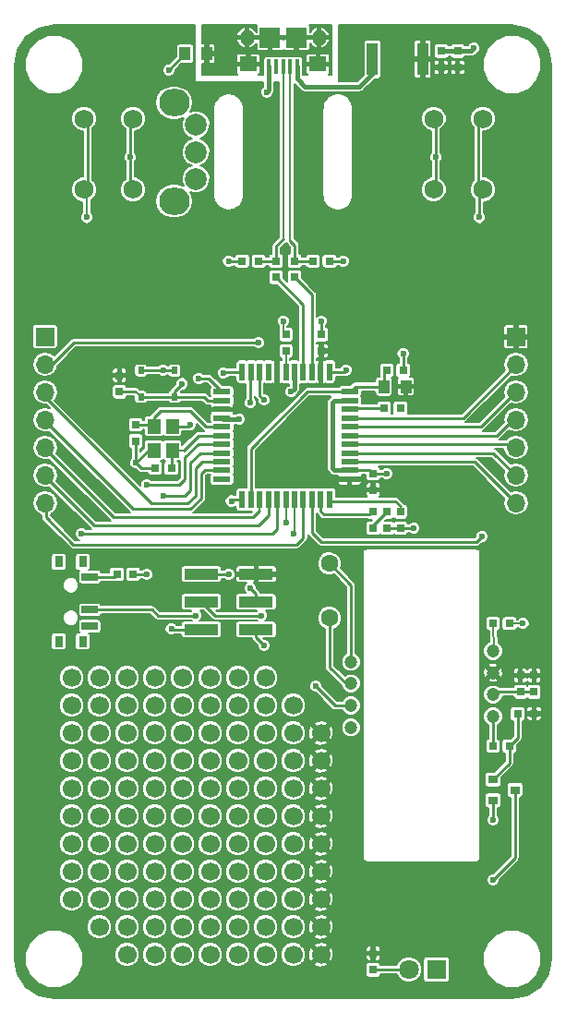
<source format=gbr>
G04 #@! TF.FileFunction,Copper,L1,Top,Signal*
%FSLAX46Y46*%
G04 Gerber Fmt 4.6, Leading zero omitted, Abs format (unit mm)*
G04 Created by KiCad (PCBNEW 4.0.6) date Sunday, August 26, 2018 'PMt' 12:51:50 PM*
%MOMM*%
%LPD*%
G01*
G04 APERTURE LIST*
%ADD10C,0.100000*%
%ADD11R,0.750000X0.800000*%
%ADD12R,0.800000X0.750000*%
%ADD13R,1.000000X3.000000*%
%ADD14O,1.400000X1.400000*%
%ADD15R,1.900000X1.900000*%
%ADD16R,1.600000X1.400000*%
%ADD17R,0.400000X1.350000*%
%ADD18R,3.150000X1.000000*%
%ADD19R,1.000000X1.250000*%
%ADD20R,0.900000X0.800000*%
%ADD21R,0.600000X0.650000*%
%ADD22R,1.200000X1.400000*%
%ADD23C,1.600000*%
%ADD24R,1.500000X0.700000*%
%ADD25R,0.800000X1.000000*%
%ADD26R,0.560000X1.600000*%
%ADD27R,1.600000X0.560000*%
%ADD28R,1.800000X1.800000*%
%ADD29C,1.800000*%
%ADD30C,2.000000*%
%ADD31O,2.800000X2.500000*%
%ADD32R,1.700000X1.700000*%
%ADD33O,1.700000X1.700000*%
%ADD34C,1.200000*%
%ADD35C,1.700000*%
%ADD36C,1.750000*%
%ADD37C,0.600000*%
%ADD38C,0.250000*%
%ADD39C,0.400000*%
%ADD40C,0.200000*%
G04 APERTURE END LIST*
D10*
D11*
X148000000Y-55750000D03*
X148000000Y-57250000D03*
X149500000Y-55750000D03*
X149500000Y-57250000D03*
X155250000Y-114500000D03*
X155250000Y-113000000D03*
X156500000Y-114500000D03*
X156500000Y-113000000D03*
D12*
X154250000Y-108250000D03*
X152750000Y-108250000D03*
D11*
X141750000Y-94500000D03*
X141750000Y-96000000D03*
X137000000Y-81750000D03*
X137000000Y-83250000D03*
D12*
X144500000Y-85000000D03*
X143000000Y-85000000D03*
X121750000Y-94000000D03*
X123250000Y-94000000D03*
D11*
X120000000Y-91500000D03*
X120000000Y-90000000D03*
X133750000Y-81750000D03*
X133750000Y-83250000D03*
D12*
X144250000Y-88500000D03*
X142750000Y-88500000D03*
X129750000Y-75000000D03*
X131250000Y-75000000D03*
X137750000Y-75000000D03*
X136250000Y-75000000D03*
D13*
X141700000Y-56500000D03*
X146300000Y-56500000D03*
D14*
X136800000Y-54500000D03*
D15*
X132300000Y-54500000D03*
D16*
X130300000Y-56950000D03*
D17*
X134800000Y-57175000D03*
X134150000Y-57175000D03*
X132200000Y-57175000D03*
X132850000Y-57175000D03*
X133500000Y-57175000D03*
D16*
X136700000Y-56950000D03*
D15*
X134700000Y-54500000D03*
D14*
X130200000Y-54500000D03*
D18*
X125975000Y-103710000D03*
X131025000Y-103710000D03*
X125975000Y-106250000D03*
X131025000Y-106250000D03*
X125975000Y-108790000D03*
X131025000Y-108790000D03*
D19*
X126500000Y-56000000D03*
X124500000Y-56000000D03*
X142750000Y-86500000D03*
X144750000Y-86500000D03*
D20*
X152750000Y-122550000D03*
X152750000Y-124450000D03*
X154750000Y-123500000D03*
D11*
X132875000Y-75000000D03*
X132875000Y-76500000D03*
X141750000Y-140000000D03*
X141750000Y-138500000D03*
X134550000Y-75000000D03*
X134550000Y-76500000D03*
D12*
X156500000Y-116500000D03*
X155000000Y-116500000D03*
X152750000Y-119500000D03*
X154250000Y-119500000D03*
D11*
X118500000Y-85500000D03*
X118500000Y-87000000D03*
X144250000Y-98000000D03*
X144250000Y-99500000D03*
D21*
X123550000Y-87458000D03*
X120450000Y-87458000D03*
X123550000Y-85042000D03*
X120450000Y-85042000D03*
D22*
X123350000Y-92350000D03*
X123350000Y-90150000D03*
X121650000Y-90150000D03*
X121650000Y-92350000D03*
D23*
X137750000Y-102750000D03*
X137750000Y-107750000D03*
D11*
X141750000Y-98000000D03*
X141750000Y-99500000D03*
D12*
X118250000Y-103750000D03*
X119750000Y-103750000D03*
D11*
X143000000Y-99500000D03*
X143000000Y-98000000D03*
D24*
X115770747Y-108472398D03*
X115770747Y-106972398D03*
X115770747Y-103972398D03*
D25*
X112920747Y-102572398D03*
X115120747Y-102572398D03*
X112920747Y-109872398D03*
X115120747Y-109872398D03*
D26*
X137750000Y-85150000D03*
X136950000Y-85150000D03*
X136150000Y-85150000D03*
X135350000Y-85150000D03*
X134550000Y-85150000D03*
X133750000Y-85150000D03*
X132950000Y-85150000D03*
X132150000Y-85150000D03*
X131350000Y-85150000D03*
X130550000Y-85150000D03*
X129750000Y-85150000D03*
D27*
X127900000Y-87000000D03*
X127900000Y-87800000D03*
X127900000Y-88600000D03*
X127900000Y-89400000D03*
X127900000Y-90200000D03*
X127900000Y-91000000D03*
X127900000Y-91800000D03*
X127900000Y-92600000D03*
X127900000Y-93400000D03*
X127900000Y-94200000D03*
X127900000Y-95000000D03*
D26*
X129750000Y-96850000D03*
X130550000Y-96850000D03*
X131350000Y-96850000D03*
X132150000Y-96850000D03*
X132950000Y-96850000D03*
X133750000Y-96850000D03*
X134550000Y-96850000D03*
X135350000Y-96850000D03*
X136150000Y-96850000D03*
X136950000Y-96850000D03*
X137750000Y-96850000D03*
D27*
X139600000Y-95000000D03*
X139600000Y-94200000D03*
X139600000Y-93400000D03*
X139600000Y-92600000D03*
X139600000Y-91800000D03*
X139600000Y-91000000D03*
X139600000Y-90200000D03*
X139600000Y-89400000D03*
X139600000Y-88600000D03*
X139600000Y-87800000D03*
X139600000Y-87000000D03*
D28*
X147550000Y-139950000D03*
D29*
X145010000Y-139950000D03*
D30*
X125500000Y-65000000D03*
X125500000Y-67500000D03*
X125500000Y-62500000D03*
D31*
X123500000Y-69500000D03*
X123500000Y-60500000D03*
D32*
X111675000Y-81956000D03*
D33*
X111675000Y-84496000D03*
X111675000Y-87036000D03*
X111675000Y-89576000D03*
X111675000Y-92116000D03*
X111675000Y-94656000D03*
X111675000Y-97196000D03*
D32*
X154855000Y-81956000D03*
D33*
X154855000Y-84496000D03*
X154855000Y-87036000D03*
X154855000Y-89576000D03*
X154855000Y-92116000D03*
X154855000Y-94656000D03*
X154855000Y-97196000D03*
D34*
X139750000Y-111750000D03*
X139750000Y-113750000D03*
X139750000Y-115750000D03*
X139750000Y-117750000D03*
X152750000Y-110750000D03*
X152750000Y-112750000D03*
X152750000Y-114750000D03*
X152750000Y-116750000D03*
D35*
X114100000Y-113200000D03*
X116640000Y-113200000D03*
X119180000Y-113200000D03*
X121720000Y-113200000D03*
X124260000Y-113200000D03*
X126800000Y-113200000D03*
X129340000Y-113200000D03*
X131880000Y-113200000D03*
X114100000Y-115740000D03*
X116640000Y-115740000D03*
X119180000Y-115740000D03*
X121720000Y-115740000D03*
X124260000Y-115740000D03*
X126800000Y-115740000D03*
X129340000Y-115740000D03*
X131880000Y-115740000D03*
X134420000Y-115740000D03*
X114100000Y-118280000D03*
X116640000Y-118280000D03*
X119180000Y-118280000D03*
X121720000Y-118280000D03*
X124260000Y-118280000D03*
X126800000Y-118280000D03*
X129340000Y-118280000D03*
X131880000Y-118280000D03*
X134420000Y-118280000D03*
X136960000Y-118280000D03*
X114100000Y-120820000D03*
X116640000Y-120820000D03*
X119180000Y-120820000D03*
X121720000Y-120820000D03*
X124260000Y-120820000D03*
X126800000Y-120820000D03*
X129340000Y-120820000D03*
X131880000Y-120820000D03*
X134420000Y-120820000D03*
X136960000Y-120820000D03*
X114100000Y-123360000D03*
X116640000Y-123360000D03*
X119180000Y-123360000D03*
X121720000Y-123360000D03*
X124260000Y-123360000D03*
X126800000Y-123360000D03*
X129340000Y-123360000D03*
X131880000Y-123360000D03*
X134420000Y-123360000D03*
X136960000Y-123360000D03*
X114100000Y-125900000D03*
X116640000Y-125900000D03*
X119180000Y-125900000D03*
X121720000Y-125900000D03*
X124260000Y-125900000D03*
X126800000Y-125900000D03*
X129340000Y-125900000D03*
X131880000Y-125900000D03*
X134420000Y-125900000D03*
X136960000Y-125900000D03*
X114100000Y-128440000D03*
X116640000Y-128440000D03*
X119180000Y-128440000D03*
X121720000Y-128440000D03*
X124260000Y-128440000D03*
X126800000Y-128440000D03*
X129340000Y-128440000D03*
X131880000Y-128440000D03*
X134420000Y-128440000D03*
X136960000Y-128440000D03*
X114100000Y-130980000D03*
X116640000Y-130980000D03*
X119180000Y-130980000D03*
X121720000Y-130980000D03*
X124260000Y-130980000D03*
X126800000Y-130980000D03*
X129340000Y-130980000D03*
X131880000Y-130980000D03*
X134420000Y-130980000D03*
X136960000Y-130980000D03*
X114100000Y-133520000D03*
X116640000Y-133520000D03*
X119180000Y-133520000D03*
X121720000Y-133520000D03*
X124260000Y-133520000D03*
X126800000Y-133520000D03*
X129340000Y-133520000D03*
X131880000Y-133520000D03*
X134420000Y-133520000D03*
X136960000Y-133520000D03*
X116640000Y-136060000D03*
X119180000Y-136060000D03*
X121720000Y-136060000D03*
X124260000Y-136060000D03*
X126800000Y-136060000D03*
X129340000Y-136060000D03*
X131880000Y-136060000D03*
X134420000Y-136060000D03*
X136960000Y-136060000D03*
X119180000Y-138600000D03*
X121720000Y-138600000D03*
X124260000Y-138600000D03*
X126800000Y-138600000D03*
X129340000Y-138600000D03*
X131880000Y-138600000D03*
X134420000Y-138600000D03*
X136960000Y-138600000D03*
D36*
X119750000Y-61950000D03*
X119750000Y-68450000D03*
X115250000Y-61950000D03*
X115250000Y-68450000D03*
X151800000Y-61950000D03*
X151800000Y-68450000D03*
X147300000Y-61950000D03*
X147300000Y-68450000D03*
D37*
X119500000Y-65500000D03*
X147500000Y-65500000D03*
X131750000Y-110250000D03*
X121000000Y-103750000D03*
X152750000Y-126250000D03*
X128500000Y-75000000D03*
X139000000Y-75000000D03*
X134250000Y-87000000D03*
X129500000Y-89500000D03*
X155500000Y-108250000D03*
X128750000Y-97000000D03*
X145500000Y-99500000D03*
X143000000Y-94500000D03*
X125000000Y-90000000D03*
X120000000Y-93500000D03*
X122500000Y-85000000D03*
X133500000Y-80500000D03*
X137000000Y-80500000D03*
X144500000Y-83500000D03*
X151000000Y-55500000D03*
X132000000Y-59500000D03*
X123000000Y-57500000D03*
X152750000Y-131750000D03*
X128500000Y-103750000D03*
X128000000Y-85250000D03*
X131750000Y-87750000D03*
X131500000Y-107500000D03*
X130500000Y-88000000D03*
X130500000Y-105000000D03*
X124250000Y-86250000D03*
X123250000Y-108750000D03*
X122500000Y-96500000D03*
X121000000Y-95500000D03*
X115500000Y-71000000D03*
X115000000Y-100000000D03*
X151500000Y-71000000D03*
X151750000Y-100250000D03*
X125750000Y-85750000D03*
X125500000Y-107500000D03*
X133750000Y-99000000D03*
X136500000Y-114000000D03*
X134500000Y-100000000D03*
X131250000Y-82500000D03*
X139250000Y-85000000D03*
D38*
X119400000Y-68500000D02*
X119500000Y-68400000D01*
X119500000Y-68400000D02*
X119500000Y-65500000D01*
X119400000Y-62500000D02*
X119500000Y-62600000D01*
X119500000Y-62600000D02*
X119500000Y-65500000D01*
X147600000Y-68500000D02*
X147500000Y-68400000D01*
X147500000Y-68400000D02*
X147500000Y-65500000D01*
X147600000Y-62500000D02*
X147500000Y-62600000D01*
X147500000Y-62600000D02*
X147500000Y-65500000D01*
X131025000Y-108790000D02*
X131025000Y-109525000D01*
X131025000Y-109525000D02*
X131750000Y-110250000D01*
X119750000Y-103750000D02*
X121000000Y-103750000D01*
X152750000Y-124450000D02*
X152750000Y-126250000D01*
X129750000Y-75000000D02*
X128500000Y-75000000D01*
X137750000Y-75000000D02*
X139000000Y-75000000D01*
D39*
X139600000Y-87800000D02*
X138200000Y-87800000D01*
X138200000Y-94200000D02*
X139600000Y-94200000D01*
X138000000Y-94000000D02*
X138200000Y-94200000D01*
X138000000Y-88000000D02*
X138000000Y-94000000D01*
X138200000Y-87800000D02*
X138000000Y-88000000D01*
X134550000Y-85150000D02*
X134550000Y-86700000D01*
X134550000Y-86700000D02*
X134250000Y-87000000D01*
X127900000Y-89400000D02*
X128000000Y-89500000D01*
X128000000Y-89500000D02*
X129500000Y-89500000D01*
D40*
X154250000Y-108250000D02*
X155500000Y-108250000D01*
D38*
X155250000Y-114500000D02*
X153000000Y-114500000D01*
D40*
X153000000Y-114500000D02*
X152750000Y-114750000D01*
D38*
X156500000Y-114500000D02*
X155250000Y-114500000D01*
D40*
X152750000Y-114750000D02*
X153000000Y-114500000D01*
D38*
X129750000Y-96850000D02*
X128900000Y-96850000D01*
D40*
X128900000Y-96850000D02*
X128750000Y-97000000D01*
D38*
X144250000Y-99500000D02*
X145500000Y-99500000D01*
X143000000Y-99500000D02*
X144250000Y-99500000D01*
X141750000Y-94500000D02*
X143000000Y-94500000D01*
X139600000Y-94200000D02*
X141450000Y-94200000D01*
D40*
X141450000Y-94200000D02*
X141750000Y-94500000D01*
D38*
X123350000Y-90150000D02*
X124850000Y-90150000D01*
X124850000Y-90150000D02*
X125000000Y-90000000D01*
D40*
X121650000Y-92350000D02*
X121150000Y-92350000D01*
D38*
X121150000Y-92350000D02*
X120000000Y-93500000D01*
X121750000Y-94000000D02*
X120500000Y-94000000D01*
X120000000Y-93500000D02*
X120000000Y-91500000D01*
X120500000Y-94000000D02*
X120000000Y-93500000D01*
X123550000Y-85042000D02*
X122542000Y-85042000D01*
D40*
X122458000Y-85042000D02*
X122500000Y-85000000D01*
D38*
X122458000Y-85042000D02*
X120450000Y-85042000D01*
D40*
X122542000Y-85042000D02*
X122500000Y-85000000D01*
X133750000Y-81750000D02*
X133500000Y-81500000D01*
X133500000Y-81500000D02*
X133500000Y-80500000D01*
D38*
X137000000Y-81750000D02*
X137000000Y-80500000D01*
X144500000Y-85000000D02*
X144500000Y-83500000D01*
D39*
X149500000Y-55750000D02*
X150750000Y-55750000D01*
X150750000Y-55750000D02*
X151000000Y-55500000D01*
X148000000Y-55750000D02*
X149500000Y-55750000D01*
X132200000Y-57175000D02*
X132200000Y-59300000D01*
X132200000Y-59300000D02*
X132000000Y-59500000D01*
D38*
X124500000Y-56000000D02*
X123000000Y-57500000D01*
D40*
X136950000Y-85150000D02*
X137000000Y-85100000D01*
X137000000Y-85100000D02*
X137000000Y-83250000D01*
X152750000Y-108250000D02*
X152850000Y-110650000D01*
X152850000Y-110650000D02*
X152750000Y-110750000D01*
D38*
X139600000Y-87000000D02*
X135750000Y-87000000D01*
X130550000Y-92200000D02*
X130550000Y-96850000D01*
X135750000Y-87000000D02*
X130550000Y-92200000D01*
D40*
X143000000Y-85000000D02*
X142750000Y-85250000D01*
D38*
X142750000Y-85250000D02*
X142750000Y-86500000D01*
X139600000Y-87000000D02*
X140100000Y-86500000D01*
X140100000Y-86500000D02*
X142750000Y-86500000D01*
X127900000Y-91000000D02*
X125750000Y-91000000D01*
D40*
X124400000Y-92350000D02*
X123350000Y-92350000D01*
D38*
X125750000Y-91000000D02*
X124400000Y-92350000D01*
X123250000Y-94000000D02*
X123250000Y-92450000D01*
D40*
X123250000Y-92450000D02*
X123350000Y-92350000D01*
D38*
X127900000Y-90200000D02*
X126450000Y-90200000D01*
D40*
X121650000Y-89350000D02*
X121650000Y-90150000D01*
D38*
X122250000Y-88750000D02*
X121650000Y-89350000D01*
X125000000Y-88750000D02*
X122250000Y-88750000D01*
X126450000Y-90200000D02*
X125000000Y-88750000D01*
X120000000Y-90000000D02*
X121500000Y-90000000D01*
D40*
X121500000Y-90000000D02*
X121650000Y-90150000D01*
X133750000Y-85150000D02*
X133750000Y-83250000D01*
X139600000Y-88600000D02*
X139700000Y-88500000D01*
D38*
X139700000Y-88500000D02*
X142750000Y-88500000D01*
X154750000Y-123500000D02*
X154750000Y-129750000D01*
X154750000Y-129750000D02*
X152750000Y-131750000D01*
X141750000Y-140000000D02*
X144960000Y-140000000D01*
X131250000Y-75000000D02*
X132875000Y-75000000D01*
D40*
X133500000Y-57175000D02*
X133500000Y-73000000D01*
D38*
X132875000Y-73625000D02*
X132875000Y-75000000D01*
X133500000Y-73000000D02*
X132875000Y-73625000D01*
X134550000Y-75000000D02*
X136250000Y-75000000D01*
D40*
X134150000Y-57175000D02*
X134150000Y-73150000D01*
D38*
X134550000Y-73550000D02*
X134550000Y-75000000D01*
X134150000Y-73150000D02*
X134550000Y-73550000D01*
D40*
X141750000Y-98000000D02*
X141500000Y-98250000D01*
D38*
X141500000Y-98250000D02*
X137250000Y-98250000D01*
X137250000Y-98250000D02*
X136950000Y-97950000D01*
X136950000Y-97950000D02*
X136950000Y-96850000D01*
D40*
X141750000Y-99500000D02*
X141750000Y-99250000D01*
D38*
X141750000Y-99250000D02*
X143000000Y-98000000D01*
D39*
X141700000Y-56500000D02*
X141700000Y-57800000D01*
X141700000Y-57800000D02*
X140500000Y-59000000D01*
X140500000Y-59000000D02*
X135500000Y-59000000D01*
X135500000Y-59000000D02*
X134800000Y-58300000D01*
X134800000Y-58300000D02*
X134800000Y-57175000D01*
D38*
X125975000Y-103710000D02*
X126015000Y-103750000D01*
X126015000Y-103750000D02*
X128500000Y-103750000D01*
X128000000Y-85250000D02*
X128100000Y-85150000D01*
X128100000Y-85150000D02*
X129750000Y-85150000D01*
D40*
X129650000Y-85250000D02*
X129750000Y-85150000D01*
D38*
X125975000Y-106250000D02*
X127225000Y-107500000D01*
X131750000Y-87750000D02*
X131350000Y-87350000D01*
X131350000Y-87350000D02*
X131350000Y-85150000D01*
X127225000Y-107500000D02*
X131500000Y-107500000D01*
X131025000Y-106250000D02*
X131025000Y-105525000D01*
X130500000Y-88000000D02*
X130500000Y-85200000D01*
X131025000Y-105525000D02*
X130500000Y-105000000D01*
D40*
X130500000Y-85200000D02*
X130550000Y-85150000D01*
D38*
X125975000Y-108790000D02*
X123290000Y-108790000D01*
X123550000Y-86950000D02*
X123550000Y-87458000D01*
X124250000Y-86250000D02*
X123550000Y-86950000D01*
X123290000Y-108790000D02*
X123250000Y-108750000D01*
X118500000Y-87000000D02*
X119992000Y-87000000D01*
D40*
X119992000Y-87000000D02*
X120450000Y-87458000D01*
D38*
X120450000Y-87458000D02*
X123550000Y-87458000D01*
X127900000Y-87800000D02*
X126550000Y-87800000D01*
X126208000Y-87458000D02*
X123550000Y-87458000D01*
X126550000Y-87800000D02*
X126208000Y-87458000D01*
X154250000Y-119500000D02*
X154250000Y-121050000D01*
X154250000Y-121050000D02*
X152750000Y-122550000D01*
X155000000Y-116500000D02*
X155000000Y-118750000D01*
X155000000Y-118750000D02*
X154250000Y-119500000D01*
X132875000Y-76500000D02*
X135350000Y-78975000D01*
X135350000Y-78975000D02*
X135350000Y-85150000D01*
X134550000Y-76500000D02*
X136150000Y-78100000D01*
X136150000Y-78100000D02*
X136150000Y-85150000D01*
X152750000Y-119500000D02*
X152750000Y-116750000D01*
D40*
X152650000Y-119400000D02*
X152750000Y-119500000D01*
D38*
X127900000Y-92600000D02*
X125900000Y-92600000D01*
X125900000Y-92600000D02*
X125000000Y-93500000D01*
X125000000Y-93500000D02*
X125000000Y-96000000D01*
X125000000Y-96000000D02*
X124500000Y-96500000D01*
X124500000Y-96500000D02*
X122500000Y-96500000D01*
X125700000Y-91800000D02*
X124500000Y-93000000D01*
X124500000Y-93000000D02*
X124500000Y-95000000D01*
X124500000Y-95000000D02*
X124000000Y-95500000D01*
X124000000Y-95500000D02*
X121000000Y-95500000D01*
X125700000Y-91800000D02*
X127900000Y-91800000D01*
D40*
X144250000Y-98000000D02*
X144250000Y-97500000D01*
D38*
X143750000Y-97000000D02*
X137900000Y-97000000D01*
X144250000Y-97500000D02*
X143750000Y-97000000D01*
D40*
X137900000Y-97000000D02*
X137750000Y-96850000D01*
D38*
X132950000Y-96850000D02*
X132950000Y-99550000D01*
D40*
X115500000Y-71000000D02*
X115500000Y-68600000D01*
D38*
X132500000Y-100000000D02*
X115000000Y-100000000D01*
X132950000Y-99550000D02*
X132500000Y-100000000D01*
D40*
X115500000Y-68600000D02*
X115600000Y-68500000D01*
D38*
X115600000Y-68500000D02*
X115600000Y-62500000D01*
X136150000Y-96850000D02*
X136150000Y-99900000D01*
X151500000Y-71000000D02*
X151500000Y-68600000D01*
X151250000Y-100750000D02*
X151750000Y-100250000D01*
X137000000Y-100750000D02*
X151250000Y-100750000D01*
X136150000Y-99900000D02*
X137000000Y-100750000D01*
D40*
X151500000Y-68600000D02*
X151400000Y-68500000D01*
D38*
X151400000Y-62500000D02*
X151400000Y-68500000D01*
X115770747Y-106972398D02*
X121472398Y-106972398D01*
X126650000Y-85750000D02*
X125750000Y-85750000D01*
X126650000Y-85750000D02*
X127900000Y-87000000D01*
X122000000Y-107500000D02*
X125500000Y-107500000D01*
X121472398Y-106972398D02*
X122000000Y-107500000D01*
D40*
X115798349Y-107000000D02*
X115770747Y-106972398D01*
D38*
X137750000Y-102750000D02*
X139750000Y-104750000D01*
X139750000Y-104750000D02*
X139750000Y-111750000D01*
X137750000Y-107750000D02*
X137750000Y-112250000D01*
X139250000Y-113750000D02*
X139750000Y-113750000D01*
X137750000Y-112250000D02*
X139250000Y-113750000D01*
X139750000Y-115750000D02*
X138250000Y-115750000D01*
D40*
X133750000Y-99000000D02*
X133750000Y-96850000D01*
D38*
X138250000Y-115750000D02*
X136500000Y-114000000D01*
D40*
X134550000Y-99950000D02*
X134550000Y-96850000D01*
X134500000Y-100000000D02*
X134550000Y-99950000D01*
D38*
X137750000Y-85150000D02*
X139100000Y-85150000D01*
X114290000Y-82500000D02*
X112350000Y-84440000D01*
X131250000Y-82500000D02*
X114290000Y-82500000D01*
X139100000Y-85150000D02*
X139250000Y-85000000D01*
X127900000Y-93400000D02*
X126100000Y-93400000D01*
X121420000Y-97250000D02*
X111250000Y-87080000D01*
X124750000Y-97250000D02*
X121420000Y-97250000D01*
X125500000Y-96500000D02*
X124750000Y-97250000D01*
X125500000Y-94000000D02*
X125500000Y-96500000D01*
X126100000Y-93400000D02*
X125500000Y-94000000D01*
X127900000Y-94200000D02*
X126300000Y-94200000D01*
X119761000Y-97750000D02*
X111631000Y-89620000D01*
X125000000Y-97750000D02*
X119761000Y-97750000D01*
X126000000Y-96750000D02*
X125000000Y-97750000D01*
X126000000Y-94500000D02*
X126000000Y-96750000D01*
X126300000Y-94200000D02*
X126000000Y-94500000D01*
D40*
X131350000Y-96850000D02*
X131350000Y-97900000D01*
D38*
X117971000Y-98500000D02*
X111631000Y-92160000D01*
X130750000Y-98500000D02*
X117971000Y-98500000D01*
X131350000Y-97900000D02*
X130750000Y-98500000D01*
X132150000Y-96850000D02*
X132150000Y-98350000D01*
X116181000Y-99250000D02*
X111631000Y-94700000D01*
X131250000Y-99250000D02*
X116181000Y-99250000D01*
X132150000Y-98350000D02*
X131250000Y-99250000D01*
X135350000Y-96850000D02*
X135350000Y-100400000D01*
X111758000Y-98496000D02*
X111758000Y-97367000D01*
X114262000Y-101000000D02*
X111758000Y-98496000D01*
X134750000Y-101000000D02*
X114262000Y-101000000D01*
X135350000Y-100400000D02*
X134750000Y-101000000D01*
X139600000Y-93400000D02*
X151029000Y-93400000D01*
X151029000Y-93400000D02*
X154742000Y-97113000D01*
X139600000Y-92600000D02*
X152769000Y-92600000D01*
X152769000Y-92600000D02*
X154869000Y-94700000D01*
X139600000Y-91800000D02*
X154250000Y-91800000D01*
D40*
X154610000Y-92160000D02*
X155250000Y-92160000D01*
D38*
X154250000Y-91800000D02*
X154610000Y-92160000D01*
X139600000Y-91000000D02*
X153119000Y-91000000D01*
D40*
X154499000Y-89620000D02*
X155250000Y-89620000D01*
D38*
X153119000Y-91000000D02*
X154499000Y-89620000D01*
X139600000Y-90200000D02*
X151622000Y-90200000D01*
X151622000Y-90200000D02*
X154742000Y-87080000D01*
X139600000Y-89400000D02*
X150009000Y-89400000D01*
X150009000Y-89400000D02*
X154869000Y-84540000D01*
X115770747Y-103972398D02*
X118027602Y-103972398D01*
X118027602Y-103972398D02*
X118250000Y-103750000D01*
D40*
G36*
X131095672Y-53380064D02*
X131050000Y-53490327D01*
X131050000Y-53992590D01*
X130844491Y-53735367D01*
X130502820Y-53546935D01*
X130350000Y-53586297D01*
X130350000Y-54350000D01*
X131112757Y-54350000D01*
X131115311Y-54340311D01*
X131125000Y-54350000D01*
X132150000Y-54350000D01*
X132150000Y-54330000D01*
X132450000Y-54330000D01*
X132450000Y-54350000D01*
X133475000Y-54350000D01*
X133500000Y-54325000D01*
X133525000Y-54350000D01*
X134550000Y-54350000D01*
X134550000Y-54330000D01*
X134850000Y-54330000D01*
X134850000Y-54350000D01*
X135875000Y-54350000D01*
X135884689Y-54340311D01*
X135887243Y-54350000D01*
X136650000Y-54350000D01*
X136650000Y-53586297D01*
X136950000Y-53586297D01*
X136950000Y-54350000D01*
X137712757Y-54350000D01*
X137753048Y-54197182D01*
X137688044Y-54040207D01*
X137444491Y-53735367D01*
X137102820Y-53546935D01*
X136950000Y-53586297D01*
X136650000Y-53586297D01*
X136497180Y-53546935D01*
X136155509Y-53735367D01*
X135950000Y-53992590D01*
X135950000Y-53490327D01*
X135904328Y-53380064D01*
X135899264Y-53375000D01*
X137900000Y-53375000D01*
X137900000Y-57900000D01*
X137674265Y-57900000D01*
X137754328Y-57819936D01*
X137800000Y-57709673D01*
X137800000Y-57175000D01*
X137725000Y-57100000D01*
X136850000Y-57100000D01*
X136850000Y-57120000D01*
X136550000Y-57120000D01*
X136550000Y-57100000D01*
X135675000Y-57100000D01*
X135600000Y-57175000D01*
X135600000Y-57709673D01*
X135645672Y-57819936D01*
X135725735Y-57900000D01*
X135300000Y-57900000D01*
X135300000Y-57879021D01*
X135305877Y-57850000D01*
X135305877Y-56500000D01*
X135284958Y-56388827D01*
X135219255Y-56286721D01*
X135119003Y-56218222D01*
X135000000Y-56194123D01*
X134600000Y-56194123D01*
X134488827Y-56215042D01*
X134476221Y-56223154D01*
X134469003Y-56218222D01*
X134350000Y-56194123D01*
X133950000Y-56194123D01*
X133838827Y-56215042D01*
X133826221Y-56223154D01*
X133819003Y-56218222D01*
X133700000Y-56194123D01*
X133300000Y-56194123D01*
X133188827Y-56215042D01*
X133176221Y-56223154D01*
X133169003Y-56218222D01*
X133050000Y-56194123D01*
X132650000Y-56194123D01*
X132538827Y-56215042D01*
X132526221Y-56223154D01*
X132519003Y-56218222D01*
X132400000Y-56194123D01*
X132000000Y-56194123D01*
X131888827Y-56215042D01*
X131786721Y-56280745D01*
X131718222Y-56380997D01*
X131694123Y-56500000D01*
X131694123Y-57850000D01*
X131700000Y-57881233D01*
X131700000Y-57900000D01*
X131274265Y-57900000D01*
X131354328Y-57819936D01*
X131400000Y-57709673D01*
X131400000Y-57175000D01*
X131325000Y-57100000D01*
X130450000Y-57100000D01*
X130450000Y-57120000D01*
X130150000Y-57120000D01*
X130150000Y-57100000D01*
X129275000Y-57100000D01*
X129200000Y-57175000D01*
X129200000Y-57709673D01*
X129245672Y-57819936D01*
X129325735Y-57900000D01*
X126100000Y-57900000D01*
X126100000Y-56925000D01*
X126275000Y-56925000D01*
X126350000Y-56850000D01*
X126350000Y-56150000D01*
X126650000Y-56150000D01*
X126650000Y-56850000D01*
X126725000Y-56925000D01*
X127059674Y-56925000D01*
X127169937Y-56879328D01*
X127254328Y-56794936D01*
X127300000Y-56684673D01*
X127300000Y-56225000D01*
X127265327Y-56190327D01*
X129200000Y-56190327D01*
X129200000Y-56725000D01*
X129275000Y-56800000D01*
X130150000Y-56800000D01*
X130150000Y-56025000D01*
X130450000Y-56025000D01*
X130450000Y-56800000D01*
X131325000Y-56800000D01*
X131400000Y-56725000D01*
X131400000Y-56190327D01*
X135600000Y-56190327D01*
X135600000Y-56725000D01*
X135675000Y-56800000D01*
X136550000Y-56800000D01*
X136550000Y-56025000D01*
X136850000Y-56025000D01*
X136850000Y-56800000D01*
X137725000Y-56800000D01*
X137800000Y-56725000D01*
X137800000Y-56190327D01*
X137754328Y-56080064D01*
X137669937Y-55995672D01*
X137559674Y-55950000D01*
X136925000Y-55950000D01*
X136850000Y-56025000D01*
X136550000Y-56025000D01*
X136475000Y-55950000D01*
X135840326Y-55950000D01*
X135730063Y-55995672D01*
X135645672Y-56080064D01*
X135600000Y-56190327D01*
X131400000Y-56190327D01*
X131354328Y-56080064D01*
X131269937Y-55995672D01*
X131159674Y-55950000D01*
X130525000Y-55950000D01*
X130450000Y-56025000D01*
X130150000Y-56025000D01*
X130075000Y-55950000D01*
X129440326Y-55950000D01*
X129330063Y-55995672D01*
X129245672Y-56080064D01*
X129200000Y-56190327D01*
X127265327Y-56190327D01*
X127225000Y-56150000D01*
X126650000Y-56150000D01*
X126350000Y-56150000D01*
X126330000Y-56150000D01*
X126330000Y-55850000D01*
X126350000Y-55850000D01*
X126350000Y-55150000D01*
X126650000Y-55150000D01*
X126650000Y-55850000D01*
X127225000Y-55850000D01*
X127300000Y-55775000D01*
X127300000Y-55315327D01*
X127254328Y-55205064D01*
X127169937Y-55120672D01*
X127059674Y-55075000D01*
X126725000Y-55075000D01*
X126650000Y-55150000D01*
X126350000Y-55150000D01*
X126275000Y-55075000D01*
X126100000Y-55075000D01*
X126100000Y-54802818D01*
X129246952Y-54802818D01*
X129311956Y-54959793D01*
X129555509Y-55264633D01*
X129897180Y-55453065D01*
X130050000Y-55413703D01*
X130050000Y-54650000D01*
X130350000Y-54650000D01*
X130350000Y-55413703D01*
X130502820Y-55453065D01*
X130844491Y-55264633D01*
X131050000Y-55007410D01*
X131050000Y-55509673D01*
X131095672Y-55619936D01*
X131180063Y-55704328D01*
X131290326Y-55750000D01*
X132075000Y-55750000D01*
X132150000Y-55675000D01*
X132150000Y-54650000D01*
X132450000Y-54650000D01*
X132450000Y-55675000D01*
X132525000Y-55750000D01*
X133309674Y-55750000D01*
X133419937Y-55704328D01*
X133500000Y-55624264D01*
X133580063Y-55704328D01*
X133690326Y-55750000D01*
X134475000Y-55750000D01*
X134550000Y-55675000D01*
X134550000Y-54650000D01*
X134850000Y-54650000D01*
X134850000Y-55675000D01*
X134925000Y-55750000D01*
X135709674Y-55750000D01*
X135819937Y-55704328D01*
X135904328Y-55619936D01*
X135950000Y-55509673D01*
X135950000Y-55007410D01*
X136155509Y-55264633D01*
X136497180Y-55453065D01*
X136650000Y-55413703D01*
X136650000Y-54650000D01*
X136950000Y-54650000D01*
X136950000Y-55413703D01*
X137102820Y-55453065D01*
X137444491Y-55264633D01*
X137688044Y-54959793D01*
X137753048Y-54802818D01*
X137712757Y-54650000D01*
X136950000Y-54650000D01*
X136650000Y-54650000D01*
X135887243Y-54650000D01*
X135884689Y-54659689D01*
X135875000Y-54650000D01*
X134850000Y-54650000D01*
X134550000Y-54650000D01*
X133525000Y-54650000D01*
X133500000Y-54675000D01*
X133475000Y-54650000D01*
X132450000Y-54650000D01*
X132150000Y-54650000D01*
X131125000Y-54650000D01*
X131115311Y-54659689D01*
X131112757Y-54650000D01*
X130350000Y-54650000D01*
X130050000Y-54650000D01*
X129287243Y-54650000D01*
X129246952Y-54802818D01*
X126100000Y-54802818D01*
X126100000Y-54197182D01*
X129246952Y-54197182D01*
X129287243Y-54350000D01*
X130050000Y-54350000D01*
X130050000Y-53586297D01*
X129897180Y-53546935D01*
X129555509Y-53735367D01*
X129311956Y-54040207D01*
X129246952Y-54197182D01*
X126100000Y-54197182D01*
X126100000Y-53375000D01*
X131100736Y-53375000D01*
X131095672Y-53380064D01*
X131095672Y-53380064D01*
G37*
X131095672Y-53380064D02*
X131050000Y-53490327D01*
X131050000Y-53992590D01*
X130844491Y-53735367D01*
X130502820Y-53546935D01*
X130350000Y-53586297D01*
X130350000Y-54350000D01*
X131112757Y-54350000D01*
X131115311Y-54340311D01*
X131125000Y-54350000D01*
X132150000Y-54350000D01*
X132150000Y-54330000D01*
X132450000Y-54330000D01*
X132450000Y-54350000D01*
X133475000Y-54350000D01*
X133500000Y-54325000D01*
X133525000Y-54350000D01*
X134550000Y-54350000D01*
X134550000Y-54330000D01*
X134850000Y-54330000D01*
X134850000Y-54350000D01*
X135875000Y-54350000D01*
X135884689Y-54340311D01*
X135887243Y-54350000D01*
X136650000Y-54350000D01*
X136650000Y-53586297D01*
X136950000Y-53586297D01*
X136950000Y-54350000D01*
X137712757Y-54350000D01*
X137753048Y-54197182D01*
X137688044Y-54040207D01*
X137444491Y-53735367D01*
X137102820Y-53546935D01*
X136950000Y-53586297D01*
X136650000Y-53586297D01*
X136497180Y-53546935D01*
X136155509Y-53735367D01*
X135950000Y-53992590D01*
X135950000Y-53490327D01*
X135904328Y-53380064D01*
X135899264Y-53375000D01*
X137900000Y-53375000D01*
X137900000Y-57900000D01*
X137674265Y-57900000D01*
X137754328Y-57819936D01*
X137800000Y-57709673D01*
X137800000Y-57175000D01*
X137725000Y-57100000D01*
X136850000Y-57100000D01*
X136850000Y-57120000D01*
X136550000Y-57120000D01*
X136550000Y-57100000D01*
X135675000Y-57100000D01*
X135600000Y-57175000D01*
X135600000Y-57709673D01*
X135645672Y-57819936D01*
X135725735Y-57900000D01*
X135300000Y-57900000D01*
X135300000Y-57879021D01*
X135305877Y-57850000D01*
X135305877Y-56500000D01*
X135284958Y-56388827D01*
X135219255Y-56286721D01*
X135119003Y-56218222D01*
X135000000Y-56194123D01*
X134600000Y-56194123D01*
X134488827Y-56215042D01*
X134476221Y-56223154D01*
X134469003Y-56218222D01*
X134350000Y-56194123D01*
X133950000Y-56194123D01*
X133838827Y-56215042D01*
X133826221Y-56223154D01*
X133819003Y-56218222D01*
X133700000Y-56194123D01*
X133300000Y-56194123D01*
X133188827Y-56215042D01*
X133176221Y-56223154D01*
X133169003Y-56218222D01*
X133050000Y-56194123D01*
X132650000Y-56194123D01*
X132538827Y-56215042D01*
X132526221Y-56223154D01*
X132519003Y-56218222D01*
X132400000Y-56194123D01*
X132000000Y-56194123D01*
X131888827Y-56215042D01*
X131786721Y-56280745D01*
X131718222Y-56380997D01*
X131694123Y-56500000D01*
X131694123Y-57850000D01*
X131700000Y-57881233D01*
X131700000Y-57900000D01*
X131274265Y-57900000D01*
X131354328Y-57819936D01*
X131400000Y-57709673D01*
X131400000Y-57175000D01*
X131325000Y-57100000D01*
X130450000Y-57100000D01*
X130450000Y-57120000D01*
X130150000Y-57120000D01*
X130150000Y-57100000D01*
X129275000Y-57100000D01*
X129200000Y-57175000D01*
X129200000Y-57709673D01*
X129245672Y-57819936D01*
X129325735Y-57900000D01*
X126100000Y-57900000D01*
X126100000Y-56925000D01*
X126275000Y-56925000D01*
X126350000Y-56850000D01*
X126350000Y-56150000D01*
X126650000Y-56150000D01*
X126650000Y-56850000D01*
X126725000Y-56925000D01*
X127059674Y-56925000D01*
X127169937Y-56879328D01*
X127254328Y-56794936D01*
X127300000Y-56684673D01*
X127300000Y-56225000D01*
X127265327Y-56190327D01*
X129200000Y-56190327D01*
X129200000Y-56725000D01*
X129275000Y-56800000D01*
X130150000Y-56800000D01*
X130150000Y-56025000D01*
X130450000Y-56025000D01*
X130450000Y-56800000D01*
X131325000Y-56800000D01*
X131400000Y-56725000D01*
X131400000Y-56190327D01*
X135600000Y-56190327D01*
X135600000Y-56725000D01*
X135675000Y-56800000D01*
X136550000Y-56800000D01*
X136550000Y-56025000D01*
X136850000Y-56025000D01*
X136850000Y-56800000D01*
X137725000Y-56800000D01*
X137800000Y-56725000D01*
X137800000Y-56190327D01*
X137754328Y-56080064D01*
X137669937Y-55995672D01*
X137559674Y-55950000D01*
X136925000Y-55950000D01*
X136850000Y-56025000D01*
X136550000Y-56025000D01*
X136475000Y-55950000D01*
X135840326Y-55950000D01*
X135730063Y-55995672D01*
X135645672Y-56080064D01*
X135600000Y-56190327D01*
X131400000Y-56190327D01*
X131354328Y-56080064D01*
X131269937Y-55995672D01*
X131159674Y-55950000D01*
X130525000Y-55950000D01*
X130450000Y-56025000D01*
X130150000Y-56025000D01*
X130075000Y-55950000D01*
X129440326Y-55950000D01*
X129330063Y-55995672D01*
X129245672Y-56080064D01*
X129200000Y-56190327D01*
X127265327Y-56190327D01*
X127225000Y-56150000D01*
X126650000Y-56150000D01*
X126350000Y-56150000D01*
X126330000Y-56150000D01*
X126330000Y-55850000D01*
X126350000Y-55850000D01*
X126350000Y-55150000D01*
X126650000Y-55150000D01*
X126650000Y-55850000D01*
X127225000Y-55850000D01*
X127300000Y-55775000D01*
X127300000Y-55315327D01*
X127254328Y-55205064D01*
X127169937Y-55120672D01*
X127059674Y-55075000D01*
X126725000Y-55075000D01*
X126650000Y-55150000D01*
X126350000Y-55150000D01*
X126275000Y-55075000D01*
X126100000Y-55075000D01*
X126100000Y-54802818D01*
X129246952Y-54802818D01*
X129311956Y-54959793D01*
X129555509Y-55264633D01*
X129897180Y-55453065D01*
X130050000Y-55413703D01*
X130050000Y-54650000D01*
X130350000Y-54650000D01*
X130350000Y-55413703D01*
X130502820Y-55453065D01*
X130844491Y-55264633D01*
X131050000Y-55007410D01*
X131050000Y-55509673D01*
X131095672Y-55619936D01*
X131180063Y-55704328D01*
X131290326Y-55750000D01*
X132075000Y-55750000D01*
X132150000Y-55675000D01*
X132150000Y-54650000D01*
X132450000Y-54650000D01*
X132450000Y-55675000D01*
X132525000Y-55750000D01*
X133309674Y-55750000D01*
X133419937Y-55704328D01*
X133500000Y-55624264D01*
X133580063Y-55704328D01*
X133690326Y-55750000D01*
X134475000Y-55750000D01*
X134550000Y-55675000D01*
X134550000Y-54650000D01*
X134850000Y-54650000D01*
X134850000Y-55675000D01*
X134925000Y-55750000D01*
X135709674Y-55750000D01*
X135819937Y-55704328D01*
X135904328Y-55619936D01*
X135950000Y-55509673D01*
X135950000Y-55007410D01*
X136155509Y-55264633D01*
X136497180Y-55453065D01*
X136650000Y-55413703D01*
X136650000Y-54650000D01*
X136950000Y-54650000D01*
X136950000Y-55413703D01*
X137102820Y-55453065D01*
X137444491Y-55264633D01*
X137688044Y-54959793D01*
X137753048Y-54802818D01*
X137712757Y-54650000D01*
X136950000Y-54650000D01*
X136650000Y-54650000D01*
X135887243Y-54650000D01*
X135884689Y-54659689D01*
X135875000Y-54650000D01*
X134850000Y-54650000D01*
X134550000Y-54650000D01*
X133525000Y-54650000D01*
X133500000Y-54675000D01*
X133475000Y-54650000D01*
X132450000Y-54650000D01*
X132150000Y-54650000D01*
X131125000Y-54650000D01*
X131115311Y-54659689D01*
X131112757Y-54650000D01*
X130350000Y-54650000D01*
X130050000Y-54650000D01*
X129287243Y-54650000D01*
X129246952Y-54802818D01*
X126100000Y-54802818D01*
X126100000Y-54197182D01*
X129246952Y-54197182D01*
X129287243Y-54350000D01*
X130050000Y-54350000D01*
X130050000Y-53586297D01*
X129897180Y-53546935D01*
X129555509Y-53735367D01*
X129311956Y-54040207D01*
X129246952Y-54197182D01*
X126100000Y-54197182D01*
X126100000Y-53375000D01*
X131100736Y-53375000D01*
X131095672Y-53380064D01*
G36*
X125400000Y-58500000D02*
X125407879Y-58538906D01*
X125430273Y-58571681D01*
X125463654Y-58593161D01*
X125500000Y-58600000D01*
X131700000Y-58600000D01*
X131700000Y-58974756D01*
X131660571Y-58991048D01*
X131491641Y-59159683D01*
X131400104Y-59380129D01*
X131399896Y-59618824D01*
X131491048Y-59839429D01*
X131659683Y-60008359D01*
X131880129Y-60099896D01*
X132118824Y-60100104D01*
X132339429Y-60008952D01*
X132508359Y-59840317D01*
X132599896Y-59619871D01*
X132599927Y-59584150D01*
X132618526Y-59556314D01*
X132661940Y-59491342D01*
X132700000Y-59300000D01*
X132700000Y-58600000D01*
X133100000Y-58600000D01*
X133100000Y-72798959D01*
X132574480Y-73324480D01*
X132482351Y-73462359D01*
X132482351Y-73462360D01*
X132450000Y-73625000D01*
X132450000Y-74303531D01*
X132388827Y-74315042D01*
X132286721Y-74380745D01*
X132218222Y-74480997D01*
X132199186Y-74575000D01*
X131946469Y-74575000D01*
X131934958Y-74513827D01*
X131869255Y-74411721D01*
X131769003Y-74343222D01*
X131650000Y-74319123D01*
X130850000Y-74319123D01*
X130738827Y-74340042D01*
X130636721Y-74405745D01*
X130568222Y-74505997D01*
X130544123Y-74625000D01*
X130544123Y-75375000D01*
X130565042Y-75486173D01*
X130630745Y-75588279D01*
X130730997Y-75656778D01*
X130850000Y-75680877D01*
X131650000Y-75680877D01*
X131761173Y-75659958D01*
X131863279Y-75594255D01*
X131931778Y-75494003D01*
X131945752Y-75425000D01*
X132198827Y-75425000D01*
X132215042Y-75511173D01*
X132280745Y-75613279D01*
X132380997Y-75681778D01*
X132500000Y-75705877D01*
X133250000Y-75705877D01*
X133361173Y-75684958D01*
X133463279Y-75619255D01*
X133531778Y-75519003D01*
X133555877Y-75400000D01*
X133555877Y-74600000D01*
X133534958Y-74488827D01*
X133469255Y-74386721D01*
X133369003Y-74318222D01*
X133300000Y-74304248D01*
X133300000Y-73801040D01*
X133769788Y-73331253D01*
X133849480Y-73450520D01*
X134125000Y-73726041D01*
X134125000Y-74303531D01*
X134063827Y-74315042D01*
X133961721Y-74380745D01*
X133893222Y-74480997D01*
X133869123Y-74600000D01*
X133869123Y-75400000D01*
X133890042Y-75511173D01*
X133955745Y-75613279D01*
X134055997Y-75681778D01*
X134175000Y-75705877D01*
X134925000Y-75705877D01*
X135036173Y-75684958D01*
X135138279Y-75619255D01*
X135206778Y-75519003D01*
X135225814Y-75425000D01*
X135553531Y-75425000D01*
X135565042Y-75486173D01*
X135630745Y-75588279D01*
X135730997Y-75656778D01*
X135850000Y-75680877D01*
X136650000Y-75680877D01*
X136761173Y-75659958D01*
X136863279Y-75594255D01*
X136931778Y-75494003D01*
X136955877Y-75375000D01*
X136955877Y-74625000D01*
X137044123Y-74625000D01*
X137044123Y-75375000D01*
X137065042Y-75486173D01*
X137130745Y-75588279D01*
X137230997Y-75656778D01*
X137350000Y-75680877D01*
X138150000Y-75680877D01*
X138261173Y-75659958D01*
X138363279Y-75594255D01*
X138431778Y-75494003D01*
X138445752Y-75425000D01*
X138576470Y-75425000D01*
X138659683Y-75508359D01*
X138880129Y-75599896D01*
X139118824Y-75600104D01*
X139339429Y-75508952D01*
X139508359Y-75340317D01*
X139599896Y-75119871D01*
X139600104Y-74881176D01*
X139508952Y-74660571D01*
X139340317Y-74491641D01*
X139119871Y-74400104D01*
X138881176Y-74399896D01*
X138660571Y-74491048D01*
X138576472Y-74575000D01*
X138446469Y-74575000D01*
X138434958Y-74513827D01*
X138369255Y-74411721D01*
X138269003Y-74343222D01*
X138150000Y-74319123D01*
X137350000Y-74319123D01*
X137238827Y-74340042D01*
X137136721Y-74405745D01*
X137068222Y-74505997D01*
X137044123Y-74625000D01*
X136955877Y-74625000D01*
X136934958Y-74513827D01*
X136869255Y-74411721D01*
X136769003Y-74343222D01*
X136650000Y-74319123D01*
X135850000Y-74319123D01*
X135738827Y-74340042D01*
X135636721Y-74405745D01*
X135568222Y-74505997D01*
X135554248Y-74575000D01*
X135226173Y-74575000D01*
X135209958Y-74488827D01*
X135144255Y-74386721D01*
X135044003Y-74318222D01*
X134975000Y-74304248D01*
X134975000Y-73550000D01*
X134942649Y-73387360D01*
X134872813Y-73282843D01*
X134850520Y-73249479D01*
X134550000Y-72948960D01*
X134550000Y-61000000D01*
X137125000Y-61000000D01*
X137125000Y-69000000D01*
X137132205Y-69036222D01*
X137132205Y-69073159D01*
X137208325Y-69455841D01*
X137264318Y-69591021D01*
X137264319Y-69591022D01*
X137481091Y-69915443D01*
X137481092Y-69915446D01*
X137584554Y-70018908D01*
X137908978Y-70235681D01*
X137908979Y-70235682D01*
X138044158Y-70291675D01*
X138426841Y-70367795D01*
X138573159Y-70367795D01*
X138955841Y-70291675D01*
X139091021Y-70235682D01*
X139091022Y-70235681D01*
X139415443Y-70018909D01*
X139415446Y-70018908D01*
X139518908Y-69915446D01*
X139735681Y-69591022D01*
X139735682Y-69591021D01*
X139791675Y-69455842D01*
X139867795Y-69073159D01*
X139867795Y-69036222D01*
X139875000Y-69000000D01*
X139875000Y-62182697D01*
X146124796Y-62182697D01*
X146303302Y-62614715D01*
X146633547Y-62945536D01*
X147065253Y-63124796D01*
X147075000Y-63124805D01*
X147075000Y-65076470D01*
X146991641Y-65159683D01*
X146900104Y-65380129D01*
X146899896Y-65618824D01*
X146991048Y-65839429D01*
X147075000Y-65923528D01*
X147075000Y-67274803D01*
X147067303Y-67274796D01*
X146635285Y-67453302D01*
X146304464Y-67783547D01*
X146125204Y-68215253D01*
X146124796Y-68682697D01*
X146303302Y-69114715D01*
X146633547Y-69445536D01*
X147065253Y-69624796D01*
X147532697Y-69625204D01*
X147964715Y-69446698D01*
X148295536Y-69116453D01*
X148474796Y-68684747D01*
X148475204Y-68217303D01*
X148296698Y-67785285D01*
X147966453Y-67454464D01*
X147925000Y-67437251D01*
X147925000Y-65923530D01*
X148008359Y-65840317D01*
X148099896Y-65619871D01*
X148100104Y-65381176D01*
X148008952Y-65160571D01*
X147925000Y-65076472D01*
X147925000Y-62963108D01*
X147964715Y-62946698D01*
X148295536Y-62616453D01*
X148474796Y-62184747D01*
X148474797Y-62182697D01*
X150624796Y-62182697D01*
X150803302Y-62614715D01*
X150975000Y-62786712D01*
X150975000Y-67613308D01*
X150804464Y-67783547D01*
X150625204Y-68215253D01*
X150624796Y-68682697D01*
X150803302Y-69114715D01*
X151075000Y-69386887D01*
X151075000Y-70576470D01*
X150991641Y-70659683D01*
X150900104Y-70880129D01*
X150899896Y-71118824D01*
X150991048Y-71339429D01*
X151159683Y-71508359D01*
X151380129Y-71599896D01*
X151618824Y-71600104D01*
X151839429Y-71508952D01*
X152008359Y-71340317D01*
X152099896Y-71119871D01*
X152100104Y-70881176D01*
X152008952Y-70660571D01*
X151925000Y-70576472D01*
X151925000Y-69625110D01*
X152032697Y-69625204D01*
X152464715Y-69446698D01*
X152795536Y-69116453D01*
X152974796Y-68684747D01*
X152975204Y-68217303D01*
X152796698Y-67785285D01*
X152466453Y-67454464D01*
X152034747Y-67275204D01*
X151825000Y-67275021D01*
X151825000Y-63125023D01*
X152032697Y-63125204D01*
X152464715Y-62946698D01*
X152795536Y-62616453D01*
X152974796Y-62184747D01*
X152975204Y-61717303D01*
X152796698Y-61285285D01*
X152466453Y-60954464D01*
X152034747Y-60775204D01*
X151567303Y-60774796D01*
X151135285Y-60953302D01*
X150804464Y-61283547D01*
X150625204Y-61715253D01*
X150624796Y-62182697D01*
X148474797Y-62182697D01*
X148475204Y-61717303D01*
X148296698Y-61285285D01*
X147966453Y-60954464D01*
X147534747Y-60775204D01*
X147067303Y-60774796D01*
X146635285Y-60953302D01*
X146304464Y-61283547D01*
X146125204Y-61715253D01*
X146124796Y-62182697D01*
X139875000Y-62182697D01*
X139875000Y-61000000D01*
X139867795Y-60963778D01*
X139867795Y-60926841D01*
X139791675Y-60544158D01*
X139735682Y-60408979D01*
X139735681Y-60408978D01*
X139518908Y-60084554D01*
X139415446Y-59981092D01*
X139415443Y-59981091D01*
X139091022Y-59764319D01*
X139091021Y-59764318D01*
X138955841Y-59708325D01*
X138573159Y-59632205D01*
X138426841Y-59632205D01*
X138044158Y-59708325D01*
X137908979Y-59764318D01*
X137908978Y-59764319D01*
X137584554Y-59981092D01*
X137481092Y-60084554D01*
X137481092Y-60084555D01*
X137264319Y-60408978D01*
X137264318Y-60408979D01*
X137208325Y-60544159D01*
X137132205Y-60926841D01*
X137132205Y-60963778D01*
X137125000Y-61000000D01*
X134550000Y-61000000D01*
X134550000Y-58757106D01*
X135146446Y-59353553D01*
X135308658Y-59461940D01*
X135500000Y-59500000D01*
X140500000Y-59500000D01*
X140691342Y-59461940D01*
X140853553Y-59353553D01*
X141901230Y-58305877D01*
X142200000Y-58305877D01*
X142311173Y-58284958D01*
X142413279Y-58219255D01*
X142481778Y-58119003D01*
X142505877Y-58000000D01*
X142505877Y-56725000D01*
X145500000Y-56725000D01*
X145500000Y-58059673D01*
X145545672Y-58169936D01*
X145630063Y-58254328D01*
X145740326Y-58300000D01*
X146075000Y-58300000D01*
X146150000Y-58225000D01*
X146150000Y-56650000D01*
X146450000Y-56650000D01*
X146450000Y-58225000D01*
X146525000Y-58300000D01*
X146859674Y-58300000D01*
X146969937Y-58254328D01*
X147054328Y-58169936D01*
X147100000Y-58059673D01*
X147100000Y-57475000D01*
X147325000Y-57475000D01*
X147325000Y-57709674D01*
X147370672Y-57819937D01*
X147455064Y-57904328D01*
X147565327Y-57950000D01*
X147775000Y-57950000D01*
X147850000Y-57875000D01*
X147850000Y-57400000D01*
X148150000Y-57400000D01*
X148150000Y-57875000D01*
X148225000Y-57950000D01*
X148434673Y-57950000D01*
X148544936Y-57904328D01*
X148629328Y-57819937D01*
X148675000Y-57709674D01*
X148675000Y-57475000D01*
X148825000Y-57475000D01*
X148825000Y-57709674D01*
X148870672Y-57819937D01*
X148955064Y-57904328D01*
X149065327Y-57950000D01*
X149275000Y-57950000D01*
X149350000Y-57875000D01*
X149350000Y-57400000D01*
X149650000Y-57400000D01*
X149650000Y-57875000D01*
X149725000Y-57950000D01*
X149934673Y-57950000D01*
X150044936Y-57904328D01*
X150129328Y-57819937D01*
X150175000Y-57709674D01*
X150175000Y-57530994D01*
X151818285Y-57530994D01*
X152225621Y-58516822D01*
X152979211Y-59271728D01*
X153964327Y-59680784D01*
X155030994Y-59681715D01*
X156016822Y-59274379D01*
X156771728Y-58520789D01*
X157180784Y-57535673D01*
X157181715Y-56469006D01*
X156774379Y-55483178D01*
X156020789Y-54728272D01*
X155035673Y-54319216D01*
X153969006Y-54318285D01*
X152983178Y-54725621D01*
X152228272Y-55479211D01*
X151819216Y-56464327D01*
X151818285Y-57530994D01*
X150175000Y-57530994D01*
X150175000Y-57475000D01*
X150100000Y-57400000D01*
X149650000Y-57400000D01*
X149350000Y-57400000D01*
X148900000Y-57400000D01*
X148825000Y-57475000D01*
X148675000Y-57475000D01*
X148600000Y-57400000D01*
X148150000Y-57400000D01*
X147850000Y-57400000D01*
X147400000Y-57400000D01*
X147325000Y-57475000D01*
X147100000Y-57475000D01*
X147100000Y-56790326D01*
X147325000Y-56790326D01*
X147325000Y-57025000D01*
X147400000Y-57100000D01*
X147850000Y-57100000D01*
X147850000Y-56625000D01*
X148150000Y-56625000D01*
X148150000Y-57100000D01*
X148600000Y-57100000D01*
X148675000Y-57025000D01*
X148675000Y-56790326D01*
X148825000Y-56790326D01*
X148825000Y-57025000D01*
X148900000Y-57100000D01*
X149350000Y-57100000D01*
X149350000Y-56625000D01*
X149650000Y-56625000D01*
X149650000Y-57100000D01*
X150100000Y-57100000D01*
X150175000Y-57025000D01*
X150175000Y-56790326D01*
X150129328Y-56680063D01*
X150044936Y-56595672D01*
X149934673Y-56550000D01*
X149725000Y-56550000D01*
X149650000Y-56625000D01*
X149350000Y-56625000D01*
X149275000Y-56550000D01*
X149065327Y-56550000D01*
X148955064Y-56595672D01*
X148870672Y-56680063D01*
X148825000Y-56790326D01*
X148675000Y-56790326D01*
X148629328Y-56680063D01*
X148544936Y-56595672D01*
X148434673Y-56550000D01*
X148225000Y-56550000D01*
X148150000Y-56625000D01*
X147850000Y-56625000D01*
X147775000Y-56550000D01*
X147565327Y-56550000D01*
X147455064Y-56595672D01*
X147370672Y-56680063D01*
X147325000Y-56790326D01*
X147100000Y-56790326D01*
X147100000Y-56725000D01*
X147025000Y-56650000D01*
X146450000Y-56650000D01*
X146150000Y-56650000D01*
X145575000Y-56650000D01*
X145500000Y-56725000D01*
X142505877Y-56725000D01*
X142505877Y-55000000D01*
X142494649Y-54940327D01*
X145500000Y-54940327D01*
X145500000Y-56275000D01*
X145575000Y-56350000D01*
X146150000Y-56350000D01*
X146150000Y-54775000D01*
X146450000Y-54775000D01*
X146450000Y-56350000D01*
X147025000Y-56350000D01*
X147100000Y-56275000D01*
X147100000Y-55350000D01*
X147319123Y-55350000D01*
X147319123Y-56150000D01*
X147340042Y-56261173D01*
X147405745Y-56363279D01*
X147505997Y-56431778D01*
X147625000Y-56455877D01*
X148375000Y-56455877D01*
X148486173Y-56434958D01*
X148588279Y-56369255D01*
X148656778Y-56269003D01*
X148660626Y-56250000D01*
X148837940Y-56250000D01*
X148840042Y-56261173D01*
X148905745Y-56363279D01*
X149005997Y-56431778D01*
X149125000Y-56455877D01*
X149875000Y-56455877D01*
X149986173Y-56434958D01*
X150088279Y-56369255D01*
X150156778Y-56269003D01*
X150160626Y-56250000D01*
X150750000Y-56250000D01*
X150941342Y-56211940D01*
X151103553Y-56103553D01*
X151107012Y-56100094D01*
X151118824Y-56100104D01*
X151339429Y-56008952D01*
X151508359Y-55840317D01*
X151599896Y-55619871D01*
X151600104Y-55381176D01*
X151508952Y-55160571D01*
X151340317Y-54991641D01*
X151119871Y-54900104D01*
X150881176Y-54899896D01*
X150660571Y-54991048D01*
X150491641Y-55159683D01*
X150454138Y-55250000D01*
X150162060Y-55250000D01*
X150159958Y-55238827D01*
X150094255Y-55136721D01*
X149994003Y-55068222D01*
X149875000Y-55044123D01*
X149125000Y-55044123D01*
X149013827Y-55065042D01*
X148911721Y-55130745D01*
X148843222Y-55230997D01*
X148839374Y-55250000D01*
X148662060Y-55250000D01*
X148659958Y-55238827D01*
X148594255Y-55136721D01*
X148494003Y-55068222D01*
X148375000Y-55044123D01*
X147625000Y-55044123D01*
X147513827Y-55065042D01*
X147411721Y-55130745D01*
X147343222Y-55230997D01*
X147319123Y-55350000D01*
X147100000Y-55350000D01*
X147100000Y-54940327D01*
X147054328Y-54830064D01*
X146969937Y-54745672D01*
X146859674Y-54700000D01*
X146525000Y-54700000D01*
X146450000Y-54775000D01*
X146150000Y-54775000D01*
X146075000Y-54700000D01*
X145740326Y-54700000D01*
X145630063Y-54745672D01*
X145545672Y-54830064D01*
X145500000Y-54940327D01*
X142494649Y-54940327D01*
X142484958Y-54888827D01*
X142419255Y-54786721D01*
X142319003Y-54718222D01*
X142200000Y-54694123D01*
X141200000Y-54694123D01*
X141088827Y-54715042D01*
X140986721Y-54780745D01*
X140918222Y-54880997D01*
X140894123Y-55000000D01*
X140894123Y-57898770D01*
X140292894Y-58500000D01*
X138600000Y-58500000D01*
X138600000Y-53375000D01*
X154463068Y-53375000D01*
X155884417Y-53657725D01*
X157058067Y-54441933D01*
X157842276Y-55615585D01*
X158125000Y-57036932D01*
X158125000Y-138963068D01*
X157842276Y-140384415D01*
X157058067Y-141558067D01*
X155884417Y-142342275D01*
X154463068Y-142625000D01*
X112536932Y-142625000D01*
X111115585Y-142342276D01*
X109941933Y-141558067D01*
X109157725Y-140384417D01*
X108987968Y-139530994D01*
X109818285Y-139530994D01*
X110225621Y-140516822D01*
X110979211Y-141271728D01*
X111964327Y-141680784D01*
X113030994Y-141681715D01*
X114016822Y-141274379D01*
X114771728Y-140520789D01*
X115180784Y-139535673D01*
X115181401Y-138827746D01*
X118029801Y-138827746D01*
X118204509Y-139250572D01*
X118527727Y-139574354D01*
X118950247Y-139749800D01*
X119407746Y-139750199D01*
X119830572Y-139575491D01*
X120154354Y-139252273D01*
X120329800Y-138829753D01*
X120329801Y-138827746D01*
X120569801Y-138827746D01*
X120744509Y-139250572D01*
X121067727Y-139574354D01*
X121490247Y-139749800D01*
X121947746Y-139750199D01*
X122370572Y-139575491D01*
X122694354Y-139252273D01*
X122869800Y-138829753D01*
X122869801Y-138827746D01*
X123109801Y-138827746D01*
X123284509Y-139250572D01*
X123607727Y-139574354D01*
X124030247Y-139749800D01*
X124487746Y-139750199D01*
X124910572Y-139575491D01*
X125234354Y-139252273D01*
X125409800Y-138829753D01*
X125409801Y-138827746D01*
X125649801Y-138827746D01*
X125824509Y-139250572D01*
X126147727Y-139574354D01*
X126570247Y-139749800D01*
X127027746Y-139750199D01*
X127450572Y-139575491D01*
X127774354Y-139252273D01*
X127949800Y-138829753D01*
X127949801Y-138827746D01*
X128189801Y-138827746D01*
X128364509Y-139250572D01*
X128687727Y-139574354D01*
X129110247Y-139749800D01*
X129567746Y-139750199D01*
X129990572Y-139575491D01*
X130314354Y-139252273D01*
X130489800Y-138829753D01*
X130489801Y-138827746D01*
X130729801Y-138827746D01*
X130904509Y-139250572D01*
X131227727Y-139574354D01*
X131650247Y-139749800D01*
X132107746Y-139750199D01*
X132530572Y-139575491D01*
X132854354Y-139252273D01*
X133029800Y-138829753D01*
X133029801Y-138827746D01*
X133269801Y-138827746D01*
X133444509Y-139250572D01*
X133767727Y-139574354D01*
X134190247Y-139749800D01*
X134647746Y-139750199D01*
X135070572Y-139575491D01*
X135171384Y-139474854D01*
X136297278Y-139474854D01*
X136397819Y-139628970D01*
X136834382Y-139765781D01*
X137290070Y-139725114D01*
X137522181Y-139628970D01*
X137541080Y-139600000D01*
X141069123Y-139600000D01*
X141069123Y-140400000D01*
X141090042Y-140511173D01*
X141155745Y-140613279D01*
X141255997Y-140681778D01*
X141375000Y-140705877D01*
X142125000Y-140705877D01*
X142236173Y-140684958D01*
X142338279Y-140619255D01*
X142406778Y-140519003D01*
X142425814Y-140425000D01*
X143907865Y-140425000D01*
X143992097Y-140628857D01*
X144329367Y-140966717D01*
X144770258Y-141149791D01*
X145247647Y-141150207D01*
X145688857Y-140967903D01*
X146026717Y-140630633D01*
X146209791Y-140189742D01*
X146210207Y-139712353D01*
X146027903Y-139271143D01*
X145807147Y-139050000D01*
X146344123Y-139050000D01*
X146344123Y-140850000D01*
X146365042Y-140961173D01*
X146430745Y-141063279D01*
X146530997Y-141131778D01*
X146650000Y-141155877D01*
X148450000Y-141155877D01*
X148561173Y-141134958D01*
X148663279Y-141069255D01*
X148731778Y-140969003D01*
X148755877Y-140850000D01*
X148755877Y-139530994D01*
X151818285Y-139530994D01*
X152225621Y-140516822D01*
X152979211Y-141271728D01*
X153964327Y-141680784D01*
X155030994Y-141681715D01*
X156016822Y-141274379D01*
X156771728Y-140520789D01*
X157180784Y-139535673D01*
X157181715Y-138469006D01*
X156774379Y-137483178D01*
X156020789Y-136728272D01*
X155035673Y-136319216D01*
X153969006Y-136318285D01*
X152983178Y-136725621D01*
X152228272Y-137479211D01*
X151819216Y-138464327D01*
X151818285Y-139530994D01*
X148755877Y-139530994D01*
X148755877Y-139050000D01*
X148734958Y-138938827D01*
X148669255Y-138836721D01*
X148569003Y-138768222D01*
X148450000Y-138744123D01*
X146650000Y-138744123D01*
X146538827Y-138765042D01*
X146436721Y-138830745D01*
X146368222Y-138930997D01*
X146344123Y-139050000D01*
X145807147Y-139050000D01*
X145690633Y-138933283D01*
X145249742Y-138750209D01*
X144772353Y-138749793D01*
X144331143Y-138932097D01*
X143993283Y-139269367D01*
X143866373Y-139575000D01*
X142426173Y-139575000D01*
X142409958Y-139488827D01*
X142344255Y-139386721D01*
X142244003Y-139318222D01*
X142125000Y-139294123D01*
X141375000Y-139294123D01*
X141263827Y-139315042D01*
X141161721Y-139380745D01*
X141093222Y-139480997D01*
X141069123Y-139600000D01*
X137541080Y-139600000D01*
X137622722Y-139474854D01*
X136960000Y-138812132D01*
X136297278Y-139474854D01*
X135171384Y-139474854D01*
X135394354Y-139252273D01*
X135569800Y-138829753D01*
X135570109Y-138474382D01*
X135794219Y-138474382D01*
X135834886Y-138930070D01*
X135931030Y-139162181D01*
X136085146Y-139262722D01*
X136747868Y-138600000D01*
X137172132Y-138600000D01*
X137834854Y-139262722D01*
X137988970Y-139162181D01*
X138125781Y-138725618D01*
X138125726Y-138725000D01*
X141075000Y-138725000D01*
X141075000Y-138959674D01*
X141120672Y-139069937D01*
X141205064Y-139154328D01*
X141315327Y-139200000D01*
X141525000Y-139200000D01*
X141600000Y-139125000D01*
X141600000Y-138650000D01*
X141900000Y-138650000D01*
X141900000Y-139125000D01*
X141975000Y-139200000D01*
X142184673Y-139200000D01*
X142294936Y-139154328D01*
X142379328Y-139069937D01*
X142425000Y-138959674D01*
X142425000Y-138725000D01*
X142350000Y-138650000D01*
X141900000Y-138650000D01*
X141600000Y-138650000D01*
X141150000Y-138650000D01*
X141075000Y-138725000D01*
X138125726Y-138725000D01*
X138085114Y-138269930D01*
X137990009Y-138040326D01*
X141075000Y-138040326D01*
X141075000Y-138275000D01*
X141150000Y-138350000D01*
X141600000Y-138350000D01*
X141600000Y-137875000D01*
X141900000Y-137875000D01*
X141900000Y-138350000D01*
X142350000Y-138350000D01*
X142425000Y-138275000D01*
X142425000Y-138040326D01*
X142379328Y-137930063D01*
X142294936Y-137845672D01*
X142184673Y-137800000D01*
X141975000Y-137800000D01*
X141900000Y-137875000D01*
X141600000Y-137875000D01*
X141525000Y-137800000D01*
X141315327Y-137800000D01*
X141205064Y-137845672D01*
X141120672Y-137930063D01*
X141075000Y-138040326D01*
X137990009Y-138040326D01*
X137988970Y-138037819D01*
X137834854Y-137937278D01*
X137172132Y-138600000D01*
X136747868Y-138600000D01*
X136085146Y-137937278D01*
X135931030Y-138037819D01*
X135794219Y-138474382D01*
X135570109Y-138474382D01*
X135570199Y-138372254D01*
X135395491Y-137949428D01*
X135171600Y-137725146D01*
X136297278Y-137725146D01*
X136960000Y-138387868D01*
X137622722Y-137725146D01*
X137522181Y-137571030D01*
X137085618Y-137434219D01*
X136629930Y-137474886D01*
X136397819Y-137571030D01*
X136297278Y-137725146D01*
X135171600Y-137725146D01*
X135072273Y-137625646D01*
X134649753Y-137450200D01*
X134192254Y-137449801D01*
X133769428Y-137624509D01*
X133445646Y-137947727D01*
X133270200Y-138370247D01*
X133269801Y-138827746D01*
X133029801Y-138827746D01*
X133030199Y-138372254D01*
X132855491Y-137949428D01*
X132532273Y-137625646D01*
X132109753Y-137450200D01*
X131652254Y-137449801D01*
X131229428Y-137624509D01*
X130905646Y-137947727D01*
X130730200Y-138370247D01*
X130729801Y-138827746D01*
X130489801Y-138827746D01*
X130490199Y-138372254D01*
X130315491Y-137949428D01*
X129992273Y-137625646D01*
X129569753Y-137450200D01*
X129112254Y-137449801D01*
X128689428Y-137624509D01*
X128365646Y-137947727D01*
X128190200Y-138370247D01*
X128189801Y-138827746D01*
X127949801Y-138827746D01*
X127950199Y-138372254D01*
X127775491Y-137949428D01*
X127452273Y-137625646D01*
X127029753Y-137450200D01*
X126572254Y-137449801D01*
X126149428Y-137624509D01*
X125825646Y-137947727D01*
X125650200Y-138370247D01*
X125649801Y-138827746D01*
X125409801Y-138827746D01*
X125410199Y-138372254D01*
X125235491Y-137949428D01*
X124912273Y-137625646D01*
X124489753Y-137450200D01*
X124032254Y-137449801D01*
X123609428Y-137624509D01*
X123285646Y-137947727D01*
X123110200Y-138370247D01*
X123109801Y-138827746D01*
X122869801Y-138827746D01*
X122870199Y-138372254D01*
X122695491Y-137949428D01*
X122372273Y-137625646D01*
X121949753Y-137450200D01*
X121492254Y-137449801D01*
X121069428Y-137624509D01*
X120745646Y-137947727D01*
X120570200Y-138370247D01*
X120569801Y-138827746D01*
X120329801Y-138827746D01*
X120330199Y-138372254D01*
X120155491Y-137949428D01*
X119832273Y-137625646D01*
X119409753Y-137450200D01*
X118952254Y-137449801D01*
X118529428Y-137624509D01*
X118205646Y-137947727D01*
X118030200Y-138370247D01*
X118029801Y-138827746D01*
X115181401Y-138827746D01*
X115181715Y-138469006D01*
X114774379Y-137483178D01*
X114020789Y-136728272D01*
X113035673Y-136319216D01*
X111969006Y-136318285D01*
X110983178Y-136725621D01*
X110228272Y-137479211D01*
X109819216Y-138464327D01*
X109818285Y-139530994D01*
X108987968Y-139530994D01*
X108875000Y-138963068D01*
X108875000Y-136287746D01*
X115489801Y-136287746D01*
X115664509Y-136710572D01*
X115987727Y-137034354D01*
X116410247Y-137209800D01*
X116867746Y-137210199D01*
X117290572Y-137035491D01*
X117614354Y-136712273D01*
X117789800Y-136289753D01*
X117789801Y-136287746D01*
X118029801Y-136287746D01*
X118204509Y-136710572D01*
X118527727Y-137034354D01*
X118950247Y-137209800D01*
X119407746Y-137210199D01*
X119830572Y-137035491D01*
X120154354Y-136712273D01*
X120329800Y-136289753D01*
X120329801Y-136287746D01*
X120569801Y-136287746D01*
X120744509Y-136710572D01*
X121067727Y-137034354D01*
X121490247Y-137209800D01*
X121947746Y-137210199D01*
X122370572Y-137035491D01*
X122694354Y-136712273D01*
X122869800Y-136289753D01*
X122869801Y-136287746D01*
X123109801Y-136287746D01*
X123284509Y-136710572D01*
X123607727Y-137034354D01*
X124030247Y-137209800D01*
X124487746Y-137210199D01*
X124910572Y-137035491D01*
X125234354Y-136712273D01*
X125409800Y-136289753D01*
X125409801Y-136287746D01*
X125649801Y-136287746D01*
X125824509Y-136710572D01*
X126147727Y-137034354D01*
X126570247Y-137209800D01*
X127027746Y-137210199D01*
X127450572Y-137035491D01*
X127774354Y-136712273D01*
X127949800Y-136289753D01*
X127949801Y-136287746D01*
X128189801Y-136287746D01*
X128364509Y-136710572D01*
X128687727Y-137034354D01*
X129110247Y-137209800D01*
X129567746Y-137210199D01*
X129990572Y-137035491D01*
X130314354Y-136712273D01*
X130489800Y-136289753D01*
X130489801Y-136287746D01*
X130729801Y-136287746D01*
X130904509Y-136710572D01*
X131227727Y-137034354D01*
X131650247Y-137209800D01*
X132107746Y-137210199D01*
X132530572Y-137035491D01*
X132854354Y-136712273D01*
X133029800Y-136289753D01*
X133029801Y-136287746D01*
X133269801Y-136287746D01*
X133444509Y-136710572D01*
X133767727Y-137034354D01*
X134190247Y-137209800D01*
X134647746Y-137210199D01*
X135070572Y-137035491D01*
X135171384Y-136934854D01*
X136297278Y-136934854D01*
X136397819Y-137088970D01*
X136834382Y-137225781D01*
X137290070Y-137185114D01*
X137522181Y-137088970D01*
X137622722Y-136934854D01*
X136960000Y-136272132D01*
X136297278Y-136934854D01*
X135171384Y-136934854D01*
X135394354Y-136712273D01*
X135569800Y-136289753D01*
X135570109Y-135934382D01*
X135794219Y-135934382D01*
X135834886Y-136390070D01*
X135931030Y-136622181D01*
X136085146Y-136722722D01*
X136747868Y-136060000D01*
X137172132Y-136060000D01*
X137834854Y-136722722D01*
X137988970Y-136622181D01*
X138125781Y-136185618D01*
X138085114Y-135729930D01*
X137988970Y-135497819D01*
X137834854Y-135397278D01*
X137172132Y-136060000D01*
X136747868Y-136060000D01*
X136085146Y-135397278D01*
X135931030Y-135497819D01*
X135794219Y-135934382D01*
X135570109Y-135934382D01*
X135570199Y-135832254D01*
X135395491Y-135409428D01*
X135171600Y-135185146D01*
X136297278Y-135185146D01*
X136960000Y-135847868D01*
X137622722Y-135185146D01*
X137522181Y-135031030D01*
X137085618Y-134894219D01*
X136629930Y-134934886D01*
X136397819Y-135031030D01*
X136297278Y-135185146D01*
X135171600Y-135185146D01*
X135072273Y-135085646D01*
X134649753Y-134910200D01*
X134192254Y-134909801D01*
X133769428Y-135084509D01*
X133445646Y-135407727D01*
X133270200Y-135830247D01*
X133269801Y-136287746D01*
X133029801Y-136287746D01*
X133030199Y-135832254D01*
X132855491Y-135409428D01*
X132532273Y-135085646D01*
X132109753Y-134910200D01*
X131652254Y-134909801D01*
X131229428Y-135084509D01*
X130905646Y-135407727D01*
X130730200Y-135830247D01*
X130729801Y-136287746D01*
X130489801Y-136287746D01*
X130490199Y-135832254D01*
X130315491Y-135409428D01*
X129992273Y-135085646D01*
X129569753Y-134910200D01*
X129112254Y-134909801D01*
X128689428Y-135084509D01*
X128365646Y-135407727D01*
X128190200Y-135830247D01*
X128189801Y-136287746D01*
X127949801Y-136287746D01*
X127950199Y-135832254D01*
X127775491Y-135409428D01*
X127452273Y-135085646D01*
X127029753Y-134910200D01*
X126572254Y-134909801D01*
X126149428Y-135084509D01*
X125825646Y-135407727D01*
X125650200Y-135830247D01*
X125649801Y-136287746D01*
X125409801Y-136287746D01*
X125410199Y-135832254D01*
X125235491Y-135409428D01*
X124912273Y-135085646D01*
X124489753Y-134910200D01*
X124032254Y-134909801D01*
X123609428Y-135084509D01*
X123285646Y-135407727D01*
X123110200Y-135830247D01*
X123109801Y-136287746D01*
X122869801Y-136287746D01*
X122870199Y-135832254D01*
X122695491Y-135409428D01*
X122372273Y-135085646D01*
X121949753Y-134910200D01*
X121492254Y-134909801D01*
X121069428Y-135084509D01*
X120745646Y-135407727D01*
X120570200Y-135830247D01*
X120569801Y-136287746D01*
X120329801Y-136287746D01*
X120330199Y-135832254D01*
X120155491Y-135409428D01*
X119832273Y-135085646D01*
X119409753Y-134910200D01*
X118952254Y-134909801D01*
X118529428Y-135084509D01*
X118205646Y-135407727D01*
X118030200Y-135830247D01*
X118029801Y-136287746D01*
X117789801Y-136287746D01*
X117790199Y-135832254D01*
X117615491Y-135409428D01*
X117292273Y-135085646D01*
X116869753Y-134910200D01*
X116412254Y-134909801D01*
X115989428Y-135084509D01*
X115665646Y-135407727D01*
X115490200Y-135830247D01*
X115489801Y-136287746D01*
X108875000Y-136287746D01*
X108875000Y-133747746D01*
X112949801Y-133747746D01*
X113124509Y-134170572D01*
X113447727Y-134494354D01*
X113870247Y-134669800D01*
X114327746Y-134670199D01*
X114750572Y-134495491D01*
X115074354Y-134172273D01*
X115249800Y-133749753D01*
X115249801Y-133747746D01*
X115489801Y-133747746D01*
X115664509Y-134170572D01*
X115987727Y-134494354D01*
X116410247Y-134669800D01*
X116867746Y-134670199D01*
X117290572Y-134495491D01*
X117614354Y-134172273D01*
X117789800Y-133749753D01*
X117789801Y-133747746D01*
X118029801Y-133747746D01*
X118204509Y-134170572D01*
X118527727Y-134494354D01*
X118950247Y-134669800D01*
X119407746Y-134670199D01*
X119830572Y-134495491D01*
X120154354Y-134172273D01*
X120329800Y-133749753D01*
X120329801Y-133747746D01*
X120569801Y-133747746D01*
X120744509Y-134170572D01*
X121067727Y-134494354D01*
X121490247Y-134669800D01*
X121947746Y-134670199D01*
X122370572Y-134495491D01*
X122694354Y-134172273D01*
X122869800Y-133749753D01*
X122869801Y-133747746D01*
X123109801Y-133747746D01*
X123284509Y-134170572D01*
X123607727Y-134494354D01*
X124030247Y-134669800D01*
X124487746Y-134670199D01*
X124910572Y-134495491D01*
X125234354Y-134172273D01*
X125409800Y-133749753D01*
X125409801Y-133747746D01*
X125649801Y-133747746D01*
X125824509Y-134170572D01*
X126147727Y-134494354D01*
X126570247Y-134669800D01*
X127027746Y-134670199D01*
X127450572Y-134495491D01*
X127774354Y-134172273D01*
X127949800Y-133749753D01*
X127949801Y-133747746D01*
X128189801Y-133747746D01*
X128364509Y-134170572D01*
X128687727Y-134494354D01*
X129110247Y-134669800D01*
X129567746Y-134670199D01*
X129990572Y-134495491D01*
X130314354Y-134172273D01*
X130489800Y-133749753D01*
X130489801Y-133747746D01*
X130729801Y-133747746D01*
X130904509Y-134170572D01*
X131227727Y-134494354D01*
X131650247Y-134669800D01*
X132107746Y-134670199D01*
X132530572Y-134495491D01*
X132854354Y-134172273D01*
X133029800Y-133749753D01*
X133029801Y-133747746D01*
X133269801Y-133747746D01*
X133444509Y-134170572D01*
X133767727Y-134494354D01*
X134190247Y-134669800D01*
X134647746Y-134670199D01*
X135070572Y-134495491D01*
X135171384Y-134394854D01*
X136297278Y-134394854D01*
X136397819Y-134548970D01*
X136834382Y-134685781D01*
X137290070Y-134645114D01*
X137522181Y-134548970D01*
X137622722Y-134394854D01*
X136960000Y-133732132D01*
X136297278Y-134394854D01*
X135171384Y-134394854D01*
X135394354Y-134172273D01*
X135569800Y-133749753D01*
X135570109Y-133394382D01*
X135794219Y-133394382D01*
X135834886Y-133850070D01*
X135931030Y-134082181D01*
X136085146Y-134182722D01*
X136747868Y-133520000D01*
X137172132Y-133520000D01*
X137834854Y-134182722D01*
X137988970Y-134082181D01*
X138125781Y-133645618D01*
X138085114Y-133189930D01*
X137988970Y-132957819D01*
X137834854Y-132857278D01*
X137172132Y-133520000D01*
X136747868Y-133520000D01*
X136085146Y-132857278D01*
X135931030Y-132957819D01*
X135794219Y-133394382D01*
X135570109Y-133394382D01*
X135570199Y-133292254D01*
X135395491Y-132869428D01*
X135171600Y-132645146D01*
X136297278Y-132645146D01*
X136960000Y-133307868D01*
X137622722Y-132645146D01*
X137522181Y-132491030D01*
X137085618Y-132354219D01*
X136629930Y-132394886D01*
X136397819Y-132491030D01*
X136297278Y-132645146D01*
X135171600Y-132645146D01*
X135072273Y-132545646D01*
X134649753Y-132370200D01*
X134192254Y-132369801D01*
X133769428Y-132544509D01*
X133445646Y-132867727D01*
X133270200Y-133290247D01*
X133269801Y-133747746D01*
X133029801Y-133747746D01*
X133030199Y-133292254D01*
X132855491Y-132869428D01*
X132532273Y-132545646D01*
X132109753Y-132370200D01*
X131652254Y-132369801D01*
X131229428Y-132544509D01*
X130905646Y-132867727D01*
X130730200Y-133290247D01*
X130729801Y-133747746D01*
X130489801Y-133747746D01*
X130490199Y-133292254D01*
X130315491Y-132869428D01*
X129992273Y-132545646D01*
X129569753Y-132370200D01*
X129112254Y-132369801D01*
X128689428Y-132544509D01*
X128365646Y-132867727D01*
X128190200Y-133290247D01*
X128189801Y-133747746D01*
X127949801Y-133747746D01*
X127950199Y-133292254D01*
X127775491Y-132869428D01*
X127452273Y-132545646D01*
X127029753Y-132370200D01*
X126572254Y-132369801D01*
X126149428Y-132544509D01*
X125825646Y-132867727D01*
X125650200Y-133290247D01*
X125649801Y-133747746D01*
X125409801Y-133747746D01*
X125410199Y-133292254D01*
X125235491Y-132869428D01*
X124912273Y-132545646D01*
X124489753Y-132370200D01*
X124032254Y-132369801D01*
X123609428Y-132544509D01*
X123285646Y-132867727D01*
X123110200Y-133290247D01*
X123109801Y-133747746D01*
X122869801Y-133747746D01*
X122870199Y-133292254D01*
X122695491Y-132869428D01*
X122372273Y-132545646D01*
X121949753Y-132370200D01*
X121492254Y-132369801D01*
X121069428Y-132544509D01*
X120745646Y-132867727D01*
X120570200Y-133290247D01*
X120569801Y-133747746D01*
X120329801Y-133747746D01*
X120330199Y-133292254D01*
X120155491Y-132869428D01*
X119832273Y-132545646D01*
X119409753Y-132370200D01*
X118952254Y-132369801D01*
X118529428Y-132544509D01*
X118205646Y-132867727D01*
X118030200Y-133290247D01*
X118029801Y-133747746D01*
X117789801Y-133747746D01*
X117790199Y-133292254D01*
X117615491Y-132869428D01*
X117292273Y-132545646D01*
X116869753Y-132370200D01*
X116412254Y-132369801D01*
X115989428Y-132544509D01*
X115665646Y-132867727D01*
X115490200Y-133290247D01*
X115489801Y-133747746D01*
X115249801Y-133747746D01*
X115250199Y-133292254D01*
X115075491Y-132869428D01*
X114752273Y-132545646D01*
X114329753Y-132370200D01*
X113872254Y-132369801D01*
X113449428Y-132544509D01*
X113125646Y-132867727D01*
X112950200Y-133290247D01*
X112949801Y-133747746D01*
X108875000Y-133747746D01*
X108875000Y-131207746D01*
X112949801Y-131207746D01*
X113124509Y-131630572D01*
X113447727Y-131954354D01*
X113870247Y-132129800D01*
X114327746Y-132130199D01*
X114750572Y-131955491D01*
X115074354Y-131632273D01*
X115249800Y-131209753D01*
X115249801Y-131207746D01*
X115489801Y-131207746D01*
X115664509Y-131630572D01*
X115987727Y-131954354D01*
X116410247Y-132129800D01*
X116867746Y-132130199D01*
X117290572Y-131955491D01*
X117614354Y-131632273D01*
X117789800Y-131209753D01*
X117789801Y-131207746D01*
X118029801Y-131207746D01*
X118204509Y-131630572D01*
X118527727Y-131954354D01*
X118950247Y-132129800D01*
X119407746Y-132130199D01*
X119830572Y-131955491D01*
X120154354Y-131632273D01*
X120329800Y-131209753D01*
X120329801Y-131207746D01*
X120569801Y-131207746D01*
X120744509Y-131630572D01*
X121067727Y-131954354D01*
X121490247Y-132129800D01*
X121947746Y-132130199D01*
X122370572Y-131955491D01*
X122694354Y-131632273D01*
X122869800Y-131209753D01*
X122869801Y-131207746D01*
X123109801Y-131207746D01*
X123284509Y-131630572D01*
X123607727Y-131954354D01*
X124030247Y-132129800D01*
X124487746Y-132130199D01*
X124910572Y-131955491D01*
X125234354Y-131632273D01*
X125409800Y-131209753D01*
X125409801Y-131207746D01*
X125649801Y-131207746D01*
X125824509Y-131630572D01*
X126147727Y-131954354D01*
X126570247Y-132129800D01*
X127027746Y-132130199D01*
X127450572Y-131955491D01*
X127774354Y-131632273D01*
X127949800Y-131209753D01*
X127949801Y-131207746D01*
X128189801Y-131207746D01*
X128364509Y-131630572D01*
X128687727Y-131954354D01*
X129110247Y-132129800D01*
X129567746Y-132130199D01*
X129990572Y-131955491D01*
X130314354Y-131632273D01*
X130489800Y-131209753D01*
X130489801Y-131207746D01*
X130729801Y-131207746D01*
X130904509Y-131630572D01*
X131227727Y-131954354D01*
X131650247Y-132129800D01*
X132107746Y-132130199D01*
X132530572Y-131955491D01*
X132854354Y-131632273D01*
X133029800Y-131209753D01*
X133029801Y-131207746D01*
X133269801Y-131207746D01*
X133444509Y-131630572D01*
X133767727Y-131954354D01*
X134190247Y-132129800D01*
X134647746Y-132130199D01*
X135070572Y-131955491D01*
X135171384Y-131854854D01*
X136297278Y-131854854D01*
X136397819Y-132008970D01*
X136834382Y-132145781D01*
X137290070Y-132105114D01*
X137522181Y-132008970D01*
X137613608Y-131868824D01*
X152149896Y-131868824D01*
X152241048Y-132089429D01*
X152409683Y-132258359D01*
X152630129Y-132349896D01*
X152868824Y-132350104D01*
X153089429Y-132258952D01*
X153258359Y-132090317D01*
X153349896Y-131869871D01*
X153350000Y-131751040D01*
X155050520Y-130050520D01*
X155142649Y-129912641D01*
X155159047Y-129830200D01*
X155175000Y-129750000D01*
X155175000Y-124205877D01*
X155200000Y-124205877D01*
X155311173Y-124184958D01*
X155413279Y-124119255D01*
X155481778Y-124019003D01*
X155505877Y-123900000D01*
X155505877Y-123100000D01*
X155484958Y-122988827D01*
X155419255Y-122886721D01*
X155319003Y-122818222D01*
X155200000Y-122794123D01*
X154300000Y-122794123D01*
X154188827Y-122815042D01*
X154086721Y-122880745D01*
X154018222Y-122980997D01*
X153994123Y-123100000D01*
X153994123Y-123900000D01*
X154015042Y-124011173D01*
X154080745Y-124113279D01*
X154180997Y-124181778D01*
X154300000Y-124205877D01*
X154325000Y-124205877D01*
X154325000Y-129573960D01*
X152748961Y-131149999D01*
X152631176Y-131149896D01*
X152410571Y-131241048D01*
X152241641Y-131409683D01*
X152150104Y-131630129D01*
X152149896Y-131868824D01*
X137613608Y-131868824D01*
X137622722Y-131854854D01*
X136960000Y-131192132D01*
X136297278Y-131854854D01*
X135171384Y-131854854D01*
X135394354Y-131632273D01*
X135569800Y-131209753D01*
X135570109Y-130854382D01*
X135794219Y-130854382D01*
X135834886Y-131310070D01*
X135931030Y-131542181D01*
X136085146Y-131642722D01*
X136747868Y-130980000D01*
X137172132Y-130980000D01*
X137834854Y-131642722D01*
X137988970Y-131542181D01*
X138125781Y-131105618D01*
X138085114Y-130649930D01*
X137988970Y-130417819D01*
X137834854Y-130317278D01*
X137172132Y-130980000D01*
X136747868Y-130980000D01*
X136085146Y-130317278D01*
X135931030Y-130417819D01*
X135794219Y-130854382D01*
X135570109Y-130854382D01*
X135570199Y-130752254D01*
X135395491Y-130329428D01*
X135171600Y-130105146D01*
X136297278Y-130105146D01*
X136960000Y-130767868D01*
X137622722Y-130105146D01*
X137522181Y-129951030D01*
X137085618Y-129814219D01*
X136629930Y-129854886D01*
X136397819Y-129951030D01*
X136297278Y-130105146D01*
X135171600Y-130105146D01*
X135072273Y-130005646D01*
X134649753Y-129830200D01*
X134192254Y-129829801D01*
X133769428Y-130004509D01*
X133445646Y-130327727D01*
X133270200Y-130750247D01*
X133269801Y-131207746D01*
X133029801Y-131207746D01*
X133030199Y-130752254D01*
X132855491Y-130329428D01*
X132532273Y-130005646D01*
X132109753Y-129830200D01*
X131652254Y-129829801D01*
X131229428Y-130004509D01*
X130905646Y-130327727D01*
X130730200Y-130750247D01*
X130729801Y-131207746D01*
X130489801Y-131207746D01*
X130490199Y-130752254D01*
X130315491Y-130329428D01*
X129992273Y-130005646D01*
X129569753Y-129830200D01*
X129112254Y-129829801D01*
X128689428Y-130004509D01*
X128365646Y-130327727D01*
X128190200Y-130750247D01*
X128189801Y-131207746D01*
X127949801Y-131207746D01*
X127950199Y-130752254D01*
X127775491Y-130329428D01*
X127452273Y-130005646D01*
X127029753Y-129830200D01*
X126572254Y-129829801D01*
X126149428Y-130004509D01*
X125825646Y-130327727D01*
X125650200Y-130750247D01*
X125649801Y-131207746D01*
X125409801Y-131207746D01*
X125410199Y-130752254D01*
X125235491Y-130329428D01*
X124912273Y-130005646D01*
X124489753Y-129830200D01*
X124032254Y-129829801D01*
X123609428Y-130004509D01*
X123285646Y-130327727D01*
X123110200Y-130750247D01*
X123109801Y-131207746D01*
X122869801Y-131207746D01*
X122870199Y-130752254D01*
X122695491Y-130329428D01*
X122372273Y-130005646D01*
X121949753Y-129830200D01*
X121492254Y-129829801D01*
X121069428Y-130004509D01*
X120745646Y-130327727D01*
X120570200Y-130750247D01*
X120569801Y-131207746D01*
X120329801Y-131207746D01*
X120330199Y-130752254D01*
X120155491Y-130329428D01*
X119832273Y-130005646D01*
X119409753Y-129830200D01*
X118952254Y-129829801D01*
X118529428Y-130004509D01*
X118205646Y-130327727D01*
X118030200Y-130750247D01*
X118029801Y-131207746D01*
X117789801Y-131207746D01*
X117790199Y-130752254D01*
X117615491Y-130329428D01*
X117292273Y-130005646D01*
X116869753Y-129830200D01*
X116412254Y-129829801D01*
X115989428Y-130004509D01*
X115665646Y-130327727D01*
X115490200Y-130750247D01*
X115489801Y-131207746D01*
X115249801Y-131207746D01*
X115250199Y-130752254D01*
X115075491Y-130329428D01*
X114752273Y-130005646D01*
X114329753Y-129830200D01*
X113872254Y-129829801D01*
X113449428Y-130004509D01*
X113125646Y-130327727D01*
X112950200Y-130750247D01*
X112949801Y-131207746D01*
X108875000Y-131207746D01*
X108875000Y-128667746D01*
X112949801Y-128667746D01*
X113124509Y-129090572D01*
X113447727Y-129414354D01*
X113870247Y-129589800D01*
X114327746Y-129590199D01*
X114750572Y-129415491D01*
X115074354Y-129092273D01*
X115249800Y-128669753D01*
X115249801Y-128667746D01*
X115489801Y-128667746D01*
X115664509Y-129090572D01*
X115987727Y-129414354D01*
X116410247Y-129589800D01*
X116867746Y-129590199D01*
X117290572Y-129415491D01*
X117614354Y-129092273D01*
X117789800Y-128669753D01*
X117789801Y-128667746D01*
X118029801Y-128667746D01*
X118204509Y-129090572D01*
X118527727Y-129414354D01*
X118950247Y-129589800D01*
X119407746Y-129590199D01*
X119830572Y-129415491D01*
X120154354Y-129092273D01*
X120329800Y-128669753D01*
X120329801Y-128667746D01*
X120569801Y-128667746D01*
X120744509Y-129090572D01*
X121067727Y-129414354D01*
X121490247Y-129589800D01*
X121947746Y-129590199D01*
X122370572Y-129415491D01*
X122694354Y-129092273D01*
X122869800Y-128669753D01*
X122869801Y-128667746D01*
X123109801Y-128667746D01*
X123284509Y-129090572D01*
X123607727Y-129414354D01*
X124030247Y-129589800D01*
X124487746Y-129590199D01*
X124910572Y-129415491D01*
X125234354Y-129092273D01*
X125409800Y-128669753D01*
X125409801Y-128667746D01*
X125649801Y-128667746D01*
X125824509Y-129090572D01*
X126147727Y-129414354D01*
X126570247Y-129589800D01*
X127027746Y-129590199D01*
X127450572Y-129415491D01*
X127774354Y-129092273D01*
X127949800Y-128669753D01*
X127949801Y-128667746D01*
X128189801Y-128667746D01*
X128364509Y-129090572D01*
X128687727Y-129414354D01*
X129110247Y-129589800D01*
X129567746Y-129590199D01*
X129990572Y-129415491D01*
X130314354Y-129092273D01*
X130489800Y-128669753D01*
X130489801Y-128667746D01*
X130729801Y-128667746D01*
X130904509Y-129090572D01*
X131227727Y-129414354D01*
X131650247Y-129589800D01*
X132107746Y-129590199D01*
X132530572Y-129415491D01*
X132854354Y-129092273D01*
X133029800Y-128669753D01*
X133029801Y-128667746D01*
X133269801Y-128667746D01*
X133444509Y-129090572D01*
X133767727Y-129414354D01*
X134190247Y-129589800D01*
X134647746Y-129590199D01*
X135070572Y-129415491D01*
X135171384Y-129314854D01*
X136297278Y-129314854D01*
X136397819Y-129468970D01*
X136834382Y-129605781D01*
X137290070Y-129565114D01*
X137522181Y-129468970D01*
X137622722Y-129314854D01*
X136960000Y-128652132D01*
X136297278Y-129314854D01*
X135171384Y-129314854D01*
X135394354Y-129092273D01*
X135569800Y-128669753D01*
X135570109Y-128314382D01*
X135794219Y-128314382D01*
X135834886Y-128770070D01*
X135931030Y-129002181D01*
X136085146Y-129102722D01*
X136747868Y-128440000D01*
X137172132Y-128440000D01*
X137834854Y-129102722D01*
X137988970Y-129002181D01*
X138125781Y-128565618D01*
X138085114Y-128109930D01*
X137988970Y-127877819D01*
X137834854Y-127777278D01*
X137172132Y-128440000D01*
X136747868Y-128440000D01*
X136085146Y-127777278D01*
X135931030Y-127877819D01*
X135794219Y-128314382D01*
X135570109Y-128314382D01*
X135570199Y-128212254D01*
X135395491Y-127789428D01*
X135171600Y-127565146D01*
X136297278Y-127565146D01*
X136960000Y-128227868D01*
X137622722Y-127565146D01*
X137522181Y-127411030D01*
X137085618Y-127274219D01*
X136629930Y-127314886D01*
X136397819Y-127411030D01*
X136297278Y-127565146D01*
X135171600Y-127565146D01*
X135072273Y-127465646D01*
X134649753Y-127290200D01*
X134192254Y-127289801D01*
X133769428Y-127464509D01*
X133445646Y-127787727D01*
X133270200Y-128210247D01*
X133269801Y-128667746D01*
X133029801Y-128667746D01*
X133030199Y-128212254D01*
X132855491Y-127789428D01*
X132532273Y-127465646D01*
X132109753Y-127290200D01*
X131652254Y-127289801D01*
X131229428Y-127464509D01*
X130905646Y-127787727D01*
X130730200Y-128210247D01*
X130729801Y-128667746D01*
X130489801Y-128667746D01*
X130490199Y-128212254D01*
X130315491Y-127789428D01*
X129992273Y-127465646D01*
X129569753Y-127290200D01*
X129112254Y-127289801D01*
X128689428Y-127464509D01*
X128365646Y-127787727D01*
X128190200Y-128210247D01*
X128189801Y-128667746D01*
X127949801Y-128667746D01*
X127950199Y-128212254D01*
X127775491Y-127789428D01*
X127452273Y-127465646D01*
X127029753Y-127290200D01*
X126572254Y-127289801D01*
X126149428Y-127464509D01*
X125825646Y-127787727D01*
X125650200Y-128210247D01*
X125649801Y-128667746D01*
X125409801Y-128667746D01*
X125410199Y-128212254D01*
X125235491Y-127789428D01*
X124912273Y-127465646D01*
X124489753Y-127290200D01*
X124032254Y-127289801D01*
X123609428Y-127464509D01*
X123285646Y-127787727D01*
X123110200Y-128210247D01*
X123109801Y-128667746D01*
X122869801Y-128667746D01*
X122870199Y-128212254D01*
X122695491Y-127789428D01*
X122372273Y-127465646D01*
X121949753Y-127290200D01*
X121492254Y-127289801D01*
X121069428Y-127464509D01*
X120745646Y-127787727D01*
X120570200Y-128210247D01*
X120569801Y-128667746D01*
X120329801Y-128667746D01*
X120330199Y-128212254D01*
X120155491Y-127789428D01*
X119832273Y-127465646D01*
X119409753Y-127290200D01*
X118952254Y-127289801D01*
X118529428Y-127464509D01*
X118205646Y-127787727D01*
X118030200Y-128210247D01*
X118029801Y-128667746D01*
X117789801Y-128667746D01*
X117790199Y-128212254D01*
X117615491Y-127789428D01*
X117292273Y-127465646D01*
X116869753Y-127290200D01*
X116412254Y-127289801D01*
X115989428Y-127464509D01*
X115665646Y-127787727D01*
X115490200Y-128210247D01*
X115489801Y-128667746D01*
X115249801Y-128667746D01*
X115250199Y-128212254D01*
X115075491Y-127789428D01*
X114752273Y-127465646D01*
X114329753Y-127290200D01*
X113872254Y-127289801D01*
X113449428Y-127464509D01*
X113125646Y-127787727D01*
X112950200Y-128210247D01*
X112949801Y-128667746D01*
X108875000Y-128667746D01*
X108875000Y-126127746D01*
X112949801Y-126127746D01*
X113124509Y-126550572D01*
X113447727Y-126874354D01*
X113870247Y-127049800D01*
X114327746Y-127050199D01*
X114750572Y-126875491D01*
X115074354Y-126552273D01*
X115249800Y-126129753D01*
X115249801Y-126127746D01*
X115489801Y-126127746D01*
X115664509Y-126550572D01*
X115987727Y-126874354D01*
X116410247Y-127049800D01*
X116867746Y-127050199D01*
X117290572Y-126875491D01*
X117614354Y-126552273D01*
X117789800Y-126129753D01*
X117789801Y-126127746D01*
X118029801Y-126127746D01*
X118204509Y-126550572D01*
X118527727Y-126874354D01*
X118950247Y-127049800D01*
X119407746Y-127050199D01*
X119830572Y-126875491D01*
X120154354Y-126552273D01*
X120329800Y-126129753D01*
X120329801Y-126127746D01*
X120569801Y-126127746D01*
X120744509Y-126550572D01*
X121067727Y-126874354D01*
X121490247Y-127049800D01*
X121947746Y-127050199D01*
X122370572Y-126875491D01*
X122694354Y-126552273D01*
X122869800Y-126129753D01*
X122869801Y-126127746D01*
X123109801Y-126127746D01*
X123284509Y-126550572D01*
X123607727Y-126874354D01*
X124030247Y-127049800D01*
X124487746Y-127050199D01*
X124910572Y-126875491D01*
X125234354Y-126552273D01*
X125409800Y-126129753D01*
X125409801Y-126127746D01*
X125649801Y-126127746D01*
X125824509Y-126550572D01*
X126147727Y-126874354D01*
X126570247Y-127049800D01*
X127027746Y-127050199D01*
X127450572Y-126875491D01*
X127774354Y-126552273D01*
X127949800Y-126129753D01*
X127949801Y-126127746D01*
X128189801Y-126127746D01*
X128364509Y-126550572D01*
X128687727Y-126874354D01*
X129110247Y-127049800D01*
X129567746Y-127050199D01*
X129990572Y-126875491D01*
X130314354Y-126552273D01*
X130489800Y-126129753D01*
X130489801Y-126127746D01*
X130729801Y-126127746D01*
X130904509Y-126550572D01*
X131227727Y-126874354D01*
X131650247Y-127049800D01*
X132107746Y-127050199D01*
X132530572Y-126875491D01*
X132854354Y-126552273D01*
X133029800Y-126129753D01*
X133029801Y-126127746D01*
X133269801Y-126127746D01*
X133444509Y-126550572D01*
X133767727Y-126874354D01*
X134190247Y-127049800D01*
X134647746Y-127050199D01*
X135070572Y-126875491D01*
X135171384Y-126774854D01*
X136297278Y-126774854D01*
X136397819Y-126928970D01*
X136834382Y-127065781D01*
X137290070Y-127025114D01*
X137522181Y-126928970D01*
X137622722Y-126774854D01*
X136960000Y-126112132D01*
X136297278Y-126774854D01*
X135171384Y-126774854D01*
X135394354Y-126552273D01*
X135569800Y-126129753D01*
X135570109Y-125774382D01*
X135794219Y-125774382D01*
X135834886Y-126230070D01*
X135931030Y-126462181D01*
X136085146Y-126562722D01*
X136747868Y-125900000D01*
X137172132Y-125900000D01*
X137834854Y-126562722D01*
X137988970Y-126462181D01*
X138125781Y-126025618D01*
X138085114Y-125569930D01*
X137988970Y-125337819D01*
X137834854Y-125237278D01*
X137172132Y-125900000D01*
X136747868Y-125900000D01*
X136085146Y-125237278D01*
X135931030Y-125337819D01*
X135794219Y-125774382D01*
X135570109Y-125774382D01*
X135570199Y-125672254D01*
X135395491Y-125249428D01*
X135171600Y-125025146D01*
X136297278Y-125025146D01*
X136960000Y-125687868D01*
X137622722Y-125025146D01*
X137522181Y-124871030D01*
X137085618Y-124734219D01*
X136629930Y-124774886D01*
X136397819Y-124871030D01*
X136297278Y-125025146D01*
X135171600Y-125025146D01*
X135072273Y-124925646D01*
X134649753Y-124750200D01*
X134192254Y-124749801D01*
X133769428Y-124924509D01*
X133445646Y-125247727D01*
X133270200Y-125670247D01*
X133269801Y-126127746D01*
X133029801Y-126127746D01*
X133030199Y-125672254D01*
X132855491Y-125249428D01*
X132532273Y-124925646D01*
X132109753Y-124750200D01*
X131652254Y-124749801D01*
X131229428Y-124924509D01*
X130905646Y-125247727D01*
X130730200Y-125670247D01*
X130729801Y-126127746D01*
X130489801Y-126127746D01*
X130490199Y-125672254D01*
X130315491Y-125249428D01*
X129992273Y-124925646D01*
X129569753Y-124750200D01*
X129112254Y-124749801D01*
X128689428Y-124924509D01*
X128365646Y-125247727D01*
X128190200Y-125670247D01*
X128189801Y-126127746D01*
X127949801Y-126127746D01*
X127950199Y-125672254D01*
X127775491Y-125249428D01*
X127452273Y-124925646D01*
X127029753Y-124750200D01*
X126572254Y-124749801D01*
X126149428Y-124924509D01*
X125825646Y-125247727D01*
X125650200Y-125670247D01*
X125649801Y-126127746D01*
X125409801Y-126127746D01*
X125410199Y-125672254D01*
X125235491Y-125249428D01*
X124912273Y-124925646D01*
X124489753Y-124750200D01*
X124032254Y-124749801D01*
X123609428Y-124924509D01*
X123285646Y-125247727D01*
X123110200Y-125670247D01*
X123109801Y-126127746D01*
X122869801Y-126127746D01*
X122870199Y-125672254D01*
X122695491Y-125249428D01*
X122372273Y-124925646D01*
X121949753Y-124750200D01*
X121492254Y-124749801D01*
X121069428Y-124924509D01*
X120745646Y-125247727D01*
X120570200Y-125670247D01*
X120569801Y-126127746D01*
X120329801Y-126127746D01*
X120330199Y-125672254D01*
X120155491Y-125249428D01*
X119832273Y-124925646D01*
X119409753Y-124750200D01*
X118952254Y-124749801D01*
X118529428Y-124924509D01*
X118205646Y-125247727D01*
X118030200Y-125670247D01*
X118029801Y-126127746D01*
X117789801Y-126127746D01*
X117790199Y-125672254D01*
X117615491Y-125249428D01*
X117292273Y-124925646D01*
X116869753Y-124750200D01*
X116412254Y-124749801D01*
X115989428Y-124924509D01*
X115665646Y-125247727D01*
X115490200Y-125670247D01*
X115489801Y-126127746D01*
X115249801Y-126127746D01*
X115250199Y-125672254D01*
X115075491Y-125249428D01*
X114752273Y-124925646D01*
X114329753Y-124750200D01*
X113872254Y-124749801D01*
X113449428Y-124924509D01*
X113125646Y-125247727D01*
X112950200Y-125670247D01*
X112949801Y-126127746D01*
X108875000Y-126127746D01*
X108875000Y-123587746D01*
X112949801Y-123587746D01*
X113124509Y-124010572D01*
X113447727Y-124334354D01*
X113870247Y-124509800D01*
X114327746Y-124510199D01*
X114750572Y-124335491D01*
X115074354Y-124012273D01*
X115249800Y-123589753D01*
X115249801Y-123587746D01*
X115489801Y-123587746D01*
X115664509Y-124010572D01*
X115987727Y-124334354D01*
X116410247Y-124509800D01*
X116867746Y-124510199D01*
X117290572Y-124335491D01*
X117614354Y-124012273D01*
X117789800Y-123589753D01*
X117789801Y-123587746D01*
X118029801Y-123587746D01*
X118204509Y-124010572D01*
X118527727Y-124334354D01*
X118950247Y-124509800D01*
X119407746Y-124510199D01*
X119830572Y-124335491D01*
X120154354Y-124012273D01*
X120329800Y-123589753D01*
X120329801Y-123587746D01*
X120569801Y-123587746D01*
X120744509Y-124010572D01*
X121067727Y-124334354D01*
X121490247Y-124509800D01*
X121947746Y-124510199D01*
X122370572Y-124335491D01*
X122694354Y-124012273D01*
X122869800Y-123589753D01*
X122869801Y-123587746D01*
X123109801Y-123587746D01*
X123284509Y-124010572D01*
X123607727Y-124334354D01*
X124030247Y-124509800D01*
X124487746Y-124510199D01*
X124910572Y-124335491D01*
X125234354Y-124012273D01*
X125409800Y-123589753D01*
X125409801Y-123587746D01*
X125649801Y-123587746D01*
X125824509Y-124010572D01*
X126147727Y-124334354D01*
X126570247Y-124509800D01*
X127027746Y-124510199D01*
X127450572Y-124335491D01*
X127774354Y-124012273D01*
X127949800Y-123589753D01*
X127949801Y-123587746D01*
X128189801Y-123587746D01*
X128364509Y-124010572D01*
X128687727Y-124334354D01*
X129110247Y-124509800D01*
X129567746Y-124510199D01*
X129990572Y-124335491D01*
X130314354Y-124012273D01*
X130489800Y-123589753D01*
X130489801Y-123587746D01*
X130729801Y-123587746D01*
X130904509Y-124010572D01*
X131227727Y-124334354D01*
X131650247Y-124509800D01*
X132107746Y-124510199D01*
X132530572Y-124335491D01*
X132854354Y-124012273D01*
X133029800Y-123589753D01*
X133029801Y-123587746D01*
X133269801Y-123587746D01*
X133444509Y-124010572D01*
X133767727Y-124334354D01*
X134190247Y-124509800D01*
X134647746Y-124510199D01*
X135070572Y-124335491D01*
X135171384Y-124234854D01*
X136297278Y-124234854D01*
X136397819Y-124388970D01*
X136834382Y-124525781D01*
X137290070Y-124485114D01*
X137522181Y-124388970D01*
X137622722Y-124234854D01*
X136960000Y-123572132D01*
X136297278Y-124234854D01*
X135171384Y-124234854D01*
X135394354Y-124012273D01*
X135569800Y-123589753D01*
X135570109Y-123234382D01*
X135794219Y-123234382D01*
X135834886Y-123690070D01*
X135931030Y-123922181D01*
X136085146Y-124022722D01*
X136747868Y-123360000D01*
X137172132Y-123360000D01*
X137834854Y-124022722D01*
X137988970Y-123922181D01*
X138125781Y-123485618D01*
X138085114Y-123029930D01*
X137988970Y-122797819D01*
X137834854Y-122697278D01*
X137172132Y-123360000D01*
X136747868Y-123360000D01*
X136085146Y-122697278D01*
X135931030Y-122797819D01*
X135794219Y-123234382D01*
X135570109Y-123234382D01*
X135570199Y-123132254D01*
X135395491Y-122709428D01*
X135171600Y-122485146D01*
X136297278Y-122485146D01*
X136960000Y-123147868D01*
X137622722Y-122485146D01*
X137522181Y-122331030D01*
X137085618Y-122194219D01*
X136629930Y-122234886D01*
X136397819Y-122331030D01*
X136297278Y-122485146D01*
X135171600Y-122485146D01*
X135072273Y-122385646D01*
X134649753Y-122210200D01*
X134192254Y-122209801D01*
X133769428Y-122384509D01*
X133445646Y-122707727D01*
X133270200Y-123130247D01*
X133269801Y-123587746D01*
X133029801Y-123587746D01*
X133030199Y-123132254D01*
X132855491Y-122709428D01*
X132532273Y-122385646D01*
X132109753Y-122210200D01*
X131652254Y-122209801D01*
X131229428Y-122384509D01*
X130905646Y-122707727D01*
X130730200Y-123130247D01*
X130729801Y-123587746D01*
X130489801Y-123587746D01*
X130490199Y-123132254D01*
X130315491Y-122709428D01*
X129992273Y-122385646D01*
X129569753Y-122210200D01*
X129112254Y-122209801D01*
X128689428Y-122384509D01*
X128365646Y-122707727D01*
X128190200Y-123130247D01*
X128189801Y-123587746D01*
X127949801Y-123587746D01*
X127950199Y-123132254D01*
X127775491Y-122709428D01*
X127452273Y-122385646D01*
X127029753Y-122210200D01*
X126572254Y-122209801D01*
X126149428Y-122384509D01*
X125825646Y-122707727D01*
X125650200Y-123130247D01*
X125649801Y-123587746D01*
X125409801Y-123587746D01*
X125410199Y-123132254D01*
X125235491Y-122709428D01*
X124912273Y-122385646D01*
X124489753Y-122210200D01*
X124032254Y-122209801D01*
X123609428Y-122384509D01*
X123285646Y-122707727D01*
X123110200Y-123130247D01*
X123109801Y-123587746D01*
X122869801Y-123587746D01*
X122870199Y-123132254D01*
X122695491Y-122709428D01*
X122372273Y-122385646D01*
X121949753Y-122210200D01*
X121492254Y-122209801D01*
X121069428Y-122384509D01*
X120745646Y-122707727D01*
X120570200Y-123130247D01*
X120569801Y-123587746D01*
X120329801Y-123587746D01*
X120330199Y-123132254D01*
X120155491Y-122709428D01*
X119832273Y-122385646D01*
X119409753Y-122210200D01*
X118952254Y-122209801D01*
X118529428Y-122384509D01*
X118205646Y-122707727D01*
X118030200Y-123130247D01*
X118029801Y-123587746D01*
X117789801Y-123587746D01*
X117790199Y-123132254D01*
X117615491Y-122709428D01*
X117292273Y-122385646D01*
X116869753Y-122210200D01*
X116412254Y-122209801D01*
X115989428Y-122384509D01*
X115665646Y-122707727D01*
X115490200Y-123130247D01*
X115489801Y-123587746D01*
X115249801Y-123587746D01*
X115250199Y-123132254D01*
X115075491Y-122709428D01*
X114752273Y-122385646D01*
X114329753Y-122210200D01*
X113872254Y-122209801D01*
X113449428Y-122384509D01*
X113125646Y-122707727D01*
X112950200Y-123130247D01*
X112949801Y-123587746D01*
X108875000Y-123587746D01*
X108875000Y-121047746D01*
X112949801Y-121047746D01*
X113124509Y-121470572D01*
X113447727Y-121794354D01*
X113870247Y-121969800D01*
X114327746Y-121970199D01*
X114750572Y-121795491D01*
X115074354Y-121472273D01*
X115249800Y-121049753D01*
X115249801Y-121047746D01*
X115489801Y-121047746D01*
X115664509Y-121470572D01*
X115987727Y-121794354D01*
X116410247Y-121969800D01*
X116867746Y-121970199D01*
X117290572Y-121795491D01*
X117614354Y-121472273D01*
X117789800Y-121049753D01*
X117789801Y-121047746D01*
X118029801Y-121047746D01*
X118204509Y-121470572D01*
X118527727Y-121794354D01*
X118950247Y-121969800D01*
X119407746Y-121970199D01*
X119830572Y-121795491D01*
X120154354Y-121472273D01*
X120329800Y-121049753D01*
X120329801Y-121047746D01*
X120569801Y-121047746D01*
X120744509Y-121470572D01*
X121067727Y-121794354D01*
X121490247Y-121969800D01*
X121947746Y-121970199D01*
X122370572Y-121795491D01*
X122694354Y-121472273D01*
X122869800Y-121049753D01*
X122869801Y-121047746D01*
X123109801Y-121047746D01*
X123284509Y-121470572D01*
X123607727Y-121794354D01*
X124030247Y-121969800D01*
X124487746Y-121970199D01*
X124910572Y-121795491D01*
X125234354Y-121472273D01*
X125409800Y-121049753D01*
X125409801Y-121047746D01*
X125649801Y-121047746D01*
X125824509Y-121470572D01*
X126147727Y-121794354D01*
X126570247Y-121969800D01*
X127027746Y-121970199D01*
X127450572Y-121795491D01*
X127774354Y-121472273D01*
X127949800Y-121049753D01*
X127949801Y-121047746D01*
X128189801Y-121047746D01*
X128364509Y-121470572D01*
X128687727Y-121794354D01*
X129110247Y-121969800D01*
X129567746Y-121970199D01*
X129990572Y-121795491D01*
X130314354Y-121472273D01*
X130489800Y-121049753D01*
X130489801Y-121047746D01*
X130729801Y-121047746D01*
X130904509Y-121470572D01*
X131227727Y-121794354D01*
X131650247Y-121969800D01*
X132107746Y-121970199D01*
X132530572Y-121795491D01*
X132854354Y-121472273D01*
X133029800Y-121049753D01*
X133029801Y-121047746D01*
X133269801Y-121047746D01*
X133444509Y-121470572D01*
X133767727Y-121794354D01*
X134190247Y-121969800D01*
X134647746Y-121970199D01*
X135070572Y-121795491D01*
X135171384Y-121694854D01*
X136297278Y-121694854D01*
X136397819Y-121848970D01*
X136834382Y-121985781D01*
X137290070Y-121945114D01*
X137522181Y-121848970D01*
X137622722Y-121694854D01*
X136960000Y-121032132D01*
X136297278Y-121694854D01*
X135171384Y-121694854D01*
X135394354Y-121472273D01*
X135569800Y-121049753D01*
X135570109Y-120694382D01*
X135794219Y-120694382D01*
X135834886Y-121150070D01*
X135931030Y-121382181D01*
X136085146Y-121482722D01*
X136747868Y-120820000D01*
X137172132Y-120820000D01*
X137834854Y-121482722D01*
X137988970Y-121382181D01*
X138125781Y-120945618D01*
X138085114Y-120489930D01*
X137988970Y-120257819D01*
X137834854Y-120157278D01*
X137172132Y-120820000D01*
X136747868Y-120820000D01*
X136085146Y-120157278D01*
X135931030Y-120257819D01*
X135794219Y-120694382D01*
X135570109Y-120694382D01*
X135570199Y-120592254D01*
X135395491Y-120169428D01*
X135171600Y-119945146D01*
X136297278Y-119945146D01*
X136960000Y-120607868D01*
X137622722Y-119945146D01*
X137522181Y-119791030D01*
X137085618Y-119654219D01*
X136629930Y-119694886D01*
X136397819Y-119791030D01*
X136297278Y-119945146D01*
X135171600Y-119945146D01*
X135072273Y-119845646D01*
X134649753Y-119670200D01*
X134192254Y-119669801D01*
X133769428Y-119844509D01*
X133445646Y-120167727D01*
X133270200Y-120590247D01*
X133269801Y-121047746D01*
X133029801Y-121047746D01*
X133030199Y-120592254D01*
X132855491Y-120169428D01*
X132532273Y-119845646D01*
X132109753Y-119670200D01*
X131652254Y-119669801D01*
X131229428Y-119844509D01*
X130905646Y-120167727D01*
X130730200Y-120590247D01*
X130729801Y-121047746D01*
X130489801Y-121047746D01*
X130490199Y-120592254D01*
X130315491Y-120169428D01*
X129992273Y-119845646D01*
X129569753Y-119670200D01*
X129112254Y-119669801D01*
X128689428Y-119844509D01*
X128365646Y-120167727D01*
X128190200Y-120590247D01*
X128189801Y-121047746D01*
X127949801Y-121047746D01*
X127950199Y-120592254D01*
X127775491Y-120169428D01*
X127452273Y-119845646D01*
X127029753Y-119670200D01*
X126572254Y-119669801D01*
X126149428Y-119844509D01*
X125825646Y-120167727D01*
X125650200Y-120590247D01*
X125649801Y-121047746D01*
X125409801Y-121047746D01*
X125410199Y-120592254D01*
X125235491Y-120169428D01*
X124912273Y-119845646D01*
X124489753Y-119670200D01*
X124032254Y-119669801D01*
X123609428Y-119844509D01*
X123285646Y-120167727D01*
X123110200Y-120590247D01*
X123109801Y-121047746D01*
X122869801Y-121047746D01*
X122870199Y-120592254D01*
X122695491Y-120169428D01*
X122372273Y-119845646D01*
X121949753Y-119670200D01*
X121492254Y-119669801D01*
X121069428Y-119844509D01*
X120745646Y-120167727D01*
X120570200Y-120590247D01*
X120569801Y-121047746D01*
X120329801Y-121047746D01*
X120330199Y-120592254D01*
X120155491Y-120169428D01*
X119832273Y-119845646D01*
X119409753Y-119670200D01*
X118952254Y-119669801D01*
X118529428Y-119844509D01*
X118205646Y-120167727D01*
X118030200Y-120590247D01*
X118029801Y-121047746D01*
X117789801Y-121047746D01*
X117790199Y-120592254D01*
X117615491Y-120169428D01*
X117292273Y-119845646D01*
X116869753Y-119670200D01*
X116412254Y-119669801D01*
X115989428Y-119844509D01*
X115665646Y-120167727D01*
X115490200Y-120590247D01*
X115489801Y-121047746D01*
X115249801Y-121047746D01*
X115250199Y-120592254D01*
X115075491Y-120169428D01*
X114752273Y-119845646D01*
X114329753Y-119670200D01*
X113872254Y-119669801D01*
X113449428Y-119844509D01*
X113125646Y-120167727D01*
X112950200Y-120590247D01*
X112949801Y-121047746D01*
X108875000Y-121047746D01*
X108875000Y-118507746D01*
X112949801Y-118507746D01*
X113124509Y-118930572D01*
X113447727Y-119254354D01*
X113870247Y-119429800D01*
X114327746Y-119430199D01*
X114750572Y-119255491D01*
X115074354Y-118932273D01*
X115249800Y-118509753D01*
X115249801Y-118507746D01*
X115489801Y-118507746D01*
X115664509Y-118930572D01*
X115987727Y-119254354D01*
X116410247Y-119429800D01*
X116867746Y-119430199D01*
X117290572Y-119255491D01*
X117614354Y-118932273D01*
X117789800Y-118509753D01*
X117789801Y-118507746D01*
X118029801Y-118507746D01*
X118204509Y-118930572D01*
X118527727Y-119254354D01*
X118950247Y-119429800D01*
X119407746Y-119430199D01*
X119830572Y-119255491D01*
X120154354Y-118932273D01*
X120329800Y-118509753D01*
X120329801Y-118507746D01*
X120569801Y-118507746D01*
X120744509Y-118930572D01*
X121067727Y-119254354D01*
X121490247Y-119429800D01*
X121947746Y-119430199D01*
X122370572Y-119255491D01*
X122694354Y-118932273D01*
X122869800Y-118509753D01*
X122869801Y-118507746D01*
X123109801Y-118507746D01*
X123284509Y-118930572D01*
X123607727Y-119254354D01*
X124030247Y-119429800D01*
X124487746Y-119430199D01*
X124910572Y-119255491D01*
X125234354Y-118932273D01*
X125409800Y-118509753D01*
X125409801Y-118507746D01*
X125649801Y-118507746D01*
X125824509Y-118930572D01*
X126147727Y-119254354D01*
X126570247Y-119429800D01*
X127027746Y-119430199D01*
X127450572Y-119255491D01*
X127774354Y-118932273D01*
X127949800Y-118509753D01*
X127949801Y-118507746D01*
X128189801Y-118507746D01*
X128364509Y-118930572D01*
X128687727Y-119254354D01*
X129110247Y-119429800D01*
X129567746Y-119430199D01*
X129990572Y-119255491D01*
X130314354Y-118932273D01*
X130489800Y-118509753D01*
X130489801Y-118507746D01*
X130729801Y-118507746D01*
X130904509Y-118930572D01*
X131227727Y-119254354D01*
X131650247Y-119429800D01*
X132107746Y-119430199D01*
X132530572Y-119255491D01*
X132854354Y-118932273D01*
X133029800Y-118509753D01*
X133029801Y-118507746D01*
X133269801Y-118507746D01*
X133444509Y-118930572D01*
X133767727Y-119254354D01*
X134190247Y-119429800D01*
X134647746Y-119430199D01*
X135070572Y-119255491D01*
X135171384Y-119154854D01*
X136297278Y-119154854D01*
X136397819Y-119308970D01*
X136834382Y-119445781D01*
X137290070Y-119405114D01*
X137522181Y-119308970D01*
X137622722Y-119154854D01*
X136960000Y-118492132D01*
X136297278Y-119154854D01*
X135171384Y-119154854D01*
X135394354Y-118932273D01*
X135569800Y-118509753D01*
X135570109Y-118154382D01*
X135794219Y-118154382D01*
X135834886Y-118610070D01*
X135931030Y-118842181D01*
X136085146Y-118942722D01*
X136747868Y-118280000D01*
X137172132Y-118280000D01*
X137834854Y-118942722D01*
X137988970Y-118842181D01*
X138125781Y-118405618D01*
X138085114Y-117949930D01*
X138076129Y-117928236D01*
X138849844Y-117928236D01*
X138986572Y-118259143D01*
X139239525Y-118512538D01*
X139570194Y-118649843D01*
X139928236Y-118650156D01*
X140259143Y-118513428D01*
X140512538Y-118260475D01*
X140649843Y-117929806D01*
X140650156Y-117571764D01*
X140513428Y-117240857D01*
X140260475Y-116987462D01*
X139929806Y-116850157D01*
X139571764Y-116849844D01*
X139240857Y-116986572D01*
X138987462Y-117239525D01*
X138850157Y-117570194D01*
X138849844Y-117928236D01*
X138076129Y-117928236D01*
X137988970Y-117717819D01*
X137834854Y-117617278D01*
X137172132Y-118280000D01*
X136747868Y-118280000D01*
X136085146Y-117617278D01*
X135931030Y-117717819D01*
X135794219Y-118154382D01*
X135570109Y-118154382D01*
X135570199Y-118052254D01*
X135395491Y-117629428D01*
X135171600Y-117405146D01*
X136297278Y-117405146D01*
X136960000Y-118067868D01*
X137622722Y-117405146D01*
X137522181Y-117251030D01*
X137085618Y-117114219D01*
X136629930Y-117154886D01*
X136397819Y-117251030D01*
X136297278Y-117405146D01*
X135171600Y-117405146D01*
X135072273Y-117305646D01*
X134649753Y-117130200D01*
X134192254Y-117129801D01*
X133769428Y-117304509D01*
X133445646Y-117627727D01*
X133270200Y-118050247D01*
X133269801Y-118507746D01*
X133029801Y-118507746D01*
X133030199Y-118052254D01*
X132855491Y-117629428D01*
X132532273Y-117305646D01*
X132109753Y-117130200D01*
X131652254Y-117129801D01*
X131229428Y-117304509D01*
X130905646Y-117627727D01*
X130730200Y-118050247D01*
X130729801Y-118507746D01*
X130489801Y-118507746D01*
X130490199Y-118052254D01*
X130315491Y-117629428D01*
X129992273Y-117305646D01*
X129569753Y-117130200D01*
X129112254Y-117129801D01*
X128689428Y-117304509D01*
X128365646Y-117627727D01*
X128190200Y-118050247D01*
X128189801Y-118507746D01*
X127949801Y-118507746D01*
X127950199Y-118052254D01*
X127775491Y-117629428D01*
X127452273Y-117305646D01*
X127029753Y-117130200D01*
X126572254Y-117129801D01*
X126149428Y-117304509D01*
X125825646Y-117627727D01*
X125650200Y-118050247D01*
X125649801Y-118507746D01*
X125409801Y-118507746D01*
X125410199Y-118052254D01*
X125235491Y-117629428D01*
X124912273Y-117305646D01*
X124489753Y-117130200D01*
X124032254Y-117129801D01*
X123609428Y-117304509D01*
X123285646Y-117627727D01*
X123110200Y-118050247D01*
X123109801Y-118507746D01*
X122869801Y-118507746D01*
X122870199Y-118052254D01*
X122695491Y-117629428D01*
X122372273Y-117305646D01*
X121949753Y-117130200D01*
X121492254Y-117129801D01*
X121069428Y-117304509D01*
X120745646Y-117627727D01*
X120570200Y-118050247D01*
X120569801Y-118507746D01*
X120329801Y-118507746D01*
X120330199Y-118052254D01*
X120155491Y-117629428D01*
X119832273Y-117305646D01*
X119409753Y-117130200D01*
X118952254Y-117129801D01*
X118529428Y-117304509D01*
X118205646Y-117627727D01*
X118030200Y-118050247D01*
X118029801Y-118507746D01*
X117789801Y-118507746D01*
X117790199Y-118052254D01*
X117615491Y-117629428D01*
X117292273Y-117305646D01*
X116869753Y-117130200D01*
X116412254Y-117129801D01*
X115989428Y-117304509D01*
X115665646Y-117627727D01*
X115490200Y-118050247D01*
X115489801Y-118507746D01*
X115249801Y-118507746D01*
X115250199Y-118052254D01*
X115075491Y-117629428D01*
X114752273Y-117305646D01*
X114329753Y-117130200D01*
X113872254Y-117129801D01*
X113449428Y-117304509D01*
X113125646Y-117627727D01*
X112950200Y-118050247D01*
X112949801Y-118507746D01*
X108875000Y-118507746D01*
X108875000Y-115967746D01*
X112949801Y-115967746D01*
X113124509Y-116390572D01*
X113447727Y-116714354D01*
X113870247Y-116889800D01*
X114327746Y-116890199D01*
X114750572Y-116715491D01*
X115074354Y-116392273D01*
X115249800Y-115969753D01*
X115249801Y-115967746D01*
X115489801Y-115967746D01*
X115664509Y-116390572D01*
X115987727Y-116714354D01*
X116410247Y-116889800D01*
X116867746Y-116890199D01*
X117290572Y-116715491D01*
X117614354Y-116392273D01*
X117789800Y-115969753D01*
X117789801Y-115967746D01*
X118029801Y-115967746D01*
X118204509Y-116390572D01*
X118527727Y-116714354D01*
X118950247Y-116889800D01*
X119407746Y-116890199D01*
X119830572Y-116715491D01*
X120154354Y-116392273D01*
X120329800Y-115969753D01*
X120329801Y-115967746D01*
X120569801Y-115967746D01*
X120744509Y-116390572D01*
X121067727Y-116714354D01*
X121490247Y-116889800D01*
X121947746Y-116890199D01*
X122370572Y-116715491D01*
X122694354Y-116392273D01*
X122869800Y-115969753D01*
X122869801Y-115967746D01*
X123109801Y-115967746D01*
X123284509Y-116390572D01*
X123607727Y-116714354D01*
X124030247Y-116889800D01*
X124487746Y-116890199D01*
X124910572Y-116715491D01*
X125234354Y-116392273D01*
X125409800Y-115969753D01*
X125409801Y-115967746D01*
X125649801Y-115967746D01*
X125824509Y-116390572D01*
X126147727Y-116714354D01*
X126570247Y-116889800D01*
X127027746Y-116890199D01*
X127450572Y-116715491D01*
X127774354Y-116392273D01*
X127949800Y-115969753D01*
X127949801Y-115967746D01*
X128189801Y-115967746D01*
X128364509Y-116390572D01*
X128687727Y-116714354D01*
X129110247Y-116889800D01*
X129567746Y-116890199D01*
X129990572Y-116715491D01*
X130314354Y-116392273D01*
X130489800Y-115969753D01*
X130489801Y-115967746D01*
X130729801Y-115967746D01*
X130904509Y-116390572D01*
X131227727Y-116714354D01*
X131650247Y-116889800D01*
X132107746Y-116890199D01*
X132530572Y-116715491D01*
X132854354Y-116392273D01*
X133029800Y-115969753D01*
X133029801Y-115967746D01*
X133269801Y-115967746D01*
X133444509Y-116390572D01*
X133767727Y-116714354D01*
X134190247Y-116889800D01*
X134647746Y-116890199D01*
X135070572Y-116715491D01*
X135394354Y-116392273D01*
X135569800Y-115969753D01*
X135570199Y-115512254D01*
X135395491Y-115089428D01*
X135072273Y-114765646D01*
X134649753Y-114590200D01*
X134192254Y-114589801D01*
X133769428Y-114764509D01*
X133445646Y-115087727D01*
X133270200Y-115510247D01*
X133269801Y-115967746D01*
X133029801Y-115967746D01*
X133030199Y-115512254D01*
X132855491Y-115089428D01*
X132532273Y-114765646D01*
X132109753Y-114590200D01*
X131652254Y-114589801D01*
X131229428Y-114764509D01*
X130905646Y-115087727D01*
X130730200Y-115510247D01*
X130729801Y-115967746D01*
X130489801Y-115967746D01*
X130490199Y-115512254D01*
X130315491Y-115089428D01*
X129992273Y-114765646D01*
X129569753Y-114590200D01*
X129112254Y-114589801D01*
X128689428Y-114764509D01*
X128365646Y-115087727D01*
X128190200Y-115510247D01*
X128189801Y-115967746D01*
X127949801Y-115967746D01*
X127950199Y-115512254D01*
X127775491Y-115089428D01*
X127452273Y-114765646D01*
X127029753Y-114590200D01*
X126572254Y-114589801D01*
X126149428Y-114764509D01*
X125825646Y-115087727D01*
X125650200Y-115510247D01*
X125649801Y-115967746D01*
X125409801Y-115967746D01*
X125410199Y-115512254D01*
X125235491Y-115089428D01*
X124912273Y-114765646D01*
X124489753Y-114590200D01*
X124032254Y-114589801D01*
X123609428Y-114764509D01*
X123285646Y-115087727D01*
X123110200Y-115510247D01*
X123109801Y-115967746D01*
X122869801Y-115967746D01*
X122870199Y-115512254D01*
X122695491Y-115089428D01*
X122372273Y-114765646D01*
X121949753Y-114590200D01*
X121492254Y-114589801D01*
X121069428Y-114764509D01*
X120745646Y-115087727D01*
X120570200Y-115510247D01*
X120569801Y-115967746D01*
X120329801Y-115967746D01*
X120330199Y-115512254D01*
X120155491Y-115089428D01*
X119832273Y-114765646D01*
X119409753Y-114590200D01*
X118952254Y-114589801D01*
X118529428Y-114764509D01*
X118205646Y-115087727D01*
X118030200Y-115510247D01*
X118029801Y-115967746D01*
X117789801Y-115967746D01*
X117790199Y-115512254D01*
X117615491Y-115089428D01*
X117292273Y-114765646D01*
X116869753Y-114590200D01*
X116412254Y-114589801D01*
X115989428Y-114764509D01*
X115665646Y-115087727D01*
X115490200Y-115510247D01*
X115489801Y-115967746D01*
X115249801Y-115967746D01*
X115250199Y-115512254D01*
X115075491Y-115089428D01*
X114752273Y-114765646D01*
X114329753Y-114590200D01*
X113872254Y-114589801D01*
X113449428Y-114764509D01*
X113125646Y-115087727D01*
X112950200Y-115510247D01*
X112949801Y-115967746D01*
X108875000Y-115967746D01*
X108875000Y-113427746D01*
X112949801Y-113427746D01*
X113124509Y-113850572D01*
X113447727Y-114174354D01*
X113870247Y-114349800D01*
X114327746Y-114350199D01*
X114750572Y-114175491D01*
X115074354Y-113852273D01*
X115249800Y-113429753D01*
X115249801Y-113427746D01*
X115489801Y-113427746D01*
X115664509Y-113850572D01*
X115987727Y-114174354D01*
X116410247Y-114349800D01*
X116867746Y-114350199D01*
X117290572Y-114175491D01*
X117614354Y-113852273D01*
X117789800Y-113429753D01*
X117789801Y-113427746D01*
X118029801Y-113427746D01*
X118204509Y-113850572D01*
X118527727Y-114174354D01*
X118950247Y-114349800D01*
X119407746Y-114350199D01*
X119830572Y-114175491D01*
X120154354Y-113852273D01*
X120329800Y-113429753D01*
X120329801Y-113427746D01*
X120569801Y-113427746D01*
X120744509Y-113850572D01*
X121067727Y-114174354D01*
X121490247Y-114349800D01*
X121947746Y-114350199D01*
X122370572Y-114175491D01*
X122694354Y-113852273D01*
X122869800Y-113429753D01*
X122869801Y-113427746D01*
X123109801Y-113427746D01*
X123284509Y-113850572D01*
X123607727Y-114174354D01*
X124030247Y-114349800D01*
X124487746Y-114350199D01*
X124910572Y-114175491D01*
X125234354Y-113852273D01*
X125409800Y-113429753D01*
X125409801Y-113427746D01*
X125649801Y-113427746D01*
X125824509Y-113850572D01*
X126147727Y-114174354D01*
X126570247Y-114349800D01*
X127027746Y-114350199D01*
X127450572Y-114175491D01*
X127774354Y-113852273D01*
X127949800Y-113429753D01*
X127949801Y-113427746D01*
X128189801Y-113427746D01*
X128364509Y-113850572D01*
X128687727Y-114174354D01*
X129110247Y-114349800D01*
X129567746Y-114350199D01*
X129990572Y-114175491D01*
X130314354Y-113852273D01*
X130489800Y-113429753D01*
X130489801Y-113427746D01*
X130729801Y-113427746D01*
X130904509Y-113850572D01*
X131227727Y-114174354D01*
X131650247Y-114349800D01*
X132107746Y-114350199D01*
X132530572Y-114175491D01*
X132587337Y-114118824D01*
X135899896Y-114118824D01*
X135991048Y-114339429D01*
X136159683Y-114508359D01*
X136380129Y-114599896D01*
X136498959Y-114600000D01*
X137949480Y-116050521D01*
X138087359Y-116142649D01*
X138250000Y-116175000D01*
X138951805Y-116175000D01*
X138986572Y-116259143D01*
X139239525Y-116512538D01*
X139570194Y-116649843D01*
X139928236Y-116650156D01*
X140259143Y-116513428D01*
X140512538Y-116260475D01*
X140649843Y-115929806D01*
X140650156Y-115571764D01*
X140513428Y-115240857D01*
X140260475Y-114987462D01*
X139929806Y-114850157D01*
X139571764Y-114849844D01*
X139240857Y-114986572D01*
X138987462Y-115239525D01*
X138951970Y-115325000D01*
X138426041Y-115325000D01*
X137100001Y-113998961D01*
X137100104Y-113881176D01*
X137008952Y-113660571D01*
X136840317Y-113491641D01*
X136619871Y-113400104D01*
X136381176Y-113399896D01*
X136160571Y-113491048D01*
X135991641Y-113659683D01*
X135900104Y-113880129D01*
X135899896Y-114118824D01*
X132587337Y-114118824D01*
X132854354Y-113852273D01*
X133029800Y-113429753D01*
X133030199Y-112972254D01*
X132855491Y-112549428D01*
X132532273Y-112225646D01*
X132109753Y-112050200D01*
X131652254Y-112049801D01*
X131229428Y-112224509D01*
X130905646Y-112547727D01*
X130730200Y-112970247D01*
X130729801Y-113427746D01*
X130489801Y-113427746D01*
X130490199Y-112972254D01*
X130315491Y-112549428D01*
X129992273Y-112225646D01*
X129569753Y-112050200D01*
X129112254Y-112049801D01*
X128689428Y-112224509D01*
X128365646Y-112547727D01*
X128190200Y-112970247D01*
X128189801Y-113427746D01*
X127949801Y-113427746D01*
X127950199Y-112972254D01*
X127775491Y-112549428D01*
X127452273Y-112225646D01*
X127029753Y-112050200D01*
X126572254Y-112049801D01*
X126149428Y-112224509D01*
X125825646Y-112547727D01*
X125650200Y-112970247D01*
X125649801Y-113427746D01*
X125409801Y-113427746D01*
X125410199Y-112972254D01*
X125235491Y-112549428D01*
X124912273Y-112225646D01*
X124489753Y-112050200D01*
X124032254Y-112049801D01*
X123609428Y-112224509D01*
X123285646Y-112547727D01*
X123110200Y-112970247D01*
X123109801Y-113427746D01*
X122869801Y-113427746D01*
X122870199Y-112972254D01*
X122695491Y-112549428D01*
X122372273Y-112225646D01*
X121949753Y-112050200D01*
X121492254Y-112049801D01*
X121069428Y-112224509D01*
X120745646Y-112547727D01*
X120570200Y-112970247D01*
X120569801Y-113427746D01*
X120329801Y-113427746D01*
X120330199Y-112972254D01*
X120155491Y-112549428D01*
X119832273Y-112225646D01*
X119409753Y-112050200D01*
X118952254Y-112049801D01*
X118529428Y-112224509D01*
X118205646Y-112547727D01*
X118030200Y-112970247D01*
X118029801Y-113427746D01*
X117789801Y-113427746D01*
X117790199Y-112972254D01*
X117615491Y-112549428D01*
X117292273Y-112225646D01*
X116869753Y-112050200D01*
X116412254Y-112049801D01*
X115989428Y-112224509D01*
X115665646Y-112547727D01*
X115490200Y-112970247D01*
X115489801Y-113427746D01*
X115249801Y-113427746D01*
X115250199Y-112972254D01*
X115075491Y-112549428D01*
X114752273Y-112225646D01*
X114329753Y-112050200D01*
X113872254Y-112049801D01*
X113449428Y-112224509D01*
X113125646Y-112547727D01*
X112950200Y-112970247D01*
X112949801Y-113427746D01*
X108875000Y-113427746D01*
X108875000Y-109372398D01*
X112214870Y-109372398D01*
X112214870Y-110372398D01*
X112235789Y-110483571D01*
X112301492Y-110585677D01*
X112401744Y-110654176D01*
X112520747Y-110678275D01*
X113320747Y-110678275D01*
X113431920Y-110657356D01*
X113534026Y-110591653D01*
X113602525Y-110491401D01*
X113626624Y-110372398D01*
X113626624Y-109372398D01*
X114414870Y-109372398D01*
X114414870Y-110372398D01*
X114435789Y-110483571D01*
X114501492Y-110585677D01*
X114601744Y-110654176D01*
X114720747Y-110678275D01*
X115520747Y-110678275D01*
X115631920Y-110657356D01*
X115734026Y-110591653D01*
X115802525Y-110491401D01*
X115826624Y-110372398D01*
X115826624Y-109372398D01*
X115805705Y-109261225D01*
X115740002Y-109159119D01*
X115694860Y-109128275D01*
X116520747Y-109128275D01*
X116631920Y-109107356D01*
X116734026Y-109041653D01*
X116802525Y-108941401D01*
X116826624Y-108822398D01*
X116826624Y-108122398D01*
X116805705Y-108011225D01*
X116740002Y-107909119D01*
X116639750Y-107840620D01*
X116520747Y-107816521D01*
X115020747Y-107816521D01*
X114909574Y-107837440D01*
X114807468Y-107903143D01*
X114738969Y-108003395D01*
X114714870Y-108122398D01*
X114714870Y-108822398D01*
X114735789Y-108933571D01*
X114801492Y-109035677D01*
X114846634Y-109066521D01*
X114720747Y-109066521D01*
X114609574Y-109087440D01*
X114507468Y-109153143D01*
X114438969Y-109253395D01*
X114414870Y-109372398D01*
X113626624Y-109372398D01*
X113605705Y-109261225D01*
X113540002Y-109159119D01*
X113439750Y-109090620D01*
X113320747Y-109066521D01*
X112520747Y-109066521D01*
X112409574Y-109087440D01*
X112307468Y-109153143D01*
X112238969Y-109253395D01*
X112214870Y-109372398D01*
X108875000Y-109372398D01*
X108875000Y-107870928D01*
X113270617Y-107870928D01*
X113384558Y-108146684D01*
X113595352Y-108357846D01*
X113870908Y-108472267D01*
X114169277Y-108472528D01*
X114445033Y-108358587D01*
X114656195Y-108147793D01*
X114770616Y-107872237D01*
X114770877Y-107573868D01*
X114656936Y-107298112D01*
X114446142Y-107086950D01*
X114170586Y-106972529D01*
X113872217Y-106972268D01*
X113596461Y-107086209D01*
X113385299Y-107297003D01*
X113270878Y-107572559D01*
X113270617Y-107870928D01*
X108875000Y-107870928D01*
X108875000Y-106622398D01*
X114714870Y-106622398D01*
X114714870Y-107322398D01*
X114735789Y-107433571D01*
X114801492Y-107535677D01*
X114901744Y-107604176D01*
X115020747Y-107628275D01*
X116520747Y-107628275D01*
X116631920Y-107607356D01*
X116734026Y-107541653D01*
X116802525Y-107441401D01*
X116811436Y-107397398D01*
X121296358Y-107397398D01*
X121699480Y-107800520D01*
X121837359Y-107892649D01*
X122000000Y-107925000D01*
X125076470Y-107925000D01*
X125135489Y-107984123D01*
X124400000Y-107984123D01*
X124288827Y-108005042D01*
X124186721Y-108070745D01*
X124118222Y-108170997D01*
X124094123Y-108290000D01*
X124094123Y-108365000D01*
X123713461Y-108365000D01*
X123590317Y-108241641D01*
X123369871Y-108150104D01*
X123131176Y-108149896D01*
X122910571Y-108241048D01*
X122741641Y-108409683D01*
X122650104Y-108630129D01*
X122649896Y-108868824D01*
X122741048Y-109089429D01*
X122909683Y-109258359D01*
X123130129Y-109349896D01*
X123368824Y-109350104D01*
X123589429Y-109258952D01*
X123633458Y-109215000D01*
X124094123Y-109215000D01*
X124094123Y-109290000D01*
X124115042Y-109401173D01*
X124180745Y-109503279D01*
X124280997Y-109571778D01*
X124400000Y-109595877D01*
X127550000Y-109595877D01*
X127661173Y-109574958D01*
X127763279Y-109509255D01*
X127831778Y-109409003D01*
X127855877Y-109290000D01*
X127855877Y-108290000D01*
X127834958Y-108178827D01*
X127769255Y-108076721D01*
X127669003Y-108008222D01*
X127550000Y-107984123D01*
X125864301Y-107984123D01*
X126008359Y-107840317D01*
X126099896Y-107619871D01*
X126100104Y-107381176D01*
X126008952Y-107160571D01*
X125904441Y-107055877D01*
X126179837Y-107055877D01*
X126924480Y-107800520D01*
X127062359Y-107892649D01*
X127089343Y-107898016D01*
X127225000Y-107925000D01*
X131076470Y-107925000D01*
X131135489Y-107984123D01*
X129450000Y-107984123D01*
X129338827Y-108005042D01*
X129236721Y-108070745D01*
X129168222Y-108170997D01*
X129144123Y-108290000D01*
X129144123Y-109290000D01*
X129165042Y-109401173D01*
X129230745Y-109503279D01*
X129330997Y-109571778D01*
X129450000Y-109595877D01*
X130614098Y-109595877D01*
X130624843Y-109649896D01*
X130632351Y-109687641D01*
X130724480Y-109825520D01*
X131149999Y-110251039D01*
X131149896Y-110368824D01*
X131241048Y-110589429D01*
X131409683Y-110758359D01*
X131630129Y-110849896D01*
X131868824Y-110850104D01*
X132089429Y-110758952D01*
X132258359Y-110590317D01*
X132349896Y-110369871D01*
X132350104Y-110131176D01*
X132258952Y-109910571D01*
X132090317Y-109741641D01*
X131869871Y-109650104D01*
X131751041Y-109650000D01*
X131696918Y-109595877D01*
X132600000Y-109595877D01*
X132711173Y-109574958D01*
X132813279Y-109509255D01*
X132881778Y-109409003D01*
X132905877Y-109290000D01*
X132905877Y-108290000D01*
X132884958Y-108178827D01*
X132819255Y-108076721D01*
X132719003Y-108008222D01*
X132600000Y-107984123D01*
X131864301Y-107984123D01*
X131880608Y-107967844D01*
X136649810Y-107967844D01*
X136816922Y-108372286D01*
X137126087Y-108681991D01*
X137325000Y-108764587D01*
X137325000Y-112250000D01*
X137349864Y-112375000D01*
X137357351Y-112412641D01*
X137449480Y-112550520D01*
X138865792Y-113966833D01*
X138986572Y-114259143D01*
X139239525Y-114512538D01*
X139570194Y-114649843D01*
X139928236Y-114650156D01*
X140259143Y-114513428D01*
X140512538Y-114260475D01*
X140649843Y-113929806D01*
X140650156Y-113571764D01*
X140513428Y-113240857D01*
X140260475Y-112987462D01*
X139929806Y-112850157D01*
X139571764Y-112849844D01*
X139240857Y-112986572D01*
X139164168Y-113063127D01*
X138175000Y-112073960D01*
X138175000Y-108764595D01*
X138372286Y-108683078D01*
X138681991Y-108373913D01*
X138849808Y-107969763D01*
X138850190Y-107532156D01*
X138683078Y-107127714D01*
X138373913Y-106818009D01*
X137969763Y-106650192D01*
X137532156Y-106649810D01*
X137127714Y-106816922D01*
X136818009Y-107126087D01*
X136650192Y-107530237D01*
X136649810Y-107967844D01*
X131880608Y-107967844D01*
X132008359Y-107840317D01*
X132099896Y-107619871D01*
X132100104Y-107381176D01*
X132008952Y-107160571D01*
X131904441Y-107055877D01*
X132600000Y-107055877D01*
X132711173Y-107034958D01*
X132813279Y-106969255D01*
X132881778Y-106869003D01*
X132905877Y-106750000D01*
X132905877Y-105750000D01*
X132884958Y-105638827D01*
X132819255Y-105536721D01*
X132719003Y-105468222D01*
X132600000Y-105444123D01*
X131433913Y-105444123D01*
X131417649Y-105362360D01*
X131417649Y-105362359D01*
X131325520Y-105224480D01*
X131100001Y-104998961D01*
X131100104Y-104881176D01*
X131008952Y-104660571D01*
X130840317Y-104491641D01*
X130824802Y-104485198D01*
X130875000Y-104435000D01*
X130875000Y-103860000D01*
X131175000Y-103860000D01*
X131175000Y-104435000D01*
X131250000Y-104510000D01*
X132659674Y-104510000D01*
X132769937Y-104464328D01*
X132854328Y-104379936D01*
X132900000Y-104269673D01*
X132900000Y-103935000D01*
X132825000Y-103860000D01*
X131175000Y-103860000D01*
X130875000Y-103860000D01*
X129225000Y-103860000D01*
X129150000Y-103935000D01*
X129150000Y-104269673D01*
X129195672Y-104379936D01*
X129280063Y-104464328D01*
X129390326Y-104510000D01*
X130141586Y-104510000D01*
X129991641Y-104659683D01*
X129900104Y-104880129D01*
X129899896Y-105118824D01*
X129991048Y-105339429D01*
X130095559Y-105444123D01*
X129450000Y-105444123D01*
X129338827Y-105465042D01*
X129236721Y-105530745D01*
X129168222Y-105630997D01*
X129144123Y-105750000D01*
X129144123Y-106750000D01*
X129165042Y-106861173D01*
X129230745Y-106963279D01*
X129330997Y-107031778D01*
X129450000Y-107055877D01*
X131095629Y-107055877D01*
X131076472Y-107075000D01*
X127401040Y-107075000D01*
X127381917Y-107055877D01*
X127550000Y-107055877D01*
X127661173Y-107034958D01*
X127763279Y-106969255D01*
X127831778Y-106869003D01*
X127855877Y-106750000D01*
X127855877Y-105750000D01*
X127834958Y-105638827D01*
X127769255Y-105536721D01*
X127669003Y-105468222D01*
X127550000Y-105444123D01*
X124400000Y-105444123D01*
X124288827Y-105465042D01*
X124186721Y-105530745D01*
X124118222Y-105630997D01*
X124094123Y-105750000D01*
X124094123Y-106750000D01*
X124115042Y-106861173D01*
X124180745Y-106963279D01*
X124280997Y-107031778D01*
X124400000Y-107055877D01*
X125095629Y-107055877D01*
X125076472Y-107075000D01*
X122176040Y-107075000D01*
X121772918Y-106671878D01*
X121635039Y-106579749D01*
X121598082Y-106572398D01*
X121472398Y-106547398D01*
X116812512Y-106547398D01*
X116805705Y-106511225D01*
X116740002Y-106409119D01*
X116639750Y-106340620D01*
X116520747Y-106316521D01*
X115020747Y-106316521D01*
X114909574Y-106337440D01*
X114807468Y-106403143D01*
X114738969Y-106503395D01*
X114714870Y-106622398D01*
X108875000Y-106622398D01*
X108875000Y-104870928D01*
X113270617Y-104870928D01*
X113384558Y-105146684D01*
X113595352Y-105357846D01*
X113870908Y-105472267D01*
X114169277Y-105472528D01*
X114445033Y-105358587D01*
X114656195Y-105147793D01*
X114770616Y-104872237D01*
X114770877Y-104573868D01*
X114656936Y-104298112D01*
X114446142Y-104086950D01*
X114170586Y-103972529D01*
X113872217Y-103972268D01*
X113596461Y-104086209D01*
X113385299Y-104297003D01*
X113270878Y-104572559D01*
X113270617Y-104870928D01*
X108875000Y-104870928D01*
X108875000Y-102072398D01*
X112214870Y-102072398D01*
X112214870Y-103072398D01*
X112235789Y-103183571D01*
X112301492Y-103285677D01*
X112401744Y-103354176D01*
X112520747Y-103378275D01*
X113320747Y-103378275D01*
X113431920Y-103357356D01*
X113534026Y-103291653D01*
X113602525Y-103191401D01*
X113626624Y-103072398D01*
X113626624Y-102072398D01*
X114414870Y-102072398D01*
X114414870Y-103072398D01*
X114435789Y-103183571D01*
X114501492Y-103285677D01*
X114601744Y-103354176D01*
X114720747Y-103378275D01*
X114846114Y-103378275D01*
X114807468Y-103403143D01*
X114738969Y-103503395D01*
X114714870Y-103622398D01*
X114714870Y-104322398D01*
X114735789Y-104433571D01*
X114801492Y-104535677D01*
X114901744Y-104604176D01*
X115020747Y-104628275D01*
X116520747Y-104628275D01*
X116631920Y-104607356D01*
X116734026Y-104541653D01*
X116802525Y-104441401D01*
X116811436Y-104397398D01*
X117717269Y-104397398D01*
X117730997Y-104406778D01*
X117850000Y-104430877D01*
X118650000Y-104430877D01*
X118761173Y-104409958D01*
X118863279Y-104344255D01*
X118931778Y-104244003D01*
X118955877Y-104125000D01*
X118955877Y-103375000D01*
X119044123Y-103375000D01*
X119044123Y-104125000D01*
X119065042Y-104236173D01*
X119130745Y-104338279D01*
X119230997Y-104406778D01*
X119350000Y-104430877D01*
X120150000Y-104430877D01*
X120261173Y-104409958D01*
X120363279Y-104344255D01*
X120431778Y-104244003D01*
X120445752Y-104175000D01*
X120576470Y-104175000D01*
X120659683Y-104258359D01*
X120880129Y-104349896D01*
X121118824Y-104350104D01*
X121339429Y-104258952D01*
X121508359Y-104090317D01*
X121599896Y-103869871D01*
X121600104Y-103631176D01*
X121508952Y-103410571D01*
X121340317Y-103241641D01*
X121264117Y-103210000D01*
X124094123Y-103210000D01*
X124094123Y-104210000D01*
X124115042Y-104321173D01*
X124180745Y-104423279D01*
X124280997Y-104491778D01*
X124400000Y-104515877D01*
X127550000Y-104515877D01*
X127661173Y-104494958D01*
X127763279Y-104429255D01*
X127831778Y-104329003D01*
X127855877Y-104210000D01*
X127855877Y-104175000D01*
X128076470Y-104175000D01*
X128159683Y-104258359D01*
X128380129Y-104349896D01*
X128618824Y-104350104D01*
X128839429Y-104258952D01*
X129008359Y-104090317D01*
X129099896Y-103869871D01*
X129100104Y-103631176D01*
X129008952Y-103410571D01*
X128840317Y-103241641D01*
X128620409Y-103150327D01*
X129150000Y-103150327D01*
X129150000Y-103485000D01*
X129225000Y-103560000D01*
X130875000Y-103560000D01*
X130875000Y-102985000D01*
X131175000Y-102985000D01*
X131175000Y-103560000D01*
X132825000Y-103560000D01*
X132900000Y-103485000D01*
X132900000Y-103150327D01*
X132854328Y-103040064D01*
X132782109Y-102967844D01*
X136649810Y-102967844D01*
X136816922Y-103372286D01*
X137126087Y-103681991D01*
X137530237Y-103849808D01*
X137967844Y-103850190D01*
X138166901Y-103767941D01*
X139325000Y-104926040D01*
X139325000Y-110951805D01*
X139240857Y-110986572D01*
X138987462Y-111239525D01*
X138850157Y-111570194D01*
X138849844Y-111928236D01*
X138986572Y-112259143D01*
X139239525Y-112512538D01*
X139570194Y-112649843D01*
X139928236Y-112650156D01*
X140259143Y-112513428D01*
X140512538Y-112260475D01*
X140649843Y-111929806D01*
X140650156Y-111571764D01*
X140513428Y-111240857D01*
X140260475Y-110987462D01*
X140175000Y-110951970D01*
X140175000Y-104750000D01*
X140142649Y-104587360D01*
X140142649Y-104587359D01*
X140050520Y-104449480D01*
X138767947Y-103166907D01*
X138849808Y-102969763D01*
X138850190Y-102532156D01*
X138683078Y-102127714D01*
X138373913Y-101818009D01*
X138210129Y-101750000D01*
X140825000Y-101750000D01*
X140825000Y-129750000D01*
X140853545Y-129893506D01*
X140934835Y-130015165D01*
X141056494Y-130096455D01*
X141200000Y-130125000D01*
X151200000Y-130125000D01*
X151343506Y-130096455D01*
X151465165Y-130015165D01*
X151546455Y-129893506D01*
X151575000Y-129750000D01*
X151575000Y-124050000D01*
X151994123Y-124050000D01*
X151994123Y-124850000D01*
X152015042Y-124961173D01*
X152080745Y-125063279D01*
X152180997Y-125131778D01*
X152300000Y-125155877D01*
X152325000Y-125155877D01*
X152325000Y-125826470D01*
X152241641Y-125909683D01*
X152150104Y-126130129D01*
X152149896Y-126368824D01*
X152241048Y-126589429D01*
X152409683Y-126758359D01*
X152630129Y-126849896D01*
X152868824Y-126850104D01*
X153089429Y-126758952D01*
X153258359Y-126590317D01*
X153349896Y-126369871D01*
X153350104Y-126131176D01*
X153258952Y-125910571D01*
X153175000Y-125826472D01*
X153175000Y-125155877D01*
X153200000Y-125155877D01*
X153311173Y-125134958D01*
X153413279Y-125069255D01*
X153481778Y-124969003D01*
X153505877Y-124850000D01*
X153505877Y-124050000D01*
X153484958Y-123938827D01*
X153419255Y-123836721D01*
X153319003Y-123768222D01*
X153200000Y-123744123D01*
X152300000Y-123744123D01*
X152188827Y-123765042D01*
X152086721Y-123830745D01*
X152018222Y-123930997D01*
X151994123Y-124050000D01*
X151575000Y-124050000D01*
X151575000Y-122150000D01*
X151994123Y-122150000D01*
X151994123Y-122950000D01*
X152015042Y-123061173D01*
X152080745Y-123163279D01*
X152180997Y-123231778D01*
X152300000Y-123255877D01*
X153200000Y-123255877D01*
X153311173Y-123234958D01*
X153413279Y-123169255D01*
X153481778Y-123069003D01*
X153505877Y-122950000D01*
X153505877Y-122395163D01*
X154550520Y-121350521D01*
X154642648Y-121212641D01*
X154642649Y-121212640D01*
X154675000Y-121050000D01*
X154675000Y-120176173D01*
X154761173Y-120159958D01*
X154863279Y-120094255D01*
X154931778Y-119994003D01*
X154955877Y-119875000D01*
X154955877Y-119395164D01*
X155300520Y-119050521D01*
X155372549Y-118942722D01*
X155392649Y-118912640D01*
X155425000Y-118750000D01*
X155425000Y-117176173D01*
X155511173Y-117159958D01*
X155613279Y-117094255D01*
X155681778Y-116994003D01*
X155705877Y-116875000D01*
X155705877Y-116725000D01*
X155800000Y-116725000D01*
X155800000Y-116934673D01*
X155845672Y-117044936D01*
X155930063Y-117129328D01*
X156040326Y-117175000D01*
X156275000Y-117175000D01*
X156350000Y-117100000D01*
X156350000Y-116650000D01*
X156650000Y-116650000D01*
X156650000Y-117100000D01*
X156725000Y-117175000D01*
X156959674Y-117175000D01*
X157069937Y-117129328D01*
X157154328Y-117044936D01*
X157200000Y-116934673D01*
X157200000Y-116725000D01*
X157125000Y-116650000D01*
X156650000Y-116650000D01*
X156350000Y-116650000D01*
X155875000Y-116650000D01*
X155800000Y-116725000D01*
X155705877Y-116725000D01*
X155705877Y-116125000D01*
X155694649Y-116065327D01*
X155800000Y-116065327D01*
X155800000Y-116275000D01*
X155875000Y-116350000D01*
X156350000Y-116350000D01*
X156350000Y-115900000D01*
X156650000Y-115900000D01*
X156650000Y-116350000D01*
X157125000Y-116350000D01*
X157200000Y-116275000D01*
X157200000Y-116065327D01*
X157154328Y-115955064D01*
X157069937Y-115870672D01*
X156959674Y-115825000D01*
X156725000Y-115825000D01*
X156650000Y-115900000D01*
X156350000Y-115900000D01*
X156275000Y-115825000D01*
X156040326Y-115825000D01*
X155930063Y-115870672D01*
X155845672Y-115955064D01*
X155800000Y-116065327D01*
X155694649Y-116065327D01*
X155684958Y-116013827D01*
X155619255Y-115911721D01*
X155519003Y-115843222D01*
X155400000Y-115819123D01*
X154600000Y-115819123D01*
X154488827Y-115840042D01*
X154386721Y-115905745D01*
X154318222Y-116005997D01*
X154294123Y-116125000D01*
X154294123Y-116875000D01*
X154315042Y-116986173D01*
X154380745Y-117088279D01*
X154480997Y-117156778D01*
X154575000Y-117175814D01*
X154575000Y-118573959D01*
X154329836Y-118819123D01*
X153850000Y-118819123D01*
X153738827Y-118840042D01*
X153636721Y-118905745D01*
X153568222Y-119005997D01*
X153544123Y-119125000D01*
X153544123Y-119875000D01*
X153565042Y-119986173D01*
X153630745Y-120088279D01*
X153730997Y-120156778D01*
X153825000Y-120175814D01*
X153825000Y-120873959D01*
X152854837Y-121844123D01*
X152300000Y-121844123D01*
X152188827Y-121865042D01*
X152086721Y-121930745D01*
X152018222Y-122030997D01*
X151994123Y-122150000D01*
X151575000Y-122150000D01*
X151575000Y-116928236D01*
X151849844Y-116928236D01*
X151986572Y-117259143D01*
X152239525Y-117512538D01*
X152325000Y-117548030D01*
X152325000Y-118823827D01*
X152238827Y-118840042D01*
X152136721Y-118905745D01*
X152068222Y-119005997D01*
X152044123Y-119125000D01*
X152044123Y-119875000D01*
X152065042Y-119986173D01*
X152130745Y-120088279D01*
X152230997Y-120156778D01*
X152350000Y-120180877D01*
X153150000Y-120180877D01*
X153261173Y-120159958D01*
X153363279Y-120094255D01*
X153431778Y-119994003D01*
X153455877Y-119875000D01*
X153455877Y-119125000D01*
X153434958Y-119013827D01*
X153369255Y-118911721D01*
X153269003Y-118843222D01*
X153175000Y-118824186D01*
X153175000Y-117548195D01*
X153259143Y-117513428D01*
X153512538Y-117260475D01*
X153649843Y-116929806D01*
X153650156Y-116571764D01*
X153513428Y-116240857D01*
X153260475Y-115987462D01*
X152929806Y-115850157D01*
X152571764Y-115849844D01*
X152240857Y-115986572D01*
X151987462Y-116239525D01*
X151850157Y-116570194D01*
X151849844Y-116928236D01*
X151575000Y-116928236D01*
X151575000Y-114928236D01*
X151849844Y-114928236D01*
X151986572Y-115259143D01*
X152239525Y-115512538D01*
X152570194Y-115649843D01*
X152928236Y-115650156D01*
X153259143Y-115513428D01*
X153512538Y-115260475D01*
X153649843Y-114929806D01*
X153649847Y-114925000D01*
X154573827Y-114925000D01*
X154590042Y-115011173D01*
X154655745Y-115113279D01*
X154755997Y-115181778D01*
X154875000Y-115205877D01*
X155625000Y-115205877D01*
X155736173Y-115184958D01*
X155838279Y-115119255D01*
X155875004Y-115065506D01*
X155905745Y-115113279D01*
X156005997Y-115181778D01*
X156125000Y-115205877D01*
X156875000Y-115205877D01*
X156986173Y-115184958D01*
X157088279Y-115119255D01*
X157156778Y-115019003D01*
X157180877Y-114900000D01*
X157180877Y-114100000D01*
X157159958Y-113988827D01*
X157094255Y-113886721D01*
X156994003Y-113818222D01*
X156875000Y-113794123D01*
X156125000Y-113794123D01*
X156013827Y-113815042D01*
X155911721Y-113880745D01*
X155874996Y-113934494D01*
X155844255Y-113886721D01*
X155744003Y-113818222D01*
X155625000Y-113794123D01*
X154875000Y-113794123D01*
X154763827Y-113815042D01*
X154661721Y-113880745D01*
X154593222Y-113980997D01*
X154574186Y-114075000D01*
X153347860Y-114075000D01*
X153260475Y-113987462D01*
X152929806Y-113850157D01*
X152571764Y-113849844D01*
X152240857Y-113986572D01*
X151987462Y-114239525D01*
X151850157Y-114570194D01*
X151849844Y-114928236D01*
X151575000Y-114928236D01*
X151575000Y-113442380D01*
X152269752Y-113442380D01*
X152339237Y-113570562D01*
X152684520Y-113665292D01*
X153039772Y-113620678D01*
X153160763Y-113570562D01*
X153230248Y-113442380D01*
X152750000Y-112962132D01*
X152269752Y-113442380D01*
X151575000Y-113442380D01*
X151575000Y-112684520D01*
X151834708Y-112684520D01*
X151879322Y-113039772D01*
X151929438Y-113160763D01*
X152057620Y-113230248D01*
X152537868Y-112750000D01*
X152962132Y-112750000D01*
X153442380Y-113230248D01*
X153452061Y-113225000D01*
X154575000Y-113225000D01*
X154575000Y-113459674D01*
X154620672Y-113569937D01*
X154705064Y-113654328D01*
X154815327Y-113700000D01*
X155025000Y-113700000D01*
X155100000Y-113625000D01*
X155100000Y-113150000D01*
X155400000Y-113150000D01*
X155400000Y-113625000D01*
X155475000Y-113700000D01*
X155684673Y-113700000D01*
X155794936Y-113654328D01*
X155875000Y-113574265D01*
X155955064Y-113654328D01*
X156065327Y-113700000D01*
X156275000Y-113700000D01*
X156350000Y-113625000D01*
X156350000Y-113150000D01*
X156650000Y-113150000D01*
X156650000Y-113625000D01*
X156725000Y-113700000D01*
X156934673Y-113700000D01*
X157044936Y-113654328D01*
X157129328Y-113569937D01*
X157175000Y-113459674D01*
X157175000Y-113225000D01*
X157100000Y-113150000D01*
X156650000Y-113150000D01*
X156350000Y-113150000D01*
X155900000Y-113150000D01*
X155875000Y-113175000D01*
X155850000Y-113150000D01*
X155400000Y-113150000D01*
X155100000Y-113150000D01*
X154650000Y-113150000D01*
X154575000Y-113225000D01*
X153452061Y-113225000D01*
X153570562Y-113160763D01*
X153665292Y-112815480D01*
X153630738Y-112540326D01*
X154575000Y-112540326D01*
X154575000Y-112775000D01*
X154650000Y-112850000D01*
X155100000Y-112850000D01*
X155100000Y-112375000D01*
X155400000Y-112375000D01*
X155400000Y-112850000D01*
X155850000Y-112850000D01*
X155875000Y-112825000D01*
X155900000Y-112850000D01*
X156350000Y-112850000D01*
X156350000Y-112375000D01*
X156650000Y-112375000D01*
X156650000Y-112850000D01*
X157100000Y-112850000D01*
X157175000Y-112775000D01*
X157175000Y-112540326D01*
X157129328Y-112430063D01*
X157044936Y-112345672D01*
X156934673Y-112300000D01*
X156725000Y-112300000D01*
X156650000Y-112375000D01*
X156350000Y-112375000D01*
X156275000Y-112300000D01*
X156065327Y-112300000D01*
X155955064Y-112345672D01*
X155875000Y-112425735D01*
X155794936Y-112345672D01*
X155684673Y-112300000D01*
X155475000Y-112300000D01*
X155400000Y-112375000D01*
X155100000Y-112375000D01*
X155025000Y-112300000D01*
X154815327Y-112300000D01*
X154705064Y-112345672D01*
X154620672Y-112430063D01*
X154575000Y-112540326D01*
X153630738Y-112540326D01*
X153620678Y-112460228D01*
X153570562Y-112339237D01*
X153442380Y-112269752D01*
X152962132Y-112750000D01*
X152537868Y-112750000D01*
X152057620Y-112269752D01*
X151929438Y-112339237D01*
X151834708Y-112684520D01*
X151575000Y-112684520D01*
X151575000Y-112057620D01*
X152269752Y-112057620D01*
X152750000Y-112537868D01*
X153230248Y-112057620D01*
X153160763Y-111929438D01*
X152815480Y-111834708D01*
X152460228Y-111879322D01*
X152339237Y-111929438D01*
X152269752Y-112057620D01*
X151575000Y-112057620D01*
X151575000Y-110928236D01*
X151849844Y-110928236D01*
X151986572Y-111259143D01*
X152239525Y-111512538D01*
X152570194Y-111649843D01*
X152928236Y-111650156D01*
X153259143Y-111513428D01*
X153512538Y-111260475D01*
X153649843Y-110929806D01*
X153650156Y-110571764D01*
X153513428Y-110240857D01*
X153260475Y-109987462D01*
X153222077Y-109971518D01*
X153178493Y-108925516D01*
X153261173Y-108909958D01*
X153363279Y-108844255D01*
X153431778Y-108744003D01*
X153455877Y-108625000D01*
X153455877Y-107875000D01*
X153544123Y-107875000D01*
X153544123Y-108625000D01*
X153565042Y-108736173D01*
X153630745Y-108838279D01*
X153730997Y-108906778D01*
X153850000Y-108930877D01*
X154650000Y-108930877D01*
X154761173Y-108909958D01*
X154863279Y-108844255D01*
X154931778Y-108744003D01*
X154950814Y-108650000D01*
X155051513Y-108650000D01*
X155159683Y-108758359D01*
X155380129Y-108849896D01*
X155618824Y-108850104D01*
X155839429Y-108758952D01*
X156008359Y-108590317D01*
X156099896Y-108369871D01*
X156100104Y-108131176D01*
X156008952Y-107910571D01*
X155840317Y-107741641D01*
X155619871Y-107650104D01*
X155381176Y-107649896D01*
X155160571Y-107741048D01*
X155051428Y-107850000D01*
X154951173Y-107850000D01*
X154934958Y-107763827D01*
X154869255Y-107661721D01*
X154769003Y-107593222D01*
X154650000Y-107569123D01*
X153850000Y-107569123D01*
X153738827Y-107590042D01*
X153636721Y-107655745D01*
X153568222Y-107755997D01*
X153544123Y-107875000D01*
X153455877Y-107875000D01*
X153434958Y-107763827D01*
X153369255Y-107661721D01*
X153269003Y-107593222D01*
X153150000Y-107569123D01*
X152350000Y-107569123D01*
X152238827Y-107590042D01*
X152136721Y-107655745D01*
X152068222Y-107755997D01*
X152044123Y-107875000D01*
X152044123Y-108625000D01*
X152065042Y-108736173D01*
X152130745Y-108838279D01*
X152230997Y-108906778D01*
X152350000Y-108930877D01*
X152378023Y-108930877D01*
X152418944Y-109912988D01*
X152240857Y-109986572D01*
X151987462Y-110239525D01*
X151850157Y-110570194D01*
X151849844Y-110928236D01*
X151575000Y-110928236D01*
X151575000Y-101750000D01*
X151546455Y-101606494D01*
X151465165Y-101484835D01*
X151343506Y-101403545D01*
X151200000Y-101375000D01*
X141200000Y-101375000D01*
X141056494Y-101403545D01*
X140934835Y-101484835D01*
X140853545Y-101606494D01*
X140825000Y-101750000D01*
X138210129Y-101750000D01*
X137969763Y-101650192D01*
X137532156Y-101649810D01*
X137127714Y-101816922D01*
X136818009Y-102126087D01*
X136650192Y-102530237D01*
X136649810Y-102967844D01*
X132782109Y-102967844D01*
X132769937Y-102955672D01*
X132659674Y-102910000D01*
X131250000Y-102910000D01*
X131175000Y-102985000D01*
X130875000Y-102985000D01*
X130800000Y-102910000D01*
X129390326Y-102910000D01*
X129280063Y-102955672D01*
X129195672Y-103040064D01*
X129150000Y-103150327D01*
X128620409Y-103150327D01*
X128619871Y-103150104D01*
X128381176Y-103149896D01*
X128160571Y-103241048D01*
X128076472Y-103325000D01*
X127855877Y-103325000D01*
X127855877Y-103210000D01*
X127834958Y-103098827D01*
X127769255Y-102996721D01*
X127669003Y-102928222D01*
X127550000Y-102904123D01*
X124400000Y-102904123D01*
X124288827Y-102925042D01*
X124186721Y-102990745D01*
X124118222Y-103090997D01*
X124094123Y-103210000D01*
X121264117Y-103210000D01*
X121119871Y-103150104D01*
X120881176Y-103149896D01*
X120660571Y-103241048D01*
X120576472Y-103325000D01*
X120446469Y-103325000D01*
X120434958Y-103263827D01*
X120369255Y-103161721D01*
X120269003Y-103093222D01*
X120150000Y-103069123D01*
X119350000Y-103069123D01*
X119238827Y-103090042D01*
X119136721Y-103155745D01*
X119068222Y-103255997D01*
X119044123Y-103375000D01*
X118955877Y-103375000D01*
X118934958Y-103263827D01*
X118869255Y-103161721D01*
X118769003Y-103093222D01*
X118650000Y-103069123D01*
X117850000Y-103069123D01*
X117738827Y-103090042D01*
X117636721Y-103155745D01*
X117568222Y-103255997D01*
X117544123Y-103375000D01*
X117544123Y-103547398D01*
X116812512Y-103547398D01*
X116805705Y-103511225D01*
X116740002Y-103409119D01*
X116639750Y-103340620D01*
X116520747Y-103316521D01*
X115695380Y-103316521D01*
X115734026Y-103291653D01*
X115802525Y-103191401D01*
X115826624Y-103072398D01*
X115826624Y-102072398D01*
X115805705Y-101961225D01*
X115740002Y-101859119D01*
X115639750Y-101790620D01*
X115520747Y-101766521D01*
X114720747Y-101766521D01*
X114609574Y-101787440D01*
X114507468Y-101853143D01*
X114438969Y-101953395D01*
X114414870Y-102072398D01*
X113626624Y-102072398D01*
X113605705Y-101961225D01*
X113540002Y-101859119D01*
X113439750Y-101790620D01*
X113320747Y-101766521D01*
X112520747Y-101766521D01*
X112409574Y-101787440D01*
X112307468Y-101853143D01*
X112238969Y-101953395D01*
X112214870Y-102072398D01*
X108875000Y-102072398D01*
X108875000Y-87036000D01*
X110502470Y-87036000D01*
X110590009Y-87476086D01*
X110839297Y-87849173D01*
X111212384Y-88098461D01*
X111652470Y-88186000D01*
X111697530Y-88186000D01*
X111745432Y-88176472D01*
X112068813Y-88499853D01*
X111697530Y-88426000D01*
X111652470Y-88426000D01*
X111212384Y-88513539D01*
X110839297Y-88762827D01*
X110590009Y-89135914D01*
X110502470Y-89576000D01*
X110590009Y-90016086D01*
X110839297Y-90389173D01*
X111212384Y-90638461D01*
X111652470Y-90726000D01*
X111697530Y-90726000D01*
X112063219Y-90653259D01*
X119460479Y-98050520D01*
X119497116Y-98075000D01*
X118147040Y-98075000D01*
X112707173Y-92635133D01*
X112759991Y-92556086D01*
X112847530Y-92116000D01*
X112759991Y-91675914D01*
X112510703Y-91302827D01*
X112137616Y-91053539D01*
X111697530Y-90966000D01*
X111652470Y-90966000D01*
X111212384Y-91053539D01*
X110839297Y-91302827D01*
X110590009Y-91675914D01*
X110502470Y-92116000D01*
X110590009Y-92556086D01*
X110839297Y-92929173D01*
X111212384Y-93178461D01*
X111652470Y-93266000D01*
X111697530Y-93266000D01*
X112063219Y-93193259D01*
X117670480Y-98800520D01*
X117707116Y-98825000D01*
X116357041Y-98825000D01*
X112707173Y-95175133D01*
X112759991Y-95096086D01*
X112847530Y-94656000D01*
X112759991Y-94215914D01*
X112510703Y-93842827D01*
X112137616Y-93593539D01*
X111697530Y-93506000D01*
X111652470Y-93506000D01*
X111212384Y-93593539D01*
X110839297Y-93842827D01*
X110590009Y-94215914D01*
X110502470Y-94656000D01*
X110590009Y-95096086D01*
X110839297Y-95469173D01*
X111212384Y-95718461D01*
X111652470Y-95806000D01*
X111697530Y-95806000D01*
X112063219Y-95733259D01*
X115880480Y-99550521D01*
X115917115Y-99575000D01*
X115423530Y-99575000D01*
X115340317Y-99491641D01*
X115119871Y-99400104D01*
X114881176Y-99399896D01*
X114660571Y-99491048D01*
X114491641Y-99659683D01*
X114400104Y-99880129D01*
X114399896Y-100118824D01*
X114491048Y-100339429D01*
X114659683Y-100508359D01*
X114820173Y-100575000D01*
X114438041Y-100575000D01*
X112183000Y-98319960D01*
X112183000Y-98228136D01*
X112510703Y-98009173D01*
X112759991Y-97636086D01*
X112847530Y-97196000D01*
X112759991Y-96755914D01*
X112510703Y-96382827D01*
X112137616Y-96133539D01*
X111697530Y-96046000D01*
X111652470Y-96046000D01*
X111212384Y-96133539D01*
X110839297Y-96382827D01*
X110590009Y-96755914D01*
X110502470Y-97196000D01*
X110590009Y-97636086D01*
X110839297Y-98009173D01*
X111212384Y-98258461D01*
X111333000Y-98282453D01*
X111333000Y-98496000D01*
X111337576Y-98519003D01*
X111365351Y-98658641D01*
X111457480Y-98796520D01*
X113961480Y-101300521D01*
X114099359Y-101392649D01*
X114262000Y-101425000D01*
X134750000Y-101425000D01*
X134885657Y-101398016D01*
X134912641Y-101392649D01*
X135050520Y-101300520D01*
X135650520Y-100700520D01*
X135742649Y-100562641D01*
X135753446Y-100508359D01*
X135775000Y-100400000D01*
X135775000Y-100089054D01*
X135849480Y-100200520D01*
X136699480Y-101050521D01*
X136837359Y-101142649D01*
X137000000Y-101175000D01*
X151250000Y-101175000D01*
X151385657Y-101148016D01*
X151412641Y-101142649D01*
X151550520Y-101050520D01*
X151751039Y-100850001D01*
X151868824Y-100850104D01*
X152089429Y-100758952D01*
X152258359Y-100590317D01*
X152349896Y-100369871D01*
X152350104Y-100131176D01*
X152258952Y-99910571D01*
X152090317Y-99741641D01*
X151869871Y-99650104D01*
X151631176Y-99649896D01*
X151410571Y-99741048D01*
X151241641Y-99909683D01*
X151150104Y-100130129D01*
X151150000Y-100248959D01*
X151073960Y-100325000D01*
X137176041Y-100325000D01*
X136575000Y-99723960D01*
X136575000Y-98139054D01*
X136649480Y-98250520D01*
X136949480Y-98550520D01*
X137087359Y-98642649D01*
X137114343Y-98648016D01*
X137250000Y-98675000D01*
X141246077Y-98675000D01*
X141255997Y-98681778D01*
X141375000Y-98705877D01*
X141693083Y-98705877D01*
X141604837Y-98794123D01*
X141375000Y-98794123D01*
X141263827Y-98815042D01*
X141161721Y-98880745D01*
X141093222Y-98980997D01*
X141069123Y-99100000D01*
X141069123Y-99900000D01*
X141090042Y-100011173D01*
X141155745Y-100113279D01*
X141255997Y-100181778D01*
X141375000Y-100205877D01*
X142125000Y-100205877D01*
X142236173Y-100184958D01*
X142338279Y-100119255D01*
X142375004Y-100065506D01*
X142405745Y-100113279D01*
X142505997Y-100181778D01*
X142625000Y-100205877D01*
X143375000Y-100205877D01*
X143486173Y-100184958D01*
X143588279Y-100119255D01*
X143625004Y-100065506D01*
X143655745Y-100113279D01*
X143755997Y-100181778D01*
X143875000Y-100205877D01*
X144625000Y-100205877D01*
X144736173Y-100184958D01*
X144838279Y-100119255D01*
X144906778Y-100019003D01*
X144925814Y-99925000D01*
X145076470Y-99925000D01*
X145159683Y-100008359D01*
X145380129Y-100099896D01*
X145618824Y-100100104D01*
X145839429Y-100008952D01*
X146008359Y-99840317D01*
X146099896Y-99619871D01*
X146100104Y-99381176D01*
X146008952Y-99160571D01*
X145840317Y-98991641D01*
X145619871Y-98900104D01*
X145381176Y-98899896D01*
X145160571Y-98991048D01*
X145076472Y-99075000D01*
X144926173Y-99075000D01*
X144909958Y-98988827D01*
X144844255Y-98886721D01*
X144744003Y-98818222D01*
X144625000Y-98794123D01*
X143875000Y-98794123D01*
X143763827Y-98815042D01*
X143661721Y-98880745D01*
X143624996Y-98934494D01*
X143594255Y-98886721D01*
X143494003Y-98818222D01*
X143375000Y-98794123D01*
X142806917Y-98794123D01*
X142895163Y-98705877D01*
X143375000Y-98705877D01*
X143486173Y-98684958D01*
X143588279Y-98619255D01*
X143625004Y-98565506D01*
X143655745Y-98613279D01*
X143755997Y-98681778D01*
X143875000Y-98705877D01*
X144625000Y-98705877D01*
X144736173Y-98684958D01*
X144838279Y-98619255D01*
X144906778Y-98519003D01*
X144930877Y-98400000D01*
X144930877Y-97600000D01*
X144909958Y-97488827D01*
X144844255Y-97386721D01*
X144744003Y-97318222D01*
X144625000Y-97294123D01*
X144613760Y-97294123D01*
X144550521Y-97199480D01*
X144050520Y-96699480D01*
X143912641Y-96607351D01*
X143885657Y-96601984D01*
X143750000Y-96575000D01*
X142374265Y-96575000D01*
X142379328Y-96569937D01*
X142425000Y-96459674D01*
X142425000Y-96225000D01*
X142350000Y-96150000D01*
X141900000Y-96150000D01*
X141900000Y-96170000D01*
X141600000Y-96170000D01*
X141600000Y-96150000D01*
X141150000Y-96150000D01*
X141075000Y-96225000D01*
X141075000Y-96459674D01*
X141120672Y-96569937D01*
X141125735Y-96575000D01*
X138335877Y-96575000D01*
X138335877Y-96050000D01*
X138314958Y-95938827D01*
X138249255Y-95836721D01*
X138149003Y-95768222D01*
X138030000Y-95744123D01*
X137470000Y-95744123D01*
X137358827Y-95765042D01*
X137351371Y-95769840D01*
X137349003Y-95768222D01*
X137230000Y-95744123D01*
X136670000Y-95744123D01*
X136558827Y-95765042D01*
X136551371Y-95769840D01*
X136549003Y-95768222D01*
X136430000Y-95744123D01*
X135870000Y-95744123D01*
X135758827Y-95765042D01*
X135751371Y-95769840D01*
X135749003Y-95768222D01*
X135630000Y-95744123D01*
X135070000Y-95744123D01*
X134958827Y-95765042D01*
X134951371Y-95769840D01*
X134949003Y-95768222D01*
X134830000Y-95744123D01*
X134270000Y-95744123D01*
X134158827Y-95765042D01*
X134151371Y-95769840D01*
X134149003Y-95768222D01*
X134030000Y-95744123D01*
X133470000Y-95744123D01*
X133358827Y-95765042D01*
X133351371Y-95769840D01*
X133349003Y-95768222D01*
X133230000Y-95744123D01*
X132670000Y-95744123D01*
X132558827Y-95765042D01*
X132551371Y-95769840D01*
X132549003Y-95768222D01*
X132430000Y-95744123D01*
X131870000Y-95744123D01*
X131758827Y-95765042D01*
X131751371Y-95769840D01*
X131749003Y-95768222D01*
X131630000Y-95744123D01*
X131070000Y-95744123D01*
X130975000Y-95761999D01*
X130975000Y-95215000D01*
X138500000Y-95215000D01*
X138500000Y-95339673D01*
X138545672Y-95449936D01*
X138630063Y-95534328D01*
X138740326Y-95580000D01*
X139375000Y-95580000D01*
X139450000Y-95505000D01*
X139450000Y-95140000D01*
X139750000Y-95140000D01*
X139750000Y-95505000D01*
X139825000Y-95580000D01*
X140459674Y-95580000D01*
X140555456Y-95540326D01*
X141075000Y-95540326D01*
X141075000Y-95775000D01*
X141150000Y-95850000D01*
X141600000Y-95850000D01*
X141600000Y-95375000D01*
X141900000Y-95375000D01*
X141900000Y-95850000D01*
X142350000Y-95850000D01*
X142425000Y-95775000D01*
X142425000Y-95540326D01*
X142379328Y-95430063D01*
X142294936Y-95345672D01*
X142184673Y-95300000D01*
X141975000Y-95300000D01*
X141900000Y-95375000D01*
X141600000Y-95375000D01*
X141525000Y-95300000D01*
X141315327Y-95300000D01*
X141205064Y-95345672D01*
X141120672Y-95430063D01*
X141075000Y-95540326D01*
X140555456Y-95540326D01*
X140569937Y-95534328D01*
X140654328Y-95449936D01*
X140700000Y-95339673D01*
X140700000Y-95215000D01*
X140625000Y-95140000D01*
X139750000Y-95140000D01*
X139450000Y-95140000D01*
X138575000Y-95140000D01*
X138500000Y-95215000D01*
X130975000Y-95215000D01*
X130975000Y-92376040D01*
X135926041Y-87425000D01*
X137878543Y-87425000D01*
X137846447Y-87446446D01*
X137646447Y-87646447D01*
X137538060Y-87808658D01*
X137500000Y-88000000D01*
X137500000Y-94000000D01*
X137531763Y-94159683D01*
X137538060Y-94191342D01*
X137646447Y-94353553D01*
X137846447Y-94553554D01*
X137943686Y-94618526D01*
X138008658Y-94661940D01*
X138200000Y-94700000D01*
X138500000Y-94700000D01*
X138500000Y-94785000D01*
X138575000Y-94860000D01*
X139450000Y-94860000D01*
X139450000Y-94830000D01*
X139750000Y-94830000D01*
X139750000Y-94860000D01*
X140625000Y-94860000D01*
X140700000Y-94785000D01*
X140700000Y-94660327D01*
X140685367Y-94625000D01*
X141069123Y-94625000D01*
X141069123Y-94900000D01*
X141090042Y-95011173D01*
X141155745Y-95113279D01*
X141255997Y-95181778D01*
X141375000Y-95205877D01*
X142125000Y-95205877D01*
X142236173Y-95184958D01*
X142338279Y-95119255D01*
X142406778Y-95019003D01*
X142425814Y-94925000D01*
X142576470Y-94925000D01*
X142659683Y-95008359D01*
X142880129Y-95099896D01*
X143118824Y-95100104D01*
X143339429Y-95008952D01*
X143508359Y-94840317D01*
X143599896Y-94619871D01*
X143600104Y-94381176D01*
X143508952Y-94160571D01*
X143340317Y-93991641D01*
X143119871Y-93900104D01*
X142881176Y-93899896D01*
X142660571Y-93991048D01*
X142576472Y-94075000D01*
X142426173Y-94075000D01*
X142409958Y-93988827D01*
X142344255Y-93886721D01*
X142253923Y-93825000D01*
X150852960Y-93825000D01*
X153775563Y-96747603D01*
X153770009Y-96755914D01*
X153682470Y-97196000D01*
X153770009Y-97636086D01*
X154019297Y-98009173D01*
X154392384Y-98258461D01*
X154832470Y-98346000D01*
X154877530Y-98346000D01*
X155317616Y-98258461D01*
X155690703Y-98009173D01*
X155939991Y-97636086D01*
X156027530Y-97196000D01*
X155939991Y-96755914D01*
X155690703Y-96382827D01*
X155317616Y-96133539D01*
X154877530Y-96046000D01*
X154832470Y-96046000D01*
X154392384Y-96133539D01*
X154375117Y-96145077D01*
X151329520Y-93099480D01*
X151218054Y-93025000D01*
X152592960Y-93025000D01*
X153775562Y-94207603D01*
X153770009Y-94215914D01*
X153682470Y-94656000D01*
X153770009Y-95096086D01*
X154019297Y-95469173D01*
X154392384Y-95718461D01*
X154832470Y-95806000D01*
X154877530Y-95806000D01*
X155317616Y-95718461D01*
X155690703Y-95469173D01*
X155939991Y-95096086D01*
X156027530Y-94656000D01*
X155939991Y-94215914D01*
X155690703Y-93842827D01*
X155317616Y-93593539D01*
X154877530Y-93506000D01*
X154832470Y-93506000D01*
X154392384Y-93593539D01*
X154375117Y-93605076D01*
X153069520Y-92299480D01*
X152958054Y-92225000D01*
X153704152Y-92225000D01*
X153770009Y-92556086D01*
X154019297Y-92929173D01*
X154392384Y-93178461D01*
X154832470Y-93266000D01*
X154877530Y-93266000D01*
X155317616Y-93178461D01*
X155690703Y-92929173D01*
X155939991Y-92556086D01*
X156027530Y-92116000D01*
X155939991Y-91675914D01*
X155690703Y-91302827D01*
X155317616Y-91053539D01*
X154877530Y-90966000D01*
X154832470Y-90966000D01*
X154392384Y-91053539D01*
X154019297Y-91302827D01*
X153971073Y-91375000D01*
X153308054Y-91375000D01*
X153419520Y-91300520D01*
X154206070Y-90513970D01*
X154392384Y-90638461D01*
X154832470Y-90726000D01*
X154877530Y-90726000D01*
X155317616Y-90638461D01*
X155690703Y-90389173D01*
X155939991Y-90016086D01*
X156027530Y-89576000D01*
X155939991Y-89135914D01*
X155690703Y-88762827D01*
X155317616Y-88513539D01*
X154877530Y-88426000D01*
X154832470Y-88426000D01*
X154392384Y-88513539D01*
X154019297Y-88762827D01*
X153770009Y-89135914D01*
X153682470Y-89576000D01*
X153725522Y-89792437D01*
X152942960Y-90575000D01*
X151811054Y-90575000D01*
X151922520Y-90500520D01*
X154351738Y-88071302D01*
X154392384Y-88098461D01*
X154832470Y-88186000D01*
X154877530Y-88186000D01*
X155317616Y-88098461D01*
X155690703Y-87849173D01*
X155939991Y-87476086D01*
X156027530Y-87036000D01*
X155939991Y-86595914D01*
X155690703Y-86222827D01*
X155317616Y-85973539D01*
X154877530Y-85886000D01*
X154832470Y-85886000D01*
X154392384Y-85973539D01*
X154019297Y-86222827D01*
X153770009Y-86595914D01*
X153682470Y-87036000D01*
X153765839Y-87455121D01*
X151445960Y-89775000D01*
X150198054Y-89775000D01*
X150309520Y-89700520D01*
X154441758Y-85568282D01*
X154832470Y-85646000D01*
X154877530Y-85646000D01*
X155317616Y-85558461D01*
X155690703Y-85309173D01*
X155939991Y-84936086D01*
X156027530Y-84496000D01*
X155939991Y-84055914D01*
X155690703Y-83682827D01*
X155317616Y-83433539D01*
X154877530Y-83346000D01*
X154832470Y-83346000D01*
X154392384Y-83433539D01*
X154019297Y-83682827D01*
X153770009Y-84055914D01*
X153682470Y-84496000D01*
X153770009Y-84936086D01*
X153810810Y-84997150D01*
X149832960Y-88975000D01*
X144935626Y-88975000D01*
X144955877Y-88875000D01*
X144955877Y-88125000D01*
X144934958Y-88013827D01*
X144869255Y-87911721D01*
X144769003Y-87843222D01*
X144650000Y-87819123D01*
X143850000Y-87819123D01*
X143738827Y-87840042D01*
X143636721Y-87905745D01*
X143568222Y-88005997D01*
X143544123Y-88125000D01*
X143544123Y-88875000D01*
X143562940Y-88975000D01*
X143435626Y-88975000D01*
X143455877Y-88875000D01*
X143455877Y-88125000D01*
X143434958Y-88013827D01*
X143369255Y-87911721D01*
X143269003Y-87843222D01*
X143150000Y-87819123D01*
X142350000Y-87819123D01*
X142238827Y-87840042D01*
X142136721Y-87905745D01*
X142068222Y-88005997D01*
X142054248Y-88075000D01*
X140705877Y-88075000D01*
X140705877Y-87520000D01*
X140684958Y-87408827D01*
X140680160Y-87401371D01*
X140681778Y-87399003D01*
X140705877Y-87280000D01*
X140705877Y-86925000D01*
X141944123Y-86925000D01*
X141944123Y-87125000D01*
X141965042Y-87236173D01*
X142030745Y-87338279D01*
X142130997Y-87406778D01*
X142250000Y-87430877D01*
X143250000Y-87430877D01*
X143361173Y-87409958D01*
X143463279Y-87344255D01*
X143531778Y-87244003D01*
X143555877Y-87125000D01*
X143555877Y-86725000D01*
X143950000Y-86725000D01*
X143950000Y-87184673D01*
X143995672Y-87294936D01*
X144080063Y-87379328D01*
X144190326Y-87425000D01*
X144525000Y-87425000D01*
X144600000Y-87350000D01*
X144600000Y-86650000D01*
X144900000Y-86650000D01*
X144900000Y-87350000D01*
X144975000Y-87425000D01*
X145309674Y-87425000D01*
X145419937Y-87379328D01*
X145504328Y-87294936D01*
X145550000Y-87184673D01*
X145550000Y-86725000D01*
X145475000Y-86650000D01*
X144900000Y-86650000D01*
X144600000Y-86650000D01*
X144025000Y-86650000D01*
X143950000Y-86725000D01*
X143555877Y-86725000D01*
X143555877Y-85875000D01*
X143534958Y-85763827D01*
X143472770Y-85667184D01*
X143511173Y-85659958D01*
X143613279Y-85594255D01*
X143681778Y-85494003D01*
X143705877Y-85375000D01*
X143705877Y-84625000D01*
X143794123Y-84625000D01*
X143794123Y-85375000D01*
X143815042Y-85486173D01*
X143880745Y-85588279D01*
X143980997Y-85656778D01*
X144033355Y-85667381D01*
X143995672Y-85705064D01*
X143950000Y-85815327D01*
X143950000Y-86275000D01*
X144025000Y-86350000D01*
X144600000Y-86350000D01*
X144600000Y-86330000D01*
X144900000Y-86330000D01*
X144900000Y-86350000D01*
X145475000Y-86350000D01*
X145550000Y-86275000D01*
X145550000Y-85815327D01*
X145504328Y-85705064D01*
X145419937Y-85620672D01*
X145309674Y-85575000D01*
X145126435Y-85575000D01*
X145181778Y-85494003D01*
X145205877Y-85375000D01*
X145205877Y-84625000D01*
X145184958Y-84513827D01*
X145119255Y-84411721D01*
X145019003Y-84343222D01*
X144925000Y-84324186D01*
X144925000Y-83923530D01*
X145008359Y-83840317D01*
X145099896Y-83619871D01*
X145100104Y-83381176D01*
X145008952Y-83160571D01*
X144840317Y-82991641D01*
X144619871Y-82900104D01*
X144381176Y-82899896D01*
X144160571Y-82991048D01*
X143991641Y-83159683D01*
X143900104Y-83380129D01*
X143899896Y-83618824D01*
X143991048Y-83839429D01*
X144075000Y-83923528D01*
X144075000Y-84323827D01*
X143988827Y-84340042D01*
X143886721Y-84405745D01*
X143818222Y-84505997D01*
X143794123Y-84625000D01*
X143705877Y-84625000D01*
X143684958Y-84513827D01*
X143619255Y-84411721D01*
X143519003Y-84343222D01*
X143400000Y-84319123D01*
X142600000Y-84319123D01*
X142488827Y-84340042D01*
X142386721Y-84405745D01*
X142318222Y-84505997D01*
X142294123Y-84625000D01*
X142294123Y-85375000D01*
X142315042Y-85486173D01*
X142325000Y-85501648D01*
X142325000Y-85569123D01*
X142250000Y-85569123D01*
X142138827Y-85590042D01*
X142036721Y-85655745D01*
X141968222Y-85755997D01*
X141944123Y-85875000D01*
X141944123Y-86075000D01*
X140100000Y-86075000D01*
X139937359Y-86107351D01*
X139799480Y-86199479D01*
X139584836Y-86414123D01*
X138800000Y-86414123D01*
X138688827Y-86435042D01*
X138586721Y-86500745D01*
X138535985Y-86575000D01*
X135750000Y-86575000D01*
X135587359Y-86607351D01*
X135449480Y-86699479D01*
X130249480Y-91899480D01*
X130157351Y-92037359D01*
X130154940Y-92049479D01*
X130125000Y-92200000D01*
X130125000Y-95763361D01*
X130030000Y-95744123D01*
X129470000Y-95744123D01*
X129358827Y-95765042D01*
X129256721Y-95830745D01*
X129188222Y-95930997D01*
X129164123Y-96050000D01*
X129164123Y-96425000D01*
X128929827Y-96425000D01*
X128869871Y-96400104D01*
X128631176Y-96399896D01*
X128410571Y-96491048D01*
X128241641Y-96659683D01*
X128150104Y-96880129D01*
X128149896Y-97118824D01*
X128241048Y-97339429D01*
X128409683Y-97508359D01*
X128630129Y-97599896D01*
X128868824Y-97600104D01*
X129089429Y-97508952D01*
X129164123Y-97434388D01*
X129164123Y-97650000D01*
X129185042Y-97761173D01*
X129250745Y-97863279D01*
X129350997Y-97931778D01*
X129470000Y-97955877D01*
X130030000Y-97955877D01*
X130141173Y-97934958D01*
X130148629Y-97930160D01*
X130150997Y-97931778D01*
X130270000Y-97955877D01*
X130693083Y-97955877D01*
X130573960Y-98075000D01*
X125263884Y-98075000D01*
X125300520Y-98050520D01*
X126300521Y-97050520D01*
X126392649Y-96912641D01*
X126425000Y-96750000D01*
X126425000Y-94676040D01*
X126476040Y-94625000D01*
X126813361Y-94625000D01*
X126794123Y-94720000D01*
X126794123Y-95280000D01*
X126815042Y-95391173D01*
X126880745Y-95493279D01*
X126980997Y-95561778D01*
X127100000Y-95585877D01*
X128700000Y-95585877D01*
X128811173Y-95564958D01*
X128913279Y-95499255D01*
X128981778Y-95399003D01*
X129005877Y-95280000D01*
X129005877Y-94720000D01*
X128984958Y-94608827D01*
X128980160Y-94601371D01*
X128981778Y-94599003D01*
X129005877Y-94480000D01*
X129005877Y-93920000D01*
X128984958Y-93808827D01*
X128980160Y-93801371D01*
X128981778Y-93799003D01*
X129005877Y-93680000D01*
X129005877Y-93120000D01*
X128984958Y-93008827D01*
X128980160Y-93001371D01*
X128981778Y-92999003D01*
X129005877Y-92880000D01*
X129005877Y-92320000D01*
X128984958Y-92208827D01*
X128980160Y-92201371D01*
X128981778Y-92199003D01*
X129005877Y-92080000D01*
X129005877Y-91520000D01*
X128984958Y-91408827D01*
X128980160Y-91401371D01*
X128981778Y-91399003D01*
X129005877Y-91280000D01*
X129005877Y-90720000D01*
X128984958Y-90608827D01*
X128980160Y-90601371D01*
X128981778Y-90599003D01*
X129005877Y-90480000D01*
X129005877Y-90000000D01*
X129151339Y-90000000D01*
X129159683Y-90008359D01*
X129380129Y-90099896D01*
X129618824Y-90100104D01*
X129839429Y-90008952D01*
X130008359Y-89840317D01*
X130099896Y-89619871D01*
X130100104Y-89381176D01*
X130008952Y-89160571D01*
X129840317Y-88991641D01*
X129619871Y-88900104D01*
X129381176Y-88899896D01*
X129160571Y-88991048D01*
X129151603Y-89000000D01*
X128979278Y-89000000D01*
X128976683Y-88995967D01*
X129000000Y-88939673D01*
X129000000Y-88815000D01*
X128925000Y-88740000D01*
X128050000Y-88740000D01*
X128050000Y-88770000D01*
X127750000Y-88770000D01*
X127750000Y-88740000D01*
X126875000Y-88740000D01*
X126800000Y-88815000D01*
X126800000Y-88939673D01*
X126822692Y-88994456D01*
X126818222Y-89000997D01*
X126794123Y-89120000D01*
X126794123Y-89680000D01*
X126811999Y-89775000D01*
X126626041Y-89775000D01*
X125300520Y-88449480D01*
X125162641Y-88357351D01*
X125135657Y-88351984D01*
X125000000Y-88325000D01*
X122250000Y-88325000D01*
X122114343Y-88351984D01*
X122087359Y-88357351D01*
X121949480Y-88449480D01*
X121349480Y-89049480D01*
X121286241Y-89144123D01*
X121050000Y-89144123D01*
X120938827Y-89165042D01*
X120836721Y-89230745D01*
X120768222Y-89330997D01*
X120744123Y-89450000D01*
X120744123Y-89575000D01*
X120676173Y-89575000D01*
X120659958Y-89488827D01*
X120594255Y-89386721D01*
X120494003Y-89318222D01*
X120375000Y-89294123D01*
X119625000Y-89294123D01*
X119513827Y-89315042D01*
X119411721Y-89380745D01*
X119343222Y-89480997D01*
X119319123Y-89600000D01*
X119319123Y-90400000D01*
X119340042Y-90511173D01*
X119405745Y-90613279D01*
X119505997Y-90681778D01*
X119625000Y-90705877D01*
X120375000Y-90705877D01*
X120486173Y-90684958D01*
X120588279Y-90619255D01*
X120656778Y-90519003D01*
X120675814Y-90425000D01*
X120744123Y-90425000D01*
X120744123Y-90850000D01*
X120765042Y-90961173D01*
X120830745Y-91063279D01*
X120930997Y-91131778D01*
X121050000Y-91155877D01*
X122250000Y-91155877D01*
X122361173Y-91134958D01*
X122463279Y-91069255D01*
X122500004Y-91015506D01*
X122530745Y-91063279D01*
X122630997Y-91131778D01*
X122750000Y-91155877D01*
X123950000Y-91155877D01*
X124061173Y-91134958D01*
X124163279Y-91069255D01*
X124231778Y-90969003D01*
X124255877Y-90850000D01*
X124255877Y-90575000D01*
X124820173Y-90575000D01*
X124880129Y-90599896D01*
X125118824Y-90600104D01*
X125339429Y-90508952D01*
X125508359Y-90340317D01*
X125599896Y-90119871D01*
X125600043Y-89951084D01*
X126149480Y-90500521D01*
X126260945Y-90575000D01*
X125750000Y-90575000D01*
X125587360Y-90607351D01*
X125569545Y-90619255D01*
X125449479Y-90699480D01*
X124255877Y-91893083D01*
X124255877Y-91650000D01*
X124234958Y-91538827D01*
X124169255Y-91436721D01*
X124069003Y-91368222D01*
X123950000Y-91344123D01*
X122750000Y-91344123D01*
X122638827Y-91365042D01*
X122536721Y-91430745D01*
X122499996Y-91484494D01*
X122469255Y-91436721D01*
X122369003Y-91368222D01*
X122250000Y-91344123D01*
X121050000Y-91344123D01*
X120938827Y-91365042D01*
X120836721Y-91430745D01*
X120768222Y-91530997D01*
X120744123Y-91650000D01*
X120744123Y-92154836D01*
X120425000Y-92473959D01*
X120425000Y-92196469D01*
X120486173Y-92184958D01*
X120588279Y-92119255D01*
X120656778Y-92019003D01*
X120680877Y-91900000D01*
X120680877Y-91100000D01*
X120659958Y-90988827D01*
X120594255Y-90886721D01*
X120494003Y-90818222D01*
X120375000Y-90794123D01*
X119625000Y-90794123D01*
X119513827Y-90815042D01*
X119411721Y-90880745D01*
X119343222Y-90980997D01*
X119319123Y-91100000D01*
X119319123Y-91900000D01*
X119340042Y-92011173D01*
X119405745Y-92113279D01*
X119505997Y-92181778D01*
X119575000Y-92195752D01*
X119575000Y-93076470D01*
X119491641Y-93159683D01*
X119400104Y-93380129D01*
X119399896Y-93618824D01*
X119491048Y-93839429D01*
X119659683Y-94008359D01*
X119880129Y-94099896D01*
X119998959Y-94100000D01*
X120199480Y-94300521D01*
X120337359Y-94392649D01*
X120500000Y-94425000D01*
X121053531Y-94425000D01*
X121065042Y-94486173D01*
X121130745Y-94588279D01*
X121230997Y-94656778D01*
X121350000Y-94680877D01*
X122150000Y-94680877D01*
X122261173Y-94659958D01*
X122363279Y-94594255D01*
X122431778Y-94494003D01*
X122455877Y-94375000D01*
X122455877Y-93625000D01*
X122434958Y-93513827D01*
X122369255Y-93411721D01*
X122279422Y-93350341D01*
X122361173Y-93334958D01*
X122463279Y-93269255D01*
X122500004Y-93215506D01*
X122530745Y-93263279D01*
X122630997Y-93331778D01*
X122722784Y-93350366D01*
X122636721Y-93405745D01*
X122568222Y-93505997D01*
X122544123Y-93625000D01*
X122544123Y-94375000D01*
X122565042Y-94486173D01*
X122630745Y-94588279D01*
X122730997Y-94656778D01*
X122850000Y-94680877D01*
X123650000Y-94680877D01*
X123761173Y-94659958D01*
X123863279Y-94594255D01*
X123931778Y-94494003D01*
X123955877Y-94375000D01*
X123955877Y-93625000D01*
X123934958Y-93513827D01*
X123869255Y-93411721D01*
X123787524Y-93355877D01*
X123950000Y-93355877D01*
X124061173Y-93334958D01*
X124075000Y-93326061D01*
X124075000Y-94823959D01*
X123823960Y-95075000D01*
X121423530Y-95075000D01*
X121340317Y-94991641D01*
X121119871Y-94900104D01*
X120881176Y-94899896D01*
X120660571Y-94991048D01*
X120491641Y-95159683D01*
X120400104Y-95380129D01*
X120399896Y-95618824D01*
X120406960Y-95635920D01*
X112554566Y-87783526D01*
X112759991Y-87476086D01*
X112847530Y-87036000D01*
X112760804Y-86600000D01*
X117819123Y-86600000D01*
X117819123Y-87400000D01*
X117840042Y-87511173D01*
X117905745Y-87613279D01*
X118005997Y-87681778D01*
X118125000Y-87705877D01*
X118875000Y-87705877D01*
X118986173Y-87684958D01*
X119088279Y-87619255D01*
X119156778Y-87519003D01*
X119175814Y-87425000D01*
X119844123Y-87425000D01*
X119844123Y-87783000D01*
X119865042Y-87894173D01*
X119930745Y-87996279D01*
X120030997Y-88064778D01*
X120150000Y-88088877D01*
X120750000Y-88088877D01*
X120861173Y-88067958D01*
X120963279Y-88002255D01*
X121031778Y-87902003D01*
X121035626Y-87883000D01*
X122962940Y-87883000D01*
X122965042Y-87894173D01*
X123030745Y-87996279D01*
X123130997Y-88064778D01*
X123250000Y-88088877D01*
X123850000Y-88088877D01*
X123961173Y-88067958D01*
X124063279Y-88002255D01*
X124131778Y-87902003D01*
X124135626Y-87883000D01*
X126031960Y-87883000D01*
X126249480Y-88100520D01*
X126387359Y-88192649D01*
X126414343Y-88198016D01*
X126550000Y-88225000D01*
X126814633Y-88225000D01*
X126800000Y-88260327D01*
X126800000Y-88385000D01*
X126875000Y-88460000D01*
X127750000Y-88460000D01*
X127750000Y-88430000D01*
X128050000Y-88430000D01*
X128050000Y-88460000D01*
X128925000Y-88460000D01*
X129000000Y-88385000D01*
X129000000Y-88260327D01*
X128977308Y-88205544D01*
X128981778Y-88199003D01*
X129005877Y-88080000D01*
X129005877Y-87520000D01*
X128984958Y-87408827D01*
X128980160Y-87401371D01*
X128981778Y-87399003D01*
X129005877Y-87280000D01*
X129005877Y-86720000D01*
X128984958Y-86608827D01*
X128919255Y-86506721D01*
X128819003Y-86438222D01*
X128700000Y-86414123D01*
X127915163Y-86414123D01*
X126950520Y-85449480D01*
X126829812Y-85368824D01*
X127399896Y-85368824D01*
X127491048Y-85589429D01*
X127659683Y-85758359D01*
X127880129Y-85849896D01*
X128118824Y-85850104D01*
X128339429Y-85758952D01*
X128508359Y-85590317D01*
X128514719Y-85575000D01*
X129164123Y-85575000D01*
X129164123Y-85950000D01*
X129185042Y-86061173D01*
X129250745Y-86163279D01*
X129350997Y-86231778D01*
X129470000Y-86255877D01*
X130030000Y-86255877D01*
X130075000Y-86247410D01*
X130075000Y-87576470D01*
X129991641Y-87659683D01*
X129900104Y-87880129D01*
X129899896Y-88118824D01*
X129991048Y-88339429D01*
X130159683Y-88508359D01*
X130380129Y-88599896D01*
X130618824Y-88600104D01*
X130839429Y-88508952D01*
X131008359Y-88340317D01*
X131099896Y-88119871D01*
X131100104Y-87881176D01*
X131008952Y-87660571D01*
X130925000Y-87576472D01*
X130925000Y-87350000D01*
X130947266Y-87461940D01*
X130957351Y-87512641D01*
X131049480Y-87650520D01*
X131149999Y-87751039D01*
X131149896Y-87868824D01*
X131241048Y-88089429D01*
X131409683Y-88258359D01*
X131630129Y-88349896D01*
X131868824Y-88350104D01*
X132089429Y-88258952D01*
X132258359Y-88090317D01*
X132349896Y-87869871D01*
X132350104Y-87631176D01*
X132258952Y-87410571D01*
X132090317Y-87241641D01*
X131869871Y-87150104D01*
X131775000Y-87150021D01*
X131775000Y-86236639D01*
X131870000Y-86255877D01*
X132430000Y-86255877D01*
X132541173Y-86234958D01*
X132554033Y-86226683D01*
X132610327Y-86250000D01*
X132735000Y-86250000D01*
X132810000Y-86175000D01*
X132810000Y-85300000D01*
X132780000Y-85300000D01*
X132780000Y-85000000D01*
X132810000Y-85000000D01*
X132810000Y-84125000D01*
X132735000Y-84050000D01*
X132610327Y-84050000D01*
X132555544Y-84072692D01*
X132549003Y-84068222D01*
X132430000Y-84044123D01*
X131870000Y-84044123D01*
X131758827Y-84065042D01*
X131751371Y-84069840D01*
X131749003Y-84068222D01*
X131630000Y-84044123D01*
X131070000Y-84044123D01*
X130958827Y-84065042D01*
X130951371Y-84069840D01*
X130949003Y-84068222D01*
X130830000Y-84044123D01*
X130270000Y-84044123D01*
X130158827Y-84065042D01*
X130151371Y-84069840D01*
X130149003Y-84068222D01*
X130030000Y-84044123D01*
X129470000Y-84044123D01*
X129358827Y-84065042D01*
X129256721Y-84130745D01*
X129188222Y-84230997D01*
X129164123Y-84350000D01*
X129164123Y-84725000D01*
X128300241Y-84725000D01*
X128119871Y-84650104D01*
X127881176Y-84649896D01*
X127660571Y-84741048D01*
X127491641Y-84909683D01*
X127400104Y-85130129D01*
X127399896Y-85368824D01*
X126829812Y-85368824D01*
X126812641Y-85357351D01*
X126775684Y-85350000D01*
X126650000Y-85325000D01*
X126173530Y-85325000D01*
X126090317Y-85241641D01*
X125869871Y-85150104D01*
X125631176Y-85149896D01*
X125410571Y-85241048D01*
X125241641Y-85409683D01*
X125150104Y-85630129D01*
X125149896Y-85868824D01*
X125241048Y-86089429D01*
X125409683Y-86258359D01*
X125630129Y-86349896D01*
X125868824Y-86350104D01*
X126089429Y-86258952D01*
X126173528Y-86175000D01*
X126473960Y-86175000D01*
X126851400Y-86552440D01*
X126818222Y-86600997D01*
X126794123Y-86720000D01*
X126794123Y-87280000D01*
X126811999Y-87375000D01*
X126726040Y-87375000D01*
X126508520Y-87157480D01*
X126370641Y-87065351D01*
X126343657Y-87059984D01*
X126208000Y-87033000D01*
X124137060Y-87033000D01*
X124134958Y-87021827D01*
X124113132Y-86987908D01*
X124251039Y-86850001D01*
X124368824Y-86850104D01*
X124589429Y-86758952D01*
X124758359Y-86590317D01*
X124849896Y-86369871D01*
X124850104Y-86131176D01*
X124758952Y-85910571D01*
X124590317Y-85741641D01*
X124369871Y-85650104D01*
X124131176Y-85649896D01*
X123910571Y-85741048D01*
X123741641Y-85909683D01*
X123650104Y-86130129D01*
X123650000Y-86248959D01*
X123249480Y-86649480D01*
X123157351Y-86787359D01*
X123157351Y-86787360D01*
X123145532Y-86846780D01*
X123138827Y-86848042D01*
X123036721Y-86913745D01*
X122968222Y-87013997D01*
X122964374Y-87033000D01*
X121037060Y-87033000D01*
X121034958Y-87021827D01*
X120969255Y-86919721D01*
X120869003Y-86851222D01*
X120750000Y-86827123D01*
X120384809Y-86827123D01*
X120363713Y-86806027D01*
X120292520Y-86699480D01*
X120154640Y-86607351D01*
X119992000Y-86575000D01*
X119176173Y-86575000D01*
X119159958Y-86488827D01*
X119094255Y-86386721D01*
X118994003Y-86318222D01*
X118875000Y-86294123D01*
X118125000Y-86294123D01*
X118013827Y-86315042D01*
X117911721Y-86380745D01*
X117843222Y-86480997D01*
X117819123Y-86600000D01*
X112760804Y-86600000D01*
X112759991Y-86595914D01*
X112510703Y-86222827D01*
X112137616Y-85973539D01*
X111697530Y-85886000D01*
X111652470Y-85886000D01*
X111212384Y-85973539D01*
X110839297Y-86222827D01*
X110590009Y-86595914D01*
X110502470Y-87036000D01*
X108875000Y-87036000D01*
X108875000Y-85725000D01*
X117825000Y-85725000D01*
X117825000Y-85959674D01*
X117870672Y-86069937D01*
X117955064Y-86154328D01*
X118065327Y-86200000D01*
X118275000Y-86200000D01*
X118350000Y-86125000D01*
X118350000Y-85650000D01*
X118650000Y-85650000D01*
X118650000Y-86125000D01*
X118725000Y-86200000D01*
X118934673Y-86200000D01*
X119044936Y-86154328D01*
X119129328Y-86069937D01*
X119175000Y-85959674D01*
X119175000Y-85725000D01*
X119100000Y-85650000D01*
X118650000Y-85650000D01*
X118350000Y-85650000D01*
X117900000Y-85650000D01*
X117825000Y-85725000D01*
X108875000Y-85725000D01*
X108875000Y-84496000D01*
X110502470Y-84496000D01*
X110590009Y-84936086D01*
X110839297Y-85309173D01*
X111212384Y-85558461D01*
X111652470Y-85646000D01*
X111697530Y-85646000D01*
X112137616Y-85558461D01*
X112510703Y-85309173D01*
X112690340Y-85040326D01*
X117825000Y-85040326D01*
X117825000Y-85275000D01*
X117900000Y-85350000D01*
X118350000Y-85350000D01*
X118350000Y-84875000D01*
X118650000Y-84875000D01*
X118650000Y-85350000D01*
X119100000Y-85350000D01*
X119175000Y-85275000D01*
X119175000Y-85040326D01*
X119129328Y-84930063D01*
X119044936Y-84845672D01*
X118934673Y-84800000D01*
X118725000Y-84800000D01*
X118650000Y-84875000D01*
X118350000Y-84875000D01*
X118275000Y-84800000D01*
X118065327Y-84800000D01*
X117955064Y-84845672D01*
X117870672Y-84930063D01*
X117825000Y-85040326D01*
X112690340Y-85040326D01*
X112759991Y-84936086D01*
X112803570Y-84717000D01*
X119844123Y-84717000D01*
X119844123Y-85367000D01*
X119865042Y-85478173D01*
X119930745Y-85580279D01*
X120030997Y-85648778D01*
X120150000Y-85672877D01*
X120750000Y-85672877D01*
X120861173Y-85651958D01*
X120963279Y-85586255D01*
X121031778Y-85486003D01*
X121035626Y-85467000D01*
X122118396Y-85467000D01*
X122159683Y-85508359D01*
X122380129Y-85599896D01*
X122618824Y-85600104D01*
X122839429Y-85508952D01*
X122881454Y-85467000D01*
X122962940Y-85467000D01*
X122965042Y-85478173D01*
X123030745Y-85580279D01*
X123130997Y-85648778D01*
X123250000Y-85672877D01*
X123850000Y-85672877D01*
X123961173Y-85651958D01*
X124063279Y-85586255D01*
X124131778Y-85486003D01*
X124155877Y-85367000D01*
X124155877Y-84717000D01*
X124134958Y-84605827D01*
X124069255Y-84503721D01*
X123969003Y-84435222D01*
X123850000Y-84411123D01*
X123250000Y-84411123D01*
X123138827Y-84432042D01*
X123036721Y-84497745D01*
X122968222Y-84597997D01*
X122964556Y-84616098D01*
X122840317Y-84491641D01*
X122619871Y-84400104D01*
X122381176Y-84399896D01*
X122160571Y-84491048D01*
X122034399Y-84617000D01*
X121037060Y-84617000D01*
X121034958Y-84605827D01*
X120969255Y-84503721D01*
X120869003Y-84435222D01*
X120750000Y-84411123D01*
X120150000Y-84411123D01*
X120038827Y-84432042D01*
X119936721Y-84497745D01*
X119868222Y-84597997D01*
X119844123Y-84717000D01*
X112803570Y-84717000D01*
X112835733Y-84555307D01*
X114466041Y-82925000D01*
X130826470Y-82925000D01*
X130909683Y-83008359D01*
X131130129Y-83099896D01*
X131368824Y-83100104D01*
X131589429Y-83008952D01*
X131758359Y-82840317D01*
X131849896Y-82619871D01*
X131850104Y-82381176D01*
X131758952Y-82160571D01*
X131590317Y-81991641D01*
X131369871Y-81900104D01*
X131131176Y-81899896D01*
X130910571Y-81991048D01*
X130826472Y-82075000D01*
X114290000Y-82075000D01*
X114127360Y-82107351D01*
X114127358Y-82107352D01*
X114127359Y-82107352D01*
X113989479Y-82199480D01*
X112507963Y-83680996D01*
X112137616Y-83433539D01*
X111697530Y-83346000D01*
X111652470Y-83346000D01*
X111212384Y-83433539D01*
X110839297Y-83682827D01*
X110590009Y-84055914D01*
X110502470Y-84496000D01*
X108875000Y-84496000D01*
X108875000Y-81106000D01*
X110519123Y-81106000D01*
X110519123Y-82806000D01*
X110540042Y-82917173D01*
X110605745Y-83019279D01*
X110705997Y-83087778D01*
X110825000Y-83111877D01*
X112525000Y-83111877D01*
X112636173Y-83090958D01*
X112738279Y-83025255D01*
X112806778Y-82925003D01*
X112830877Y-82806000D01*
X112830877Y-81106000D01*
X112809958Y-80994827D01*
X112744255Y-80892721D01*
X112644003Y-80824222D01*
X112525000Y-80800123D01*
X110825000Y-80800123D01*
X110713827Y-80821042D01*
X110611721Y-80886745D01*
X110543222Y-80986997D01*
X110519123Y-81106000D01*
X108875000Y-81106000D01*
X108875000Y-80618824D01*
X132899896Y-80618824D01*
X132991048Y-80839429D01*
X133100000Y-80948572D01*
X133100000Y-81221077D01*
X133093222Y-81230997D01*
X133069123Y-81350000D01*
X133069123Y-82150000D01*
X133090042Y-82261173D01*
X133155745Y-82363279D01*
X133255997Y-82431778D01*
X133375000Y-82455877D01*
X134125000Y-82455877D01*
X134236173Y-82434958D01*
X134338279Y-82369255D01*
X134406778Y-82269003D01*
X134430877Y-82150000D01*
X134430877Y-81350000D01*
X134409958Y-81238827D01*
X134344255Y-81136721D01*
X134244003Y-81068222D01*
X134125000Y-81044123D01*
X133900000Y-81044123D01*
X133900000Y-80948487D01*
X134008359Y-80840317D01*
X134099896Y-80619871D01*
X134100104Y-80381176D01*
X134008952Y-80160571D01*
X133840317Y-79991641D01*
X133619871Y-79900104D01*
X133381176Y-79899896D01*
X133160571Y-79991048D01*
X132991641Y-80159683D01*
X132900104Y-80380129D01*
X132899896Y-80618824D01*
X108875000Y-80618824D01*
X108875000Y-76100000D01*
X132194123Y-76100000D01*
X132194123Y-76900000D01*
X132215042Y-77011173D01*
X132280745Y-77113279D01*
X132380997Y-77181778D01*
X132500000Y-77205877D01*
X132979837Y-77205877D01*
X134925000Y-79151041D01*
X134925000Y-84063361D01*
X134830000Y-84044123D01*
X134270000Y-84044123D01*
X134158827Y-84065042D01*
X134151371Y-84069840D01*
X134150000Y-84068903D01*
X134150000Y-83951173D01*
X134236173Y-83934958D01*
X134338279Y-83869255D01*
X134406778Y-83769003D01*
X134430877Y-83650000D01*
X134430877Y-82850000D01*
X134409958Y-82738827D01*
X134344255Y-82636721D01*
X134244003Y-82568222D01*
X134125000Y-82544123D01*
X133375000Y-82544123D01*
X133263827Y-82565042D01*
X133161721Y-82630745D01*
X133093222Y-82730997D01*
X133069123Y-82850000D01*
X133069123Y-83650000D01*
X133090042Y-83761173D01*
X133155745Y-83863279D01*
X133255997Y-83931778D01*
X133350000Y-83950814D01*
X133350000Y-84070722D01*
X133345967Y-84073317D01*
X133289673Y-84050000D01*
X133165000Y-84050000D01*
X133090000Y-84125000D01*
X133090000Y-85000000D01*
X133120000Y-85000000D01*
X133120000Y-85300000D01*
X133090000Y-85300000D01*
X133090000Y-86175000D01*
X133165000Y-86250000D01*
X133289673Y-86250000D01*
X133344456Y-86227308D01*
X133350997Y-86231778D01*
X133470000Y-86255877D01*
X134030000Y-86255877D01*
X134050000Y-86252114D01*
X134050000Y-86433437D01*
X133910571Y-86491048D01*
X133741641Y-86659683D01*
X133650104Y-86880129D01*
X133649896Y-87118824D01*
X133741048Y-87339429D01*
X133909683Y-87508359D01*
X134130129Y-87599896D01*
X134368824Y-87600104D01*
X134589429Y-87508952D01*
X134758359Y-87340317D01*
X134849896Y-87119871D01*
X134849907Y-87107199D01*
X134903553Y-87053553D01*
X135011940Y-86891342D01*
X135019920Y-86851222D01*
X135050000Y-86700000D01*
X135050000Y-86251827D01*
X135070000Y-86255877D01*
X135630000Y-86255877D01*
X135741173Y-86234958D01*
X135748629Y-86230160D01*
X135750997Y-86231778D01*
X135870000Y-86255877D01*
X136430000Y-86255877D01*
X136541173Y-86234958D01*
X136554033Y-86226683D01*
X136610327Y-86250000D01*
X136735000Y-86250000D01*
X136810000Y-86175000D01*
X136810000Y-85300000D01*
X136780000Y-85300000D01*
X136780000Y-85000000D01*
X136810000Y-85000000D01*
X136810000Y-84125000D01*
X137090000Y-84125000D01*
X137090000Y-85000000D01*
X137120000Y-85000000D01*
X137120000Y-85300000D01*
X137090000Y-85300000D01*
X137090000Y-86175000D01*
X137165000Y-86250000D01*
X137289673Y-86250000D01*
X137344456Y-86227308D01*
X137350997Y-86231778D01*
X137470000Y-86255877D01*
X138030000Y-86255877D01*
X138141173Y-86234958D01*
X138243279Y-86169255D01*
X138311778Y-86069003D01*
X138335877Y-85950000D01*
X138335877Y-85575000D01*
X139070173Y-85575000D01*
X139130129Y-85599896D01*
X139368824Y-85600104D01*
X139589429Y-85508952D01*
X139758359Y-85340317D01*
X139849896Y-85119871D01*
X139850104Y-84881176D01*
X139758952Y-84660571D01*
X139590317Y-84491641D01*
X139369871Y-84400104D01*
X139131176Y-84399896D01*
X138910571Y-84491048D01*
X138741641Y-84659683D01*
X138714519Y-84725000D01*
X138335877Y-84725000D01*
X138335877Y-84350000D01*
X138314958Y-84238827D01*
X138249255Y-84136721D01*
X138149003Y-84068222D01*
X138030000Y-84044123D01*
X137470000Y-84044123D01*
X137358827Y-84065042D01*
X137345967Y-84073317D01*
X137289673Y-84050000D01*
X137165000Y-84050000D01*
X137090000Y-84125000D01*
X136810000Y-84125000D01*
X136735000Y-84050000D01*
X136610327Y-84050000D01*
X136575000Y-84064633D01*
X136575000Y-83950000D01*
X136775000Y-83950000D01*
X136850000Y-83875000D01*
X136850000Y-83400000D01*
X137150000Y-83400000D01*
X137150000Y-83875000D01*
X137225000Y-83950000D01*
X137434673Y-83950000D01*
X137544936Y-83904328D01*
X137629328Y-83819937D01*
X137675000Y-83709674D01*
X137675000Y-83475000D01*
X137600000Y-83400000D01*
X137150000Y-83400000D01*
X136850000Y-83400000D01*
X136830000Y-83400000D01*
X136830000Y-83100000D01*
X136850000Y-83100000D01*
X136850000Y-82625000D01*
X137150000Y-82625000D01*
X137150000Y-83100000D01*
X137600000Y-83100000D01*
X137675000Y-83025000D01*
X137675000Y-82790326D01*
X137629328Y-82680063D01*
X137544936Y-82595672D01*
X137434673Y-82550000D01*
X137225000Y-82550000D01*
X137150000Y-82625000D01*
X136850000Y-82625000D01*
X136775000Y-82550000D01*
X136575000Y-82550000D01*
X136575000Y-82445752D01*
X136625000Y-82455877D01*
X137375000Y-82455877D01*
X137486173Y-82434958D01*
X137588279Y-82369255D01*
X137656778Y-82269003D01*
X137674599Y-82181000D01*
X153705000Y-82181000D01*
X153705000Y-82865673D01*
X153750672Y-82975936D01*
X153835063Y-83060328D01*
X153945326Y-83106000D01*
X154630000Y-83106000D01*
X154705000Y-83031000D01*
X154705000Y-82106000D01*
X155005000Y-82106000D01*
X155005000Y-83031000D01*
X155080000Y-83106000D01*
X155764674Y-83106000D01*
X155874937Y-83060328D01*
X155959328Y-82975936D01*
X156005000Y-82865673D01*
X156005000Y-82181000D01*
X155930000Y-82106000D01*
X155005000Y-82106000D01*
X154705000Y-82106000D01*
X153780000Y-82106000D01*
X153705000Y-82181000D01*
X137674599Y-82181000D01*
X137680877Y-82150000D01*
X137680877Y-81350000D01*
X137659958Y-81238827D01*
X137594255Y-81136721D01*
X137494003Y-81068222D01*
X137425000Y-81054248D01*
X137425000Y-81046327D01*
X153705000Y-81046327D01*
X153705000Y-81731000D01*
X153780000Y-81806000D01*
X154705000Y-81806000D01*
X154705000Y-80881000D01*
X155005000Y-80881000D01*
X155005000Y-81806000D01*
X155930000Y-81806000D01*
X156005000Y-81731000D01*
X156005000Y-81046327D01*
X155959328Y-80936064D01*
X155874937Y-80851672D01*
X155764674Y-80806000D01*
X155080000Y-80806000D01*
X155005000Y-80881000D01*
X154705000Y-80881000D01*
X154630000Y-80806000D01*
X153945326Y-80806000D01*
X153835063Y-80851672D01*
X153750672Y-80936064D01*
X153705000Y-81046327D01*
X137425000Y-81046327D01*
X137425000Y-80923530D01*
X137508359Y-80840317D01*
X137599896Y-80619871D01*
X137600104Y-80381176D01*
X137508952Y-80160571D01*
X137340317Y-79991641D01*
X137119871Y-79900104D01*
X136881176Y-79899896D01*
X136660571Y-79991048D01*
X136575000Y-80076470D01*
X136575000Y-78100000D01*
X136542649Y-77937360D01*
X136542649Y-77937359D01*
X136450521Y-77799480D01*
X135230877Y-76579837D01*
X135230877Y-76100000D01*
X135209958Y-75988827D01*
X135144255Y-75886721D01*
X135044003Y-75818222D01*
X134925000Y-75794123D01*
X134175000Y-75794123D01*
X134063827Y-75815042D01*
X133961721Y-75880745D01*
X133893222Y-75980997D01*
X133869123Y-76100000D01*
X133869123Y-76893083D01*
X133555877Y-76579837D01*
X133555877Y-76100000D01*
X133534958Y-75988827D01*
X133469255Y-75886721D01*
X133369003Y-75818222D01*
X133250000Y-75794123D01*
X132500000Y-75794123D01*
X132388827Y-75815042D01*
X132286721Y-75880745D01*
X132218222Y-75980997D01*
X132194123Y-76100000D01*
X108875000Y-76100000D01*
X108875000Y-75118824D01*
X127899896Y-75118824D01*
X127991048Y-75339429D01*
X128159683Y-75508359D01*
X128380129Y-75599896D01*
X128618824Y-75600104D01*
X128839429Y-75508952D01*
X128923528Y-75425000D01*
X129053531Y-75425000D01*
X129065042Y-75486173D01*
X129130745Y-75588279D01*
X129230997Y-75656778D01*
X129350000Y-75680877D01*
X130150000Y-75680877D01*
X130261173Y-75659958D01*
X130363279Y-75594255D01*
X130431778Y-75494003D01*
X130455877Y-75375000D01*
X130455877Y-74625000D01*
X130434958Y-74513827D01*
X130369255Y-74411721D01*
X130269003Y-74343222D01*
X130150000Y-74319123D01*
X129350000Y-74319123D01*
X129238827Y-74340042D01*
X129136721Y-74405745D01*
X129068222Y-74505997D01*
X129054248Y-74575000D01*
X128923530Y-74575000D01*
X128840317Y-74491641D01*
X128619871Y-74400104D01*
X128381176Y-74399896D01*
X128160571Y-74491048D01*
X127991641Y-74659683D01*
X127900104Y-74880129D01*
X127899896Y-75118824D01*
X108875000Y-75118824D01*
X108875000Y-62182697D01*
X114074796Y-62182697D01*
X114253302Y-62614715D01*
X114583547Y-62945536D01*
X115015253Y-63124796D01*
X115175000Y-63124935D01*
X115175000Y-67274934D01*
X115017303Y-67274796D01*
X114585285Y-67453302D01*
X114254464Y-67783547D01*
X114075204Y-68215253D01*
X114074796Y-68682697D01*
X114253302Y-69114715D01*
X114583547Y-69445536D01*
X115015253Y-69624796D01*
X115100000Y-69624870D01*
X115100000Y-70551513D01*
X114991641Y-70659683D01*
X114900104Y-70880129D01*
X114899896Y-71118824D01*
X114991048Y-71339429D01*
X115159683Y-71508359D01*
X115380129Y-71599896D01*
X115618824Y-71600104D01*
X115839429Y-71508952D01*
X116008359Y-71340317D01*
X116099896Y-71119871D01*
X116100104Y-70881176D01*
X116008952Y-70660571D01*
X115900000Y-70551428D01*
X115900000Y-69452778D01*
X115914715Y-69446698D01*
X116245536Y-69116453D01*
X116424796Y-68684747D01*
X116425204Y-68217303D01*
X116246698Y-67785285D01*
X116025000Y-67563200D01*
X116025000Y-62836605D01*
X116245536Y-62616453D01*
X116424796Y-62184747D01*
X116424797Y-62182697D01*
X118574796Y-62182697D01*
X118753302Y-62614715D01*
X119075000Y-62936974D01*
X119075000Y-65076470D01*
X118991641Y-65159683D01*
X118900104Y-65380129D01*
X118899896Y-65618824D01*
X118991048Y-65839429D01*
X119075000Y-65923528D01*
X119075000Y-67463569D01*
X118754464Y-67783547D01*
X118575204Y-68215253D01*
X118574796Y-68682697D01*
X118753302Y-69114715D01*
X119083547Y-69445536D01*
X119515253Y-69624796D01*
X119982697Y-69625204D01*
X120414715Y-69446698D01*
X120745536Y-69116453D01*
X120924796Y-68684747D01*
X120925204Y-68217303D01*
X120746698Y-67785285D01*
X120416453Y-67454464D01*
X119984747Y-67275204D01*
X119925000Y-67275152D01*
X119925000Y-65923530D01*
X120008359Y-65840317D01*
X120099896Y-65619871D01*
X120100104Y-65381176D01*
X120008952Y-65160571D01*
X119925000Y-65076472D01*
X119925000Y-63125154D01*
X119982697Y-63125204D01*
X120414715Y-62946698D01*
X120745536Y-62616453D01*
X120924796Y-62184747D01*
X120925204Y-61717303D01*
X120746698Y-61285285D01*
X120416453Y-60954464D01*
X119984747Y-60775204D01*
X119517303Y-60774796D01*
X119085285Y-60953302D01*
X118754464Y-61283547D01*
X118575204Y-61715253D01*
X118574796Y-62182697D01*
X116424797Y-62182697D01*
X116425204Y-61717303D01*
X116246698Y-61285285D01*
X115916453Y-60954464D01*
X115484747Y-60775204D01*
X115017303Y-60774796D01*
X114585285Y-60953302D01*
X114254464Y-61283547D01*
X114075204Y-61715253D01*
X114074796Y-62182697D01*
X108875000Y-62182697D01*
X108875000Y-60500000D01*
X121766695Y-60500000D01*
X121884682Y-61093159D01*
X122220679Y-61596016D01*
X122723536Y-61932013D01*
X123316695Y-62050000D01*
X123683305Y-62050000D01*
X124276464Y-61932013D01*
X124348106Y-61884143D01*
X124200226Y-62240279D01*
X124199774Y-62757452D01*
X124397271Y-63235429D01*
X124762647Y-63601444D01*
X125120700Y-63750121D01*
X124764571Y-63897271D01*
X124398556Y-64262647D01*
X124200226Y-64740279D01*
X124199774Y-65257452D01*
X124397271Y-65735429D01*
X124762647Y-66101444D01*
X125120700Y-66250121D01*
X124764571Y-66397271D01*
X124398556Y-66762647D01*
X124200226Y-67240279D01*
X124199774Y-67757452D01*
X124347772Y-68115633D01*
X124276464Y-68067987D01*
X123683305Y-67950000D01*
X123316695Y-67950000D01*
X122723536Y-68067987D01*
X122220679Y-68403984D01*
X121884682Y-68906841D01*
X121766695Y-69500000D01*
X121884682Y-70093159D01*
X122220679Y-70596016D01*
X122723536Y-70932013D01*
X123316695Y-71050000D01*
X123683305Y-71050000D01*
X124276464Y-70932013D01*
X124779321Y-70596016D01*
X125115318Y-70093159D01*
X125233305Y-69500000D01*
X125115318Y-68906841D01*
X124968324Y-68686849D01*
X125240279Y-68799774D01*
X125757452Y-68800226D01*
X126235429Y-68602729D01*
X126601444Y-68237353D01*
X126799774Y-67759721D01*
X126800226Y-67242548D01*
X126602729Y-66764571D01*
X126237353Y-66398556D01*
X125879300Y-66249879D01*
X126235429Y-66102729D01*
X126601444Y-65737353D01*
X126799774Y-65259721D01*
X126800226Y-64742548D01*
X126602729Y-64264571D01*
X126237353Y-63898556D01*
X125879300Y-63749879D01*
X126235429Y-63602729D01*
X126601444Y-63237353D01*
X126799774Y-62759721D01*
X126800226Y-62242548D01*
X126602729Y-61764571D01*
X126237353Y-61398556D01*
X125759721Y-61200226D01*
X125242548Y-61199774D01*
X124968389Y-61313055D01*
X125115318Y-61093159D01*
X125133848Y-61000000D01*
X127125000Y-61000000D01*
X127125000Y-69000000D01*
X127132205Y-69036222D01*
X127132205Y-69073159D01*
X127208325Y-69455841D01*
X127264318Y-69591021D01*
X127264319Y-69591022D01*
X127481091Y-69915443D01*
X127481092Y-69915446D01*
X127584554Y-70018908D01*
X127908978Y-70235681D01*
X127908979Y-70235682D01*
X128044158Y-70291675D01*
X128426841Y-70367795D01*
X128573159Y-70367795D01*
X128955841Y-70291675D01*
X129091021Y-70235682D01*
X129091022Y-70235681D01*
X129415443Y-70018909D01*
X129415446Y-70018908D01*
X129518908Y-69915446D01*
X129735681Y-69591022D01*
X129735682Y-69591021D01*
X129791675Y-69455842D01*
X129867795Y-69073159D01*
X129867795Y-69036222D01*
X129875000Y-69000000D01*
X129875000Y-61000000D01*
X129867795Y-60963778D01*
X129867795Y-60926841D01*
X129791675Y-60544158D01*
X129735682Y-60408979D01*
X129735681Y-60408978D01*
X129518908Y-60084554D01*
X129415446Y-59981092D01*
X129415443Y-59981091D01*
X129091022Y-59764319D01*
X129091021Y-59764318D01*
X128955841Y-59708325D01*
X128573159Y-59632205D01*
X128426841Y-59632205D01*
X128044158Y-59708325D01*
X127908979Y-59764318D01*
X127908978Y-59764319D01*
X127584554Y-59981092D01*
X127481092Y-60084554D01*
X127481092Y-60084555D01*
X127264319Y-60408978D01*
X127264318Y-60408979D01*
X127208325Y-60544159D01*
X127132205Y-60926841D01*
X127132205Y-60963778D01*
X127125000Y-61000000D01*
X125133848Y-61000000D01*
X125233305Y-60500000D01*
X125115318Y-59906841D01*
X124779321Y-59403984D01*
X124276464Y-59067987D01*
X123683305Y-58950000D01*
X123316695Y-58950000D01*
X122723536Y-59067987D01*
X122220679Y-59403984D01*
X121884682Y-59906841D01*
X121766695Y-60500000D01*
X108875000Y-60500000D01*
X108875000Y-57530994D01*
X109818285Y-57530994D01*
X110225621Y-58516822D01*
X110979211Y-59271728D01*
X111964327Y-59680784D01*
X113030994Y-59681715D01*
X114016822Y-59274379D01*
X114771728Y-58520789D01*
X115146256Y-57618824D01*
X122399896Y-57618824D01*
X122491048Y-57839429D01*
X122659683Y-58008359D01*
X122880129Y-58099896D01*
X123118824Y-58100104D01*
X123339429Y-58008952D01*
X123508359Y-57840317D01*
X123599896Y-57619871D01*
X123600000Y-57501041D01*
X124170164Y-56930877D01*
X125000000Y-56930877D01*
X125111173Y-56909958D01*
X125213279Y-56844255D01*
X125281778Y-56744003D01*
X125305877Y-56625000D01*
X125305877Y-55375000D01*
X125284958Y-55263827D01*
X125219255Y-55161721D01*
X125119003Y-55093222D01*
X125000000Y-55069123D01*
X124000000Y-55069123D01*
X123888827Y-55090042D01*
X123786721Y-55155745D01*
X123718222Y-55255997D01*
X123694123Y-55375000D01*
X123694123Y-56204836D01*
X122998961Y-56899999D01*
X122881176Y-56899896D01*
X122660571Y-56991048D01*
X122491641Y-57159683D01*
X122400104Y-57380129D01*
X122399896Y-57618824D01*
X115146256Y-57618824D01*
X115180784Y-57535673D01*
X115181715Y-56469006D01*
X114774379Y-55483178D01*
X114020789Y-54728272D01*
X113035673Y-54319216D01*
X111969006Y-54318285D01*
X110983178Y-54725621D01*
X110228272Y-55479211D01*
X109819216Y-56464327D01*
X109818285Y-57530994D01*
X108875000Y-57530994D01*
X108875000Y-57036932D01*
X109157725Y-55615583D01*
X109941933Y-54441933D01*
X111115585Y-53657724D01*
X112536932Y-53375000D01*
X125400000Y-53375000D01*
X125400000Y-58500000D01*
X125400000Y-58500000D01*
G37*
X125400000Y-58500000D02*
X125407879Y-58538906D01*
X125430273Y-58571681D01*
X125463654Y-58593161D01*
X125500000Y-58600000D01*
X131700000Y-58600000D01*
X131700000Y-58974756D01*
X131660571Y-58991048D01*
X131491641Y-59159683D01*
X131400104Y-59380129D01*
X131399896Y-59618824D01*
X131491048Y-59839429D01*
X131659683Y-60008359D01*
X131880129Y-60099896D01*
X132118824Y-60100104D01*
X132339429Y-60008952D01*
X132508359Y-59840317D01*
X132599896Y-59619871D01*
X132599927Y-59584150D01*
X132618526Y-59556314D01*
X132661940Y-59491342D01*
X132700000Y-59300000D01*
X132700000Y-58600000D01*
X133100000Y-58600000D01*
X133100000Y-72798959D01*
X132574480Y-73324480D01*
X132482351Y-73462359D01*
X132482351Y-73462360D01*
X132450000Y-73625000D01*
X132450000Y-74303531D01*
X132388827Y-74315042D01*
X132286721Y-74380745D01*
X132218222Y-74480997D01*
X132199186Y-74575000D01*
X131946469Y-74575000D01*
X131934958Y-74513827D01*
X131869255Y-74411721D01*
X131769003Y-74343222D01*
X131650000Y-74319123D01*
X130850000Y-74319123D01*
X130738827Y-74340042D01*
X130636721Y-74405745D01*
X130568222Y-74505997D01*
X130544123Y-74625000D01*
X130544123Y-75375000D01*
X130565042Y-75486173D01*
X130630745Y-75588279D01*
X130730997Y-75656778D01*
X130850000Y-75680877D01*
X131650000Y-75680877D01*
X131761173Y-75659958D01*
X131863279Y-75594255D01*
X131931778Y-75494003D01*
X131945752Y-75425000D01*
X132198827Y-75425000D01*
X132215042Y-75511173D01*
X132280745Y-75613279D01*
X132380997Y-75681778D01*
X132500000Y-75705877D01*
X133250000Y-75705877D01*
X133361173Y-75684958D01*
X133463279Y-75619255D01*
X133531778Y-75519003D01*
X133555877Y-75400000D01*
X133555877Y-74600000D01*
X133534958Y-74488827D01*
X133469255Y-74386721D01*
X133369003Y-74318222D01*
X133300000Y-74304248D01*
X133300000Y-73801040D01*
X133769788Y-73331253D01*
X133849480Y-73450520D01*
X134125000Y-73726041D01*
X134125000Y-74303531D01*
X134063827Y-74315042D01*
X133961721Y-74380745D01*
X133893222Y-74480997D01*
X133869123Y-74600000D01*
X133869123Y-75400000D01*
X133890042Y-75511173D01*
X133955745Y-75613279D01*
X134055997Y-75681778D01*
X134175000Y-75705877D01*
X134925000Y-75705877D01*
X135036173Y-75684958D01*
X135138279Y-75619255D01*
X135206778Y-75519003D01*
X135225814Y-75425000D01*
X135553531Y-75425000D01*
X135565042Y-75486173D01*
X135630745Y-75588279D01*
X135730997Y-75656778D01*
X135850000Y-75680877D01*
X136650000Y-75680877D01*
X136761173Y-75659958D01*
X136863279Y-75594255D01*
X136931778Y-75494003D01*
X136955877Y-75375000D01*
X136955877Y-74625000D01*
X137044123Y-74625000D01*
X137044123Y-75375000D01*
X137065042Y-75486173D01*
X137130745Y-75588279D01*
X137230997Y-75656778D01*
X137350000Y-75680877D01*
X138150000Y-75680877D01*
X138261173Y-75659958D01*
X138363279Y-75594255D01*
X138431778Y-75494003D01*
X138445752Y-75425000D01*
X138576470Y-75425000D01*
X138659683Y-75508359D01*
X138880129Y-75599896D01*
X139118824Y-75600104D01*
X139339429Y-75508952D01*
X139508359Y-75340317D01*
X139599896Y-75119871D01*
X139600104Y-74881176D01*
X139508952Y-74660571D01*
X139340317Y-74491641D01*
X139119871Y-74400104D01*
X138881176Y-74399896D01*
X138660571Y-74491048D01*
X138576472Y-74575000D01*
X138446469Y-74575000D01*
X138434958Y-74513827D01*
X138369255Y-74411721D01*
X138269003Y-74343222D01*
X138150000Y-74319123D01*
X137350000Y-74319123D01*
X137238827Y-74340042D01*
X137136721Y-74405745D01*
X137068222Y-74505997D01*
X137044123Y-74625000D01*
X136955877Y-74625000D01*
X136934958Y-74513827D01*
X136869255Y-74411721D01*
X136769003Y-74343222D01*
X136650000Y-74319123D01*
X135850000Y-74319123D01*
X135738827Y-74340042D01*
X135636721Y-74405745D01*
X135568222Y-74505997D01*
X135554248Y-74575000D01*
X135226173Y-74575000D01*
X135209958Y-74488827D01*
X135144255Y-74386721D01*
X135044003Y-74318222D01*
X134975000Y-74304248D01*
X134975000Y-73550000D01*
X134942649Y-73387360D01*
X134872813Y-73282843D01*
X134850520Y-73249479D01*
X134550000Y-72948960D01*
X134550000Y-61000000D01*
X137125000Y-61000000D01*
X137125000Y-69000000D01*
X137132205Y-69036222D01*
X137132205Y-69073159D01*
X137208325Y-69455841D01*
X137264318Y-69591021D01*
X137264319Y-69591022D01*
X137481091Y-69915443D01*
X137481092Y-69915446D01*
X137584554Y-70018908D01*
X137908978Y-70235681D01*
X137908979Y-70235682D01*
X138044158Y-70291675D01*
X138426841Y-70367795D01*
X138573159Y-70367795D01*
X138955841Y-70291675D01*
X139091021Y-70235682D01*
X139091022Y-70235681D01*
X139415443Y-70018909D01*
X139415446Y-70018908D01*
X139518908Y-69915446D01*
X139735681Y-69591022D01*
X139735682Y-69591021D01*
X139791675Y-69455842D01*
X139867795Y-69073159D01*
X139867795Y-69036222D01*
X139875000Y-69000000D01*
X139875000Y-62182697D01*
X146124796Y-62182697D01*
X146303302Y-62614715D01*
X146633547Y-62945536D01*
X147065253Y-63124796D01*
X147075000Y-63124805D01*
X147075000Y-65076470D01*
X146991641Y-65159683D01*
X146900104Y-65380129D01*
X146899896Y-65618824D01*
X146991048Y-65839429D01*
X147075000Y-65923528D01*
X147075000Y-67274803D01*
X147067303Y-67274796D01*
X146635285Y-67453302D01*
X146304464Y-67783547D01*
X146125204Y-68215253D01*
X146124796Y-68682697D01*
X146303302Y-69114715D01*
X146633547Y-69445536D01*
X147065253Y-69624796D01*
X147532697Y-69625204D01*
X147964715Y-69446698D01*
X148295536Y-69116453D01*
X148474796Y-68684747D01*
X148475204Y-68217303D01*
X148296698Y-67785285D01*
X147966453Y-67454464D01*
X147925000Y-67437251D01*
X147925000Y-65923530D01*
X148008359Y-65840317D01*
X148099896Y-65619871D01*
X148100104Y-65381176D01*
X148008952Y-65160571D01*
X147925000Y-65076472D01*
X147925000Y-62963108D01*
X147964715Y-62946698D01*
X148295536Y-62616453D01*
X148474796Y-62184747D01*
X148474797Y-62182697D01*
X150624796Y-62182697D01*
X150803302Y-62614715D01*
X150975000Y-62786712D01*
X150975000Y-67613308D01*
X150804464Y-67783547D01*
X150625204Y-68215253D01*
X150624796Y-68682697D01*
X150803302Y-69114715D01*
X151075000Y-69386887D01*
X151075000Y-70576470D01*
X150991641Y-70659683D01*
X150900104Y-70880129D01*
X150899896Y-71118824D01*
X150991048Y-71339429D01*
X151159683Y-71508359D01*
X151380129Y-71599896D01*
X151618824Y-71600104D01*
X151839429Y-71508952D01*
X152008359Y-71340317D01*
X152099896Y-71119871D01*
X152100104Y-70881176D01*
X152008952Y-70660571D01*
X151925000Y-70576472D01*
X151925000Y-69625110D01*
X152032697Y-69625204D01*
X152464715Y-69446698D01*
X152795536Y-69116453D01*
X152974796Y-68684747D01*
X152975204Y-68217303D01*
X152796698Y-67785285D01*
X152466453Y-67454464D01*
X152034747Y-67275204D01*
X151825000Y-67275021D01*
X151825000Y-63125023D01*
X152032697Y-63125204D01*
X152464715Y-62946698D01*
X152795536Y-62616453D01*
X152974796Y-62184747D01*
X152975204Y-61717303D01*
X152796698Y-61285285D01*
X152466453Y-60954464D01*
X152034747Y-60775204D01*
X151567303Y-60774796D01*
X151135285Y-60953302D01*
X150804464Y-61283547D01*
X150625204Y-61715253D01*
X150624796Y-62182697D01*
X148474797Y-62182697D01*
X148475204Y-61717303D01*
X148296698Y-61285285D01*
X147966453Y-60954464D01*
X147534747Y-60775204D01*
X147067303Y-60774796D01*
X146635285Y-60953302D01*
X146304464Y-61283547D01*
X146125204Y-61715253D01*
X146124796Y-62182697D01*
X139875000Y-62182697D01*
X139875000Y-61000000D01*
X139867795Y-60963778D01*
X139867795Y-60926841D01*
X139791675Y-60544158D01*
X139735682Y-60408979D01*
X139735681Y-60408978D01*
X139518908Y-60084554D01*
X139415446Y-59981092D01*
X139415443Y-59981091D01*
X139091022Y-59764319D01*
X139091021Y-59764318D01*
X138955841Y-59708325D01*
X138573159Y-59632205D01*
X138426841Y-59632205D01*
X138044158Y-59708325D01*
X137908979Y-59764318D01*
X137908978Y-59764319D01*
X137584554Y-59981092D01*
X137481092Y-60084554D01*
X137481092Y-60084555D01*
X137264319Y-60408978D01*
X137264318Y-60408979D01*
X137208325Y-60544159D01*
X137132205Y-60926841D01*
X137132205Y-60963778D01*
X137125000Y-61000000D01*
X134550000Y-61000000D01*
X134550000Y-58757106D01*
X135146446Y-59353553D01*
X135308658Y-59461940D01*
X135500000Y-59500000D01*
X140500000Y-59500000D01*
X140691342Y-59461940D01*
X140853553Y-59353553D01*
X141901230Y-58305877D01*
X142200000Y-58305877D01*
X142311173Y-58284958D01*
X142413279Y-58219255D01*
X142481778Y-58119003D01*
X142505877Y-58000000D01*
X142505877Y-56725000D01*
X145500000Y-56725000D01*
X145500000Y-58059673D01*
X145545672Y-58169936D01*
X145630063Y-58254328D01*
X145740326Y-58300000D01*
X146075000Y-58300000D01*
X146150000Y-58225000D01*
X146150000Y-56650000D01*
X146450000Y-56650000D01*
X146450000Y-58225000D01*
X146525000Y-58300000D01*
X146859674Y-58300000D01*
X146969937Y-58254328D01*
X147054328Y-58169936D01*
X147100000Y-58059673D01*
X147100000Y-57475000D01*
X147325000Y-57475000D01*
X147325000Y-57709674D01*
X147370672Y-57819937D01*
X147455064Y-57904328D01*
X147565327Y-57950000D01*
X147775000Y-57950000D01*
X147850000Y-57875000D01*
X147850000Y-57400000D01*
X148150000Y-57400000D01*
X148150000Y-57875000D01*
X148225000Y-57950000D01*
X148434673Y-57950000D01*
X148544936Y-57904328D01*
X148629328Y-57819937D01*
X148675000Y-57709674D01*
X148675000Y-57475000D01*
X148825000Y-57475000D01*
X148825000Y-57709674D01*
X148870672Y-57819937D01*
X148955064Y-57904328D01*
X149065327Y-57950000D01*
X149275000Y-57950000D01*
X149350000Y-57875000D01*
X149350000Y-57400000D01*
X149650000Y-57400000D01*
X149650000Y-57875000D01*
X149725000Y-57950000D01*
X149934673Y-57950000D01*
X150044936Y-57904328D01*
X150129328Y-57819937D01*
X150175000Y-57709674D01*
X150175000Y-57530994D01*
X151818285Y-57530994D01*
X152225621Y-58516822D01*
X152979211Y-59271728D01*
X153964327Y-59680784D01*
X155030994Y-59681715D01*
X156016822Y-59274379D01*
X156771728Y-58520789D01*
X157180784Y-57535673D01*
X157181715Y-56469006D01*
X156774379Y-55483178D01*
X156020789Y-54728272D01*
X155035673Y-54319216D01*
X153969006Y-54318285D01*
X152983178Y-54725621D01*
X152228272Y-55479211D01*
X151819216Y-56464327D01*
X151818285Y-57530994D01*
X150175000Y-57530994D01*
X150175000Y-57475000D01*
X150100000Y-57400000D01*
X149650000Y-57400000D01*
X149350000Y-57400000D01*
X148900000Y-57400000D01*
X148825000Y-57475000D01*
X148675000Y-57475000D01*
X148600000Y-57400000D01*
X148150000Y-57400000D01*
X147850000Y-57400000D01*
X147400000Y-57400000D01*
X147325000Y-57475000D01*
X147100000Y-57475000D01*
X147100000Y-56790326D01*
X147325000Y-56790326D01*
X147325000Y-57025000D01*
X147400000Y-57100000D01*
X147850000Y-57100000D01*
X147850000Y-56625000D01*
X148150000Y-56625000D01*
X148150000Y-57100000D01*
X148600000Y-57100000D01*
X148675000Y-57025000D01*
X148675000Y-56790326D01*
X148825000Y-56790326D01*
X148825000Y-57025000D01*
X148900000Y-57100000D01*
X149350000Y-57100000D01*
X149350000Y-56625000D01*
X149650000Y-56625000D01*
X149650000Y-57100000D01*
X150100000Y-57100000D01*
X150175000Y-57025000D01*
X150175000Y-56790326D01*
X150129328Y-56680063D01*
X150044936Y-56595672D01*
X149934673Y-56550000D01*
X149725000Y-56550000D01*
X149650000Y-56625000D01*
X149350000Y-56625000D01*
X149275000Y-56550000D01*
X149065327Y-56550000D01*
X148955064Y-56595672D01*
X148870672Y-56680063D01*
X148825000Y-56790326D01*
X148675000Y-56790326D01*
X148629328Y-56680063D01*
X148544936Y-56595672D01*
X148434673Y-56550000D01*
X148225000Y-56550000D01*
X148150000Y-56625000D01*
X147850000Y-56625000D01*
X147775000Y-56550000D01*
X147565327Y-56550000D01*
X147455064Y-56595672D01*
X147370672Y-56680063D01*
X147325000Y-56790326D01*
X147100000Y-56790326D01*
X147100000Y-56725000D01*
X147025000Y-56650000D01*
X146450000Y-56650000D01*
X146150000Y-56650000D01*
X145575000Y-56650000D01*
X145500000Y-56725000D01*
X142505877Y-56725000D01*
X142505877Y-55000000D01*
X142494649Y-54940327D01*
X145500000Y-54940327D01*
X145500000Y-56275000D01*
X145575000Y-56350000D01*
X146150000Y-56350000D01*
X146150000Y-54775000D01*
X146450000Y-54775000D01*
X146450000Y-56350000D01*
X147025000Y-56350000D01*
X147100000Y-56275000D01*
X147100000Y-55350000D01*
X147319123Y-55350000D01*
X147319123Y-56150000D01*
X147340042Y-56261173D01*
X147405745Y-56363279D01*
X147505997Y-56431778D01*
X147625000Y-56455877D01*
X148375000Y-56455877D01*
X148486173Y-56434958D01*
X148588279Y-56369255D01*
X148656778Y-56269003D01*
X148660626Y-56250000D01*
X148837940Y-56250000D01*
X148840042Y-56261173D01*
X148905745Y-56363279D01*
X149005997Y-56431778D01*
X149125000Y-56455877D01*
X149875000Y-56455877D01*
X149986173Y-56434958D01*
X150088279Y-56369255D01*
X150156778Y-56269003D01*
X150160626Y-56250000D01*
X150750000Y-56250000D01*
X150941342Y-56211940D01*
X151103553Y-56103553D01*
X151107012Y-56100094D01*
X151118824Y-561001
... [140963 chars truncated]
</source>
